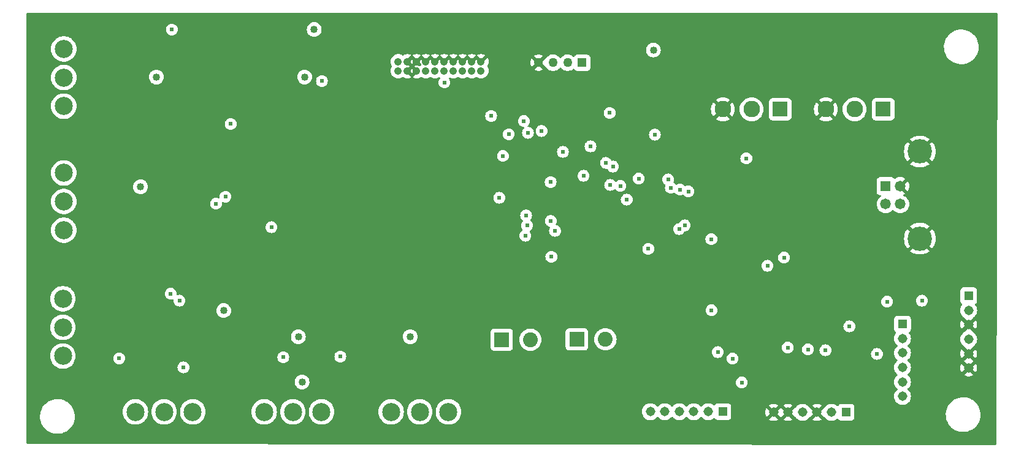
<source format=gbr>
%TF.GenerationSoftware,KiCad,Pcbnew,(7.0.0)*%
%TF.CreationDate,2023-03-10T09:33:02-07:00*%
%TF.ProjectId,L0005-Valve-Controller,4c303030-352d-4566-916c-76652d436f6e,1.0*%
%TF.SameCoordinates,Original*%
%TF.FileFunction,Copper,L2,Inr*%
%TF.FilePolarity,Positive*%
%FSLAX46Y46*%
G04 Gerber Fmt 4.6, Leading zero omitted, Abs format (unit mm)*
G04 Created by KiCad (PCBNEW (7.0.0)) date 2023-03-10 09:33:02*
%MOMM*%
%LPD*%
G01*
G04 APERTURE LIST*
%TA.AperFunction,ComponentPad*%
%ADD10R,1.478000X1.478000*%
%TD*%
%TA.AperFunction,ComponentPad*%
%ADD11C,1.478000*%
%TD*%
%TA.AperFunction,ComponentPad*%
%ADD12C,3.366000*%
%TD*%
%TA.AperFunction,ComponentPad*%
%ADD13C,1.066800*%
%TD*%
%TA.AperFunction,ComponentPad*%
%ADD14C,2.500000*%
%TD*%
%TA.AperFunction,ComponentPad*%
%ADD15C,1.308000*%
%TD*%
%TA.AperFunction,ComponentPad*%
%ADD16R,1.308000X1.308000*%
%TD*%
%TA.AperFunction,ComponentPad*%
%ADD17R,2.050000X2.050000*%
%TD*%
%TA.AperFunction,ComponentPad*%
%ADD18C,2.286000*%
%TD*%
%TA.AperFunction,ComponentPad*%
%ADD19C,2.050000*%
%TD*%
%TA.AperFunction,ComponentPad*%
%ADD20R,1.258000X1.258000*%
%TD*%
%TA.AperFunction,ComponentPad*%
%ADD21C,1.258000*%
%TD*%
%TA.AperFunction,ViaPad*%
%ADD22C,0.607060*%
%TD*%
%TA.AperFunction,ViaPad*%
%ADD23C,1.016000*%
%TD*%
G04 APERTURE END LIST*
D10*
%TO.N,5V*%
%TO.C,P17*%
X175588499Y-91332999D03*
D11*
%TO.N,/Power/D-*%
X175588500Y-93833000D03*
%TO.N,/Power/D+*%
X177588500Y-93833000D03*
%TO.N,Earth*%
X177588500Y-91333000D03*
D12*
X180298500Y-98603000D03*
X180298500Y-86563000D03*
%TD*%
D13*
%TO.N,3.3V*%
%TO.C,P1*%
X108280200Y-75398250D03*
X108280200Y-74128250D03*
%TO.N,Earth*%
X109550200Y-75398250D03*
X109550200Y-74128250D03*
X110820200Y-75398250D03*
X110820200Y-74128250D03*
%TO.N,SWDIO*%
X112090200Y-75398250D03*
%TO.N,Earth*%
X112090200Y-74128250D03*
%TO.N,SWCLK*%
X113360200Y-75398250D03*
%TO.N,Earth*%
X113360200Y-74128250D03*
%TO.N,unconnected-(P1-Pad11)*%
X114630200Y-75398250D03*
%TO.N,Earth*%
X114630200Y-74128250D03*
%TO.N,SWO*%
X115900200Y-75398250D03*
%TO.N,Earth*%
X115900200Y-74128250D03*
%TO.N,NRST*%
X117170200Y-75398250D03*
%TO.N,Earth*%
X117170200Y-74128250D03*
%TO.N,unconnected-(P1-Pad17)*%
X118440200Y-75398250D03*
%TO.N,Earth*%
X118440200Y-74128250D03*
%TO.N,unconnected-(P1-Pad19)*%
X119710200Y-75398250D03*
%TO.N,Earth*%
X119710200Y-74128250D03*
%TD*%
D14*
%TO.N,Net-(C16-Pad2)*%
%TO.C,P3*%
X115212000Y-122555000D03*
%TO.N,AC_HOT*%
X111252000Y-122555000D03*
%TO.N,unconnected-(P3-Pad3)*%
X107292000Y-122555000D03*
%TD*%
%TO.N,Net-(C17-Pad2)*%
%TO.C,P4*%
X97686000Y-122557000D03*
%TO.N,AC_HOT*%
X93726000Y-122557000D03*
%TO.N,unconnected-(P4-Pad3)*%
X89766000Y-122557000D03*
%TD*%
%TO.N,Net-(C18-Pad2)*%
%TO.C,P5*%
X79906000Y-122555000D03*
%TO.N,AC_HOT*%
X75946000Y-122555000D03*
%TO.N,unconnected-(P5-Pad3)*%
X71986000Y-122555000D03*
%TD*%
%TO.N,Net-(C19-Pad2)*%
%TO.C,P6*%
X61974000Y-114831000D03*
%TO.N,AC_HOT*%
X61974000Y-110871000D03*
%TO.N,unconnected-(P6-Pad3)*%
X61974000Y-106911000D03*
%TD*%
%TO.N,Net-(C21-Pad2)*%
%TO.C,P8*%
X62101000Y-80287000D03*
%TO.N,AC_HOT*%
X62101000Y-76327000D03*
%TO.N,unconnected-(P8-Pad3)*%
X62101000Y-72367000D03*
%TD*%
%TO.N,Net-(C20-Pad2)*%
%TO.C,P7*%
X62101000Y-97432000D03*
%TO.N,AC_HOT*%
X62101000Y-93472000D03*
%TO.N,unconnected-(P7-Pad3)*%
X62101000Y-89512000D03*
%TD*%
D15*
%TO.N,Earth*%
%TO.C,P13*%
X187042400Y-116507500D03*
X187042400Y-114507500D03*
%TO.N,Net-(P13-Pad4)*%
X187042400Y-112507500D03*
%TO.N,Earth*%
X187042400Y-110507500D03*
%TO.N,Net-(P13-GND)*%
X187042400Y-108507500D03*
D16*
%TO.N,5V*%
X187042399Y-106507499D03*
%TD*%
%TO.N,5V*%
%TO.C,P12*%
X177901599Y-110417599D03*
D15*
%TO.N,SBV2_DIR-*%
X177901600Y-112417600D03*
%TO.N,5V*%
X177901600Y-114417600D03*
%TO.N,SBV2_EN-*%
X177901600Y-116417600D03*
%TO.N,5V*%
X177901600Y-118417600D03*
%TO.N,SBV2_PUL-*%
X177901600Y-120417600D03*
%TD*%
D16*
%TO.N,5V*%
%TO.C,P10*%
X153080499Y-122526399D03*
D15*
%TO.N,SBV1_DIR-*%
X151080500Y-122526400D03*
%TO.N,5V*%
X149080500Y-122526400D03*
%TO.N,SBV1_EN-*%
X147080500Y-122526400D03*
%TO.N,5V*%
X145080500Y-122526400D03*
%TO.N,SBV1_PUL-*%
X143080500Y-122526400D03*
%TD*%
D16*
%TO.N,5V*%
%TO.C,P11*%
X170098499Y-122627999D03*
D15*
%TO.N,Net-(P11-GND)*%
X168098500Y-122628000D03*
%TO.N,Earth*%
X166098500Y-122628000D03*
%TO.N,Net-(P11-Pad4)*%
X164098500Y-122628000D03*
%TO.N,Earth*%
X162098500Y-122628000D03*
X160098500Y-122628000D03*
%TD*%
D17*
%TO.N,5V*%
%TO.C,P14*%
X175249499Y-80717499D03*
D18*
%TO.N,PG1*%
X171289500Y-80717500D03*
%TO.N,Earth*%
X167329500Y-80717500D03*
%TD*%
D17*
%TO.N,Net-(F1-Pad2)*%
%TO.C,P9*%
X122564299Y-112576499D03*
D19*
%TO.N,AC_NEUTRAL*%
X126524300Y-112576500D03*
%TD*%
D20*
%TO.N,5V*%
%TO.C,P2*%
X133657599Y-74281999D03*
D21*
%TO.N,RX*%
X131657600Y-74282000D03*
%TO.N,TX*%
X129657600Y-74282000D03*
%TO.N,Earth*%
X127657600Y-74282000D03*
%TD*%
D17*
%TO.N,Net-(P16-Pad1)*%
%TO.C,P16*%
X132927499Y-112525699D03*
D19*
%TO.N,Net-(D2-Pad1)*%
X136887500Y-112525700D03*
%TD*%
D17*
%TO.N,5V*%
%TO.C,P15*%
X161025499Y-80717499D03*
D18*
%TO.N,PG2*%
X157065500Y-80717500D03*
%TO.N,Earth*%
X153105500Y-80717500D03*
%TD*%
D22*
%TO.N,TX_USB*%
X147828000Y-96774000D03*
%TO.N,3.3V*%
X151511000Y-98679000D03*
%TO.N,ENCD1_B*%
X141478000Y-90297000D03*
%TO.N,SBV1_PUL*%
X162052000Y-113665000D03*
X133858000Y-89916000D03*
%TO.N,SBV2_PUL*%
X152400000Y-114300000D03*
X129921000Y-97536000D03*
%TO.N,SBV1_DIR*%
X154432000Y-115189000D03*
%TO.N,SBV2_EN*%
X174371000Y-114554000D03*
%TO.N,SBV1_DIR*%
X137541000Y-91186000D03*
%TO.N,SBV2_EN*%
X138938000Y-91313000D03*
%TO.N,SBV1_EN*%
X155702000Y-118491000D03*
X139827000Y-93218000D03*
%TO.N,ENCD1_B*%
X164846000Y-113919000D03*
%TO.N,TX_USB*%
X161544000Y-101219000D03*
%TO.N,ENCD1_A*%
X167259000Y-114046000D03*
X145542000Y-90424000D03*
%TO.N,SBV2_DIR*%
X170561000Y-110744000D03*
X145923000Y-91567000D03*
%TO.N,ENCD2_B*%
X180594000Y-107188000D03*
%TO.N,ENCD2_A*%
X175768000Y-107315000D03*
%TO.N,ENCD2_B*%
X147193000Y-91821000D03*
%TO.N,ENCD2_A*%
X148336000Y-92075000D03*
%TO.N,Earth*%
X159004000Y-113030000D03*
X172212000Y-113157000D03*
X156718000Y-116840000D03*
X152908000Y-116840000D03*
X136271000Y-79121000D03*
D23*
%TO.N,3.3V*%
X143510000Y-72517000D03*
D22*
%TO.N,Earth*%
X163957000Y-96012000D03*
X185547000Y-80645000D03*
%TO.N,3.3V*%
X156337000Y-87503000D03*
%TO.N,Earth*%
X156337000Y-90170000D03*
X169037000Y-96647000D03*
X167259000Y-90297000D03*
%TO.N,RX_USB*%
X159258000Y-102362000D03*
X147066000Y-97282000D03*
%TO.N,Earth*%
X127508000Y-100431600D03*
X124917200Y-89408000D03*
X85191600Y-75184000D03*
X178869400Y-103576000D03*
X87757000Y-107061000D03*
X129859700Y-82585900D03*
X141491600Y-86295600D03*
X86029800Y-87249000D03*
X99441000Y-94107000D03*
X100482400Y-107188000D03*
X115417600Y-85191600D03*
X116420000Y-104329600D03*
X141542400Y-103516800D03*
X121564400Y-95402400D03*
X148488400Y-85394800D03*
%TO.N,NRST*%
X122224800Y-92964000D03*
X121107200Y-81635600D03*
%TO.N,3.3V*%
X114655600Y-77012800D03*
X151536400Y-108508800D03*
X128066800Y-83718400D03*
X129320800Y-90795600D03*
X143713200Y-84226400D03*
X129413000Y-101117400D03*
X142798800Y-100025200D03*
X125933200Y-95402400D03*
%TO.N,Net-(C16-Pad2)*%
X92405200Y-115011200D03*
D23*
X94996000Y-118414800D03*
D22*
X78079600Y-107188000D03*
%TO.N,Net-(C21-Pad2)*%
X77012800Y-69697600D03*
D23*
X96672400Y-69697600D03*
%TO.N,AC_NEUTRAL*%
X94488000Y-112166400D03*
X72694800Y-91440000D03*
X95351600Y-76250800D03*
X74879200Y-76250800D03*
X109931200Y-112166400D03*
X84175600Y-108559600D03*
D22*
%TO.N,SOL1*%
X69748400Y-115163600D03*
X123545600Y-84175600D03*
%TO.N,SOL3*%
X122732800Y-87172800D03*
X76860400Y-106222800D03*
%TO.N,Net-(K1-Pad2)*%
X78613000Y-116408200D03*
X100279200Y-114909600D03*
%TO.N,SOL5*%
X126064000Y-96795600D03*
X90779600Y-97028000D03*
%TO.N,SOL6*%
X125831600Y-98196400D03*
X83108800Y-93776800D03*
%TO.N,SOL4*%
X129336800Y-96164400D03*
X97739200Y-76809600D03*
X84429600Y-92811600D03*
X85140800Y-82753200D03*
%TO.N,SWCLK*%
X126187200Y-83972400D03*
X131013200Y-86614000D03*
%TO.N,TX*%
X137464800Y-81229200D03*
%TO.N,SWO*%
X125628400Y-82346800D03*
X134823200Y-85852000D03*
%TO.N,PG1*%
X136956800Y-88138000D03*
%TO.N,PG2*%
X137922000Y-88646000D03*
%TD*%
%TA.AperFunction,Conductor*%
%TO.N,Earth*%
G36*
X190945676Y-67390657D02*
G01*
X190991075Y-67436152D01*
X191007600Y-67498263D01*
X190881262Y-127003145D01*
X190864542Y-127065068D01*
X190819118Y-127110352D01*
X190757144Y-127126882D01*
X57083882Y-127000178D01*
X57021932Y-126983526D01*
X56976593Y-126938144D01*
X56960000Y-126876178D01*
X56960000Y-123112902D01*
X58809794Y-123112902D01*
X58809921Y-123116868D01*
X58809921Y-123116874D01*
X58819319Y-123409947D01*
X58819673Y-123420978D01*
X58820307Y-123424905D01*
X58820308Y-123424906D01*
X58858708Y-123662427D01*
X58868867Y-123725261D01*
X58877527Y-123754438D01*
X58932101Y-123938318D01*
X58956569Y-124020756D01*
X58958178Y-124024391D01*
X58958180Y-124024396D01*
X59079725Y-124298969D01*
X59079729Y-124298977D01*
X59081337Y-124302609D01*
X59083393Y-124306002D01*
X59083397Y-124306008D01*
X59233235Y-124553181D01*
X59241123Y-124566193D01*
X59433304Y-124807181D01*
X59654724Y-125021614D01*
X59657905Y-125023988D01*
X59780088Y-125115176D01*
X59901747Y-125205972D01*
X59905213Y-125207924D01*
X60107674Y-125321948D01*
X60170318Y-125357228D01*
X60174002Y-125358719D01*
X60174001Y-125358719D01*
X60452339Y-125471407D01*
X60452343Y-125471408D01*
X60456025Y-125472899D01*
X60754179Y-125551084D01*
X61059883Y-125590500D01*
X61288990Y-125590500D01*
X61290974Y-125590500D01*
X61521601Y-125575693D01*
X61824151Y-125516772D01*
X62116683Y-125419644D01*
X62394393Y-125285907D01*
X62652720Y-125117754D01*
X62887424Y-124917948D01*
X63094650Y-124689769D01*
X63270996Y-124436963D01*
X63413567Y-124163683D01*
X63520020Y-123874415D01*
X63588609Y-123573908D01*
X63618206Y-123267098D01*
X63618066Y-123262736D01*
X63613261Y-123112902D01*
X63608327Y-122959022D01*
X63559133Y-122654739D01*
X63529531Y-122555000D01*
X70222569Y-122555000D01*
X70222916Y-122559630D01*
X70241682Y-122810055D01*
X70242265Y-122817826D01*
X70243295Y-122822339D01*
X70243296Y-122822345D01*
X70293236Y-123041144D01*
X70300913Y-123074780D01*
X70302609Y-123079103D01*
X70302610Y-123079104D01*
X70388049Y-123296799D01*
X70397204Y-123320124D01*
X70399519Y-123324134D01*
X70399524Y-123324144D01*
X70458680Y-123426604D01*
X70528985Y-123548376D01*
X70693314Y-123754438D01*
X70886519Y-123933706D01*
X70890349Y-123936317D01*
X70890350Y-123936318D01*
X70911498Y-123950736D01*
X71104285Y-124082176D01*
X71341746Y-124196532D01*
X71593600Y-124274218D01*
X71854219Y-124313500D01*
X72113144Y-124313500D01*
X72117781Y-124313500D01*
X72378400Y-124274218D01*
X72630254Y-124196532D01*
X72867716Y-124082176D01*
X73085481Y-123933706D01*
X73278686Y-123754438D01*
X73443015Y-123548376D01*
X73574796Y-123320124D01*
X73671087Y-123074780D01*
X73729735Y-122817826D01*
X73749431Y-122555000D01*
X74182569Y-122555000D01*
X74182916Y-122559630D01*
X74201682Y-122810055D01*
X74202265Y-122817826D01*
X74203295Y-122822339D01*
X74203296Y-122822345D01*
X74253236Y-123041144D01*
X74260913Y-123074780D01*
X74262609Y-123079103D01*
X74262610Y-123079104D01*
X74348049Y-123296799D01*
X74357204Y-123320124D01*
X74359519Y-123324134D01*
X74359524Y-123324144D01*
X74418680Y-123426604D01*
X74488985Y-123548376D01*
X74653314Y-123754438D01*
X74846519Y-123933706D01*
X74850349Y-123936317D01*
X74850350Y-123936318D01*
X74871498Y-123950736D01*
X75064285Y-124082176D01*
X75301746Y-124196532D01*
X75553600Y-124274218D01*
X75814219Y-124313500D01*
X76073144Y-124313500D01*
X76077781Y-124313500D01*
X76338400Y-124274218D01*
X76590254Y-124196532D01*
X76827716Y-124082176D01*
X77045481Y-123933706D01*
X77238686Y-123754438D01*
X77403015Y-123548376D01*
X77534796Y-123320124D01*
X77631087Y-123074780D01*
X77689735Y-122817826D01*
X77709431Y-122555000D01*
X78142569Y-122555000D01*
X78142916Y-122559630D01*
X78161682Y-122810055D01*
X78162265Y-122817826D01*
X78163295Y-122822339D01*
X78163296Y-122822345D01*
X78213236Y-123041144D01*
X78220913Y-123074780D01*
X78222609Y-123079103D01*
X78222610Y-123079104D01*
X78308049Y-123296799D01*
X78317204Y-123320124D01*
X78319519Y-123324134D01*
X78319524Y-123324144D01*
X78378680Y-123426604D01*
X78448985Y-123548376D01*
X78613314Y-123754438D01*
X78806519Y-123933706D01*
X78810349Y-123936317D01*
X78810350Y-123936318D01*
X78831498Y-123950736D01*
X79024285Y-124082176D01*
X79261746Y-124196532D01*
X79513600Y-124274218D01*
X79774219Y-124313500D01*
X80033144Y-124313500D01*
X80037781Y-124313500D01*
X80298400Y-124274218D01*
X80550254Y-124196532D01*
X80787716Y-124082176D01*
X81005481Y-123933706D01*
X81198686Y-123754438D01*
X81363015Y-123548376D01*
X81494796Y-123320124D01*
X81591087Y-123074780D01*
X81649735Y-122817826D01*
X81669281Y-122557000D01*
X88002569Y-122557000D01*
X88002916Y-122561630D01*
X88021532Y-122810055D01*
X88022265Y-122819826D01*
X88023295Y-122824339D01*
X88023296Y-122824345D01*
X88075209Y-123051789D01*
X88080913Y-123076780D01*
X88082609Y-123081103D01*
X88082610Y-123081104D01*
X88174778Y-123315944D01*
X88177204Y-123322124D01*
X88179519Y-123326134D01*
X88179524Y-123326144D01*
X88253465Y-123454213D01*
X88308985Y-123550376D01*
X88473314Y-123756438D01*
X88666519Y-123935706D01*
X88884285Y-124084176D01*
X89121746Y-124198532D01*
X89373600Y-124276218D01*
X89634219Y-124315500D01*
X89893144Y-124315500D01*
X89897781Y-124315500D01*
X90158400Y-124276218D01*
X90410254Y-124198532D01*
X90647716Y-124084176D01*
X90865481Y-123935706D01*
X91058686Y-123756438D01*
X91223015Y-123550376D01*
X91354796Y-123322124D01*
X91451087Y-123076780D01*
X91509735Y-122819826D01*
X91529431Y-122557000D01*
X91962569Y-122557000D01*
X91962916Y-122561630D01*
X91981532Y-122810055D01*
X91982265Y-122819826D01*
X91983295Y-122824339D01*
X91983296Y-122824345D01*
X92035209Y-123051789D01*
X92040913Y-123076780D01*
X92042609Y-123081103D01*
X92042610Y-123081104D01*
X92134778Y-123315944D01*
X92137204Y-123322124D01*
X92139519Y-123326134D01*
X92139524Y-123326144D01*
X92213465Y-123454213D01*
X92268985Y-123550376D01*
X92433314Y-123756438D01*
X92626519Y-123935706D01*
X92844285Y-124084176D01*
X93081746Y-124198532D01*
X93333600Y-124276218D01*
X93594219Y-124315500D01*
X93853144Y-124315500D01*
X93857781Y-124315500D01*
X94118400Y-124276218D01*
X94370254Y-124198532D01*
X94607716Y-124084176D01*
X94825481Y-123935706D01*
X95018686Y-123756438D01*
X95183015Y-123550376D01*
X95314796Y-123322124D01*
X95411087Y-123076780D01*
X95469735Y-122819826D01*
X95489431Y-122557000D01*
X95922569Y-122557000D01*
X95922916Y-122561630D01*
X95941532Y-122810055D01*
X95942265Y-122819826D01*
X95943295Y-122824339D01*
X95943296Y-122824345D01*
X95995209Y-123051789D01*
X96000913Y-123076780D01*
X96002609Y-123081103D01*
X96002610Y-123081104D01*
X96094778Y-123315944D01*
X96097204Y-123322124D01*
X96099519Y-123326134D01*
X96099524Y-123326144D01*
X96173465Y-123454213D01*
X96228985Y-123550376D01*
X96393314Y-123756438D01*
X96586519Y-123935706D01*
X96804285Y-124084176D01*
X97041746Y-124198532D01*
X97293600Y-124276218D01*
X97554219Y-124315500D01*
X97813144Y-124315500D01*
X97817781Y-124315500D01*
X98078400Y-124276218D01*
X98330254Y-124198532D01*
X98567716Y-124084176D01*
X98785481Y-123935706D01*
X98978686Y-123756438D01*
X99143015Y-123550376D01*
X99274796Y-123322124D01*
X99371087Y-123076780D01*
X99429735Y-122819826D01*
X99449431Y-122557000D01*
X99449281Y-122555000D01*
X105528569Y-122555000D01*
X105528916Y-122559630D01*
X105547682Y-122810055D01*
X105548265Y-122817826D01*
X105549295Y-122822339D01*
X105549296Y-122822345D01*
X105599236Y-123041144D01*
X105606913Y-123074780D01*
X105608609Y-123079103D01*
X105608610Y-123079104D01*
X105694049Y-123296799D01*
X105703204Y-123320124D01*
X105705519Y-123324134D01*
X105705524Y-123324144D01*
X105764680Y-123426604D01*
X105834985Y-123548376D01*
X105999314Y-123754438D01*
X106192519Y-123933706D01*
X106196349Y-123936317D01*
X106196350Y-123936318D01*
X106217498Y-123950736D01*
X106410285Y-124082176D01*
X106647746Y-124196532D01*
X106899600Y-124274218D01*
X107160219Y-124313500D01*
X107419144Y-124313500D01*
X107423781Y-124313500D01*
X107684400Y-124274218D01*
X107936254Y-124196532D01*
X108173716Y-124082176D01*
X108391481Y-123933706D01*
X108584686Y-123754438D01*
X108749015Y-123548376D01*
X108880796Y-123320124D01*
X108977087Y-123074780D01*
X109035735Y-122817826D01*
X109055431Y-122555000D01*
X109488569Y-122555000D01*
X109488916Y-122559630D01*
X109507682Y-122810055D01*
X109508265Y-122817826D01*
X109509295Y-122822339D01*
X109509296Y-122822345D01*
X109559236Y-123041144D01*
X109566913Y-123074780D01*
X109568609Y-123079103D01*
X109568610Y-123079104D01*
X109654049Y-123296799D01*
X109663204Y-123320124D01*
X109665519Y-123324134D01*
X109665524Y-123324144D01*
X109724680Y-123426604D01*
X109794985Y-123548376D01*
X109959314Y-123754438D01*
X110152519Y-123933706D01*
X110156349Y-123936317D01*
X110156350Y-123936318D01*
X110177498Y-123950736D01*
X110370285Y-124082176D01*
X110607746Y-124196532D01*
X110859600Y-124274218D01*
X111120219Y-124313500D01*
X111379144Y-124313500D01*
X111383781Y-124313500D01*
X111644400Y-124274218D01*
X111896254Y-124196532D01*
X112133716Y-124082176D01*
X112351481Y-123933706D01*
X112544686Y-123754438D01*
X112709015Y-123548376D01*
X112840796Y-123320124D01*
X112937087Y-123074780D01*
X112995735Y-122817826D01*
X113015431Y-122555000D01*
X113448569Y-122555000D01*
X113448916Y-122559630D01*
X113467682Y-122810055D01*
X113468265Y-122817826D01*
X113469295Y-122822339D01*
X113469296Y-122822345D01*
X113519236Y-123041144D01*
X113526913Y-123074780D01*
X113528609Y-123079103D01*
X113528610Y-123079104D01*
X113614049Y-123296799D01*
X113623204Y-123320124D01*
X113625519Y-123324134D01*
X113625524Y-123324144D01*
X113684680Y-123426604D01*
X113754985Y-123548376D01*
X113919314Y-123754438D01*
X114112519Y-123933706D01*
X114116349Y-123936317D01*
X114116350Y-123936318D01*
X114137498Y-123950736D01*
X114330285Y-124082176D01*
X114567746Y-124196532D01*
X114819600Y-124274218D01*
X115080219Y-124313500D01*
X115339144Y-124313500D01*
X115343781Y-124313500D01*
X115604400Y-124274218D01*
X115856254Y-124196532D01*
X116093716Y-124082176D01*
X116311481Y-123933706D01*
X116504686Y-123754438D01*
X116669015Y-123548376D01*
X116800796Y-123320124D01*
X116897087Y-123074780D01*
X116955735Y-122817826D01*
X116975431Y-122555000D01*
X116973288Y-122526400D01*
X141913020Y-122526400D01*
X141913549Y-122532109D01*
X141915426Y-122552370D01*
X141932899Y-122740924D01*
X141934467Y-122746435D01*
X141934468Y-122746440D01*
X141990285Y-122942619D01*
X141990287Y-122942624D01*
X141991857Y-122948142D01*
X141994414Y-122953278D01*
X141994416Y-122953282D01*
X142085333Y-123135868D01*
X142087888Y-123140999D01*
X142091340Y-123145570D01*
X142179815Y-123262730D01*
X142217722Y-123312926D01*
X142221958Y-123316787D01*
X142221962Y-123316792D01*
X142295131Y-123383494D01*
X142376936Y-123458069D01*
X142560109Y-123571485D01*
X142761004Y-123649312D01*
X142972779Y-123688900D01*
X143182492Y-123688900D01*
X143188221Y-123688900D01*
X143399996Y-123649312D01*
X143600891Y-123571485D01*
X143784064Y-123458069D01*
X143943278Y-123312926D01*
X143981546Y-123262250D01*
X144025228Y-123225978D01*
X144080500Y-123212978D01*
X144135772Y-123225978D01*
X144179454Y-123262251D01*
X144214264Y-123308348D01*
X144214268Y-123308353D01*
X144217722Y-123312926D01*
X144221958Y-123316787D01*
X144221962Y-123316792D01*
X144295131Y-123383494D01*
X144376936Y-123458069D01*
X144560109Y-123571485D01*
X144761004Y-123649312D01*
X144972779Y-123688900D01*
X145182492Y-123688900D01*
X145188221Y-123688900D01*
X145399996Y-123649312D01*
X145600891Y-123571485D01*
X145784064Y-123458069D01*
X145943278Y-123312926D01*
X145981546Y-123262250D01*
X146025228Y-123225978D01*
X146080500Y-123212978D01*
X146135772Y-123225978D01*
X146179454Y-123262251D01*
X146214264Y-123308348D01*
X146214268Y-123308353D01*
X146217722Y-123312926D01*
X146221958Y-123316787D01*
X146221962Y-123316792D01*
X146295131Y-123383494D01*
X146376936Y-123458069D01*
X146560109Y-123571485D01*
X146761004Y-123649312D01*
X146972779Y-123688900D01*
X147182492Y-123688900D01*
X147188221Y-123688900D01*
X147399996Y-123649312D01*
X147600891Y-123571485D01*
X147784064Y-123458069D01*
X147943278Y-123312926D01*
X147981546Y-123262250D01*
X148025228Y-123225978D01*
X148080500Y-123212978D01*
X148135772Y-123225978D01*
X148179454Y-123262251D01*
X148214264Y-123308348D01*
X148214268Y-123308353D01*
X148217722Y-123312926D01*
X148221958Y-123316787D01*
X148221962Y-123316792D01*
X148295131Y-123383494D01*
X148376936Y-123458069D01*
X148560109Y-123571485D01*
X148761004Y-123649312D01*
X148972779Y-123688900D01*
X149182492Y-123688900D01*
X149188221Y-123688900D01*
X149399996Y-123649312D01*
X149600891Y-123571485D01*
X149784064Y-123458069D01*
X149943278Y-123312926D01*
X149981546Y-123262250D01*
X150025228Y-123225978D01*
X150080500Y-123212978D01*
X150135772Y-123225978D01*
X150179454Y-123262251D01*
X150214264Y-123308348D01*
X150214268Y-123308353D01*
X150217722Y-123312926D01*
X150221958Y-123316787D01*
X150221962Y-123316792D01*
X150295131Y-123383494D01*
X150376936Y-123458069D01*
X150560109Y-123571485D01*
X150761004Y-123649312D01*
X150972779Y-123688900D01*
X151182492Y-123688900D01*
X151188221Y-123688900D01*
X151399996Y-123649312D01*
X151600891Y-123571485D01*
X151784064Y-123458069D01*
X151810968Y-123433542D01*
X151871890Y-123403258D01*
X151939623Y-123409677D01*
X151993774Y-123450867D01*
X152038996Y-123511277D01*
X152063239Y-123543661D01*
X152180296Y-123631289D01*
X152317299Y-123682389D01*
X152377862Y-123688900D01*
X153779828Y-123688900D01*
X153783138Y-123688900D01*
X153843701Y-123682389D01*
X153980704Y-123631289D01*
X154021161Y-123601003D01*
X159482572Y-123601003D01*
X159490508Y-123608848D01*
X159577042Y-123662427D01*
X159587255Y-123667513D01*
X159775992Y-123740630D01*
X159786977Y-123743755D01*
X159985936Y-123780947D01*
X159997295Y-123782000D01*
X160199705Y-123782000D01*
X160211063Y-123780947D01*
X160410022Y-123743755D01*
X160421007Y-123740630D01*
X160609744Y-123667513D01*
X160619957Y-123662427D01*
X160706489Y-123608848D01*
X160714426Y-123601003D01*
X161482572Y-123601003D01*
X161490508Y-123608848D01*
X161577042Y-123662427D01*
X161587255Y-123667513D01*
X161775992Y-123740630D01*
X161786977Y-123743755D01*
X161985936Y-123780947D01*
X161997295Y-123782000D01*
X162199705Y-123782000D01*
X162211063Y-123780947D01*
X162410022Y-123743755D01*
X162421007Y-123740630D01*
X162609744Y-123667513D01*
X162619957Y-123662427D01*
X162706489Y-123608848D01*
X162714426Y-123601003D01*
X162708496Y-123591549D01*
X162110042Y-122993095D01*
X162098500Y-122986431D01*
X162086956Y-122993096D01*
X161488502Y-123591549D01*
X161482572Y-123601003D01*
X160714426Y-123601003D01*
X160708496Y-123591549D01*
X160110042Y-122993095D01*
X160098500Y-122986431D01*
X160086956Y-122993096D01*
X159488502Y-123591549D01*
X159482572Y-123601003D01*
X154021161Y-123601003D01*
X154097761Y-123543661D01*
X154185389Y-123426604D01*
X154236489Y-123289601D01*
X154243000Y-123229038D01*
X154243000Y-122633709D01*
X158940085Y-122633709D01*
X158958760Y-122835247D01*
X158960858Y-122846469D01*
X159016247Y-123041144D01*
X159020371Y-123051789D01*
X159110592Y-123232976D01*
X159113375Y-123237471D01*
X159122891Y-123244543D01*
X159135056Y-123237889D01*
X159733404Y-122639542D01*
X159740067Y-122628000D01*
X160456931Y-122628000D01*
X160463595Y-122639542D01*
X161061943Y-123237890D01*
X161075633Y-123245378D01*
X161089916Y-123244387D01*
X161107089Y-123244387D01*
X161121364Y-123245378D01*
X161135056Y-123237889D01*
X161733404Y-122639542D01*
X161740067Y-122628000D01*
X162456931Y-122628000D01*
X162463595Y-122639542D01*
X163061943Y-123237890D01*
X163107368Y-123262736D01*
X163146818Y-123296799D01*
X163218108Y-123391201D01*
X163235722Y-123414526D01*
X163239958Y-123418387D01*
X163239962Y-123418392D01*
X163293656Y-123467340D01*
X163394936Y-123559669D01*
X163399803Y-123562682D01*
X163399805Y-123562684D01*
X163424202Y-123577790D01*
X163578109Y-123673085D01*
X163779004Y-123750912D01*
X163990779Y-123790500D01*
X164200492Y-123790500D01*
X164206221Y-123790500D01*
X164417996Y-123750912D01*
X164618891Y-123673085D01*
X164735307Y-123601003D01*
X165482572Y-123601003D01*
X165490508Y-123608848D01*
X165577042Y-123662427D01*
X165587255Y-123667513D01*
X165775992Y-123740630D01*
X165786977Y-123743755D01*
X165985936Y-123780947D01*
X165997295Y-123782000D01*
X166199705Y-123782000D01*
X166211063Y-123780947D01*
X166410022Y-123743755D01*
X166421007Y-123740630D01*
X166609744Y-123667513D01*
X166619957Y-123662427D01*
X166706489Y-123608848D01*
X166714426Y-123601003D01*
X166708496Y-123591549D01*
X166110042Y-122993095D01*
X166098500Y-122986431D01*
X166086956Y-122993096D01*
X165488502Y-123591549D01*
X165482572Y-123601003D01*
X164735307Y-123601003D01*
X164802064Y-123559669D01*
X164961278Y-123414526D01*
X165050186Y-123296792D01*
X165089637Y-123262730D01*
X165135057Y-123237888D01*
X165733404Y-122639542D01*
X165740067Y-122628000D01*
X166456931Y-122628000D01*
X166463595Y-122639542D01*
X167061943Y-123237890D01*
X167107368Y-123262736D01*
X167146818Y-123296799D01*
X167218108Y-123391201D01*
X167235722Y-123414526D01*
X167239958Y-123418387D01*
X167239962Y-123418392D01*
X167293656Y-123467340D01*
X167394936Y-123559669D01*
X167399803Y-123562682D01*
X167399805Y-123562684D01*
X167424202Y-123577790D01*
X167578109Y-123673085D01*
X167779004Y-123750912D01*
X167990779Y-123790500D01*
X168200492Y-123790500D01*
X168206221Y-123790500D01*
X168417996Y-123750912D01*
X168618891Y-123673085D01*
X168802064Y-123559669D01*
X168828968Y-123535142D01*
X168889890Y-123504858D01*
X168957623Y-123511277D01*
X169011774Y-123552467D01*
X169073099Y-123634388D01*
X169081239Y-123645261D01*
X169198296Y-123732889D01*
X169335299Y-123783989D01*
X169395862Y-123790500D01*
X170797828Y-123790500D01*
X170801138Y-123790500D01*
X170861701Y-123783989D01*
X170998704Y-123732889D01*
X171115761Y-123645261D01*
X171203389Y-123528204D01*
X171254489Y-123391201D01*
X171261000Y-123330638D01*
X171261000Y-122858902D01*
X183879394Y-122858902D01*
X183879521Y-122862868D01*
X183879521Y-122862874D01*
X183889145Y-123162994D01*
X183889273Y-123166978D01*
X183889907Y-123170905D01*
X183889908Y-123170906D01*
X183929919Y-123418392D01*
X183938467Y-123471261D01*
X183950344Y-123511277D01*
X184023106Y-123756438D01*
X184026169Y-123766756D01*
X184027778Y-123770391D01*
X184027780Y-123770396D01*
X184149325Y-124044969D01*
X184149329Y-124044977D01*
X184150937Y-124048609D01*
X184152993Y-124052002D01*
X184152997Y-124052008D01*
X184308661Y-124308792D01*
X184310723Y-124312193D01*
X184502904Y-124553181D01*
X184505759Y-124555945D01*
X184505760Y-124555947D01*
X184646990Y-124692720D01*
X184724324Y-124767614D01*
X184727505Y-124769988D01*
X184929217Y-124920530D01*
X184971347Y-124951972D01*
X184974813Y-124953924D01*
X185109421Y-125029734D01*
X185239918Y-125103228D01*
X185243602Y-125104719D01*
X185243601Y-125104719D01*
X185521939Y-125217407D01*
X185521943Y-125217408D01*
X185525625Y-125218899D01*
X185823779Y-125297084D01*
X186129483Y-125336500D01*
X186358590Y-125336500D01*
X186360574Y-125336500D01*
X186591201Y-125321693D01*
X186893751Y-125262772D01*
X187186283Y-125165644D01*
X187463993Y-125031907D01*
X187722320Y-124863754D01*
X187957024Y-124663948D01*
X188164250Y-124435769D01*
X188340596Y-124182963D01*
X188483167Y-123909683D01*
X188589620Y-123620415D01*
X188658209Y-123319908D01*
X188687806Y-123013098D01*
X188677927Y-122705022D01*
X188628733Y-122400739D01*
X188541031Y-122105244D01*
X188457670Y-121916931D01*
X188417874Y-121827030D01*
X188417873Y-121827028D01*
X188416263Y-121823391D01*
X188397158Y-121791876D01*
X188296722Y-121626196D01*
X188256477Y-121559807D01*
X188064296Y-121318819D01*
X187842876Y-121104386D01*
X187831995Y-121096265D01*
X187599044Y-120922409D01*
X187599038Y-120922405D01*
X187595853Y-120920028D01*
X187592390Y-120918078D01*
X187592386Y-120918075D01*
X187330742Y-120770720D01*
X187330734Y-120770716D01*
X187327282Y-120768772D01*
X187323604Y-120767283D01*
X187323598Y-120767280D01*
X187045260Y-120654592D01*
X187045247Y-120654587D01*
X187041575Y-120653101D01*
X187037735Y-120652094D01*
X187037729Y-120652092D01*
X186747264Y-120575923D01*
X186747252Y-120575920D01*
X186743421Y-120574916D01*
X186739484Y-120574408D01*
X186739477Y-120574407D01*
X186441655Y-120536007D01*
X186441643Y-120536006D01*
X186437717Y-120535500D01*
X186206626Y-120535500D01*
X186204653Y-120535626D01*
X186204642Y-120535627D01*
X185979976Y-120550051D01*
X185979965Y-120550052D01*
X185975999Y-120550307D01*
X185972088Y-120551068D01*
X185972085Y-120551069D01*
X185677358Y-120608466D01*
X185677347Y-120608468D01*
X185673449Y-120609228D01*
X185669679Y-120610479D01*
X185669674Y-120610481D01*
X185384693Y-120705102D01*
X185384689Y-120705103D01*
X185380917Y-120706356D01*
X185377337Y-120708079D01*
X185377327Y-120708084D01*
X185106800Y-120838362D01*
X185106791Y-120838366D01*
X185103207Y-120840093D01*
X185099878Y-120842259D01*
X185099869Y-120842265D01*
X184848206Y-121006080D01*
X184848195Y-121006087D01*
X184844880Y-121008246D01*
X184841859Y-121010817D01*
X184841852Y-121010823D01*
X184613209Y-121205469D01*
X184613200Y-121205477D01*
X184610176Y-121208052D01*
X184607510Y-121210986D01*
X184607496Y-121211001D01*
X184405630Y-121433279D01*
X184405623Y-121433287D01*
X184402950Y-121436231D01*
X184400674Y-121439493D01*
X184400669Y-121439500D01*
X184228880Y-121685773D01*
X184228874Y-121685781D01*
X184226604Y-121689037D01*
X184224771Y-121692550D01*
X184224764Y-121692562D01*
X184085872Y-121958791D01*
X184085869Y-121958797D01*
X184084033Y-121962317D01*
X184082664Y-121966035D01*
X184082659Y-121966048D01*
X183991097Y-122214855D01*
X183977580Y-122251585D01*
X183976698Y-122255449D01*
X183976696Y-122255456D01*
X183920457Y-122501856D01*
X183908991Y-122552092D01*
X183908609Y-122556044D01*
X183908608Y-122556055D01*
X183880593Y-122846469D01*
X183879394Y-122858902D01*
X171261000Y-122858902D01*
X171261000Y-121925362D01*
X171254489Y-121864799D01*
X171203389Y-121727796D01*
X171115761Y-121610739D01*
X171103996Y-121601932D01*
X171005804Y-121528426D01*
X171005803Y-121528425D01*
X170998704Y-121523111D01*
X170990396Y-121520012D01*
X170990394Y-121520011D01*
X170868963Y-121474719D01*
X170868958Y-121474717D01*
X170861701Y-121472011D01*
X170853997Y-121471182D01*
X170853994Y-121471182D01*
X170804424Y-121465853D01*
X170804418Y-121465852D01*
X170801138Y-121465500D01*
X169395862Y-121465500D01*
X169392582Y-121465852D01*
X169392575Y-121465853D01*
X169343005Y-121471182D01*
X169343000Y-121471182D01*
X169335299Y-121472011D01*
X169328043Y-121474717D01*
X169328036Y-121474719D01*
X169206605Y-121520011D01*
X169206599Y-121520013D01*
X169198296Y-121523111D01*
X169191198Y-121528423D01*
X169191195Y-121528426D01*
X169088335Y-121605426D01*
X169088331Y-121605429D01*
X169081239Y-121610739D01*
X169075929Y-121617831D01*
X169075926Y-121617835D01*
X169011774Y-121703532D01*
X168957624Y-121744722D01*
X168889893Y-121751141D01*
X168828969Y-121720858D01*
X168806299Y-121700191D01*
X168806294Y-121700187D01*
X168802064Y-121696331D01*
X168797198Y-121693318D01*
X168797194Y-121693315D01*
X168623762Y-121585931D01*
X168618891Y-121582915D01*
X168613553Y-121580847D01*
X168613549Y-121580845D01*
X168423343Y-121507159D01*
X168423338Y-121507157D01*
X168417996Y-121505088D01*
X168411245Y-121503826D01*
X168211850Y-121466552D01*
X168211847Y-121466551D01*
X168206221Y-121465500D01*
X167990779Y-121465500D01*
X167985153Y-121466551D01*
X167985149Y-121466552D01*
X167784641Y-121504034D01*
X167784638Y-121504034D01*
X167779004Y-121505088D01*
X167773663Y-121507156D01*
X167773656Y-121507159D01*
X167583450Y-121580845D01*
X167583441Y-121580849D01*
X167578109Y-121582915D01*
X167573242Y-121585928D01*
X167573237Y-121585931D01*
X167399805Y-121693315D01*
X167399795Y-121693321D01*
X167394936Y-121696331D01*
X167390705Y-121700187D01*
X167390701Y-121700191D01*
X167239962Y-121837607D01*
X167239952Y-121837617D01*
X167235722Y-121841474D01*
X167232268Y-121846046D01*
X167232264Y-121846052D01*
X167146818Y-121959200D01*
X167107368Y-121993263D01*
X167061943Y-122018108D01*
X166463596Y-122616456D01*
X166456931Y-122628000D01*
X165740067Y-122628000D01*
X165740068Y-122627999D01*
X165733404Y-122616457D01*
X165135055Y-122018108D01*
X165089632Y-121993264D01*
X165050182Y-121959201D01*
X164978892Y-121864799D01*
X164961278Y-121841474D01*
X164957041Y-121837611D01*
X164957037Y-121837607D01*
X164806298Y-121700191D01*
X164806299Y-121700191D01*
X164802064Y-121696331D01*
X164797198Y-121693318D01*
X164797194Y-121693315D01*
X164735305Y-121654995D01*
X165482573Y-121654995D01*
X165488503Y-121664450D01*
X166086957Y-122262904D01*
X166098500Y-122269568D01*
X166110042Y-122262904D01*
X166708495Y-121664450D01*
X166714425Y-121654995D01*
X166706488Y-121647149D01*
X166619960Y-121593574D01*
X166609743Y-121588486D01*
X166421007Y-121515369D01*
X166410022Y-121512244D01*
X166211063Y-121475052D01*
X166199705Y-121474000D01*
X165997295Y-121474000D01*
X165985936Y-121475052D01*
X165786977Y-121512244D01*
X165775992Y-121515369D01*
X165587256Y-121588486D01*
X165577039Y-121593574D01*
X165490510Y-121647149D01*
X165482573Y-121654995D01*
X164735305Y-121654995D01*
X164623762Y-121585931D01*
X164618891Y-121582915D01*
X164613553Y-121580847D01*
X164613549Y-121580845D01*
X164423343Y-121507159D01*
X164423338Y-121507157D01*
X164417996Y-121505088D01*
X164411245Y-121503826D01*
X164211850Y-121466552D01*
X164211847Y-121466551D01*
X164206221Y-121465500D01*
X163990779Y-121465500D01*
X163985153Y-121466551D01*
X163985149Y-121466552D01*
X163784641Y-121504034D01*
X163784638Y-121504034D01*
X163779004Y-121505088D01*
X163773663Y-121507156D01*
X163773656Y-121507159D01*
X163583450Y-121580845D01*
X163583441Y-121580849D01*
X163578109Y-121582915D01*
X163573242Y-121585928D01*
X163573237Y-121585931D01*
X163399805Y-121693315D01*
X163399795Y-121693321D01*
X163394936Y-121696331D01*
X163390705Y-121700187D01*
X163390701Y-121700191D01*
X163239962Y-121837607D01*
X163239952Y-121837617D01*
X163235722Y-121841474D01*
X163232268Y-121846046D01*
X163232264Y-121846052D01*
X163146818Y-121959200D01*
X163107368Y-121993263D01*
X163061943Y-122018108D01*
X162463596Y-122616456D01*
X162456931Y-122628000D01*
X161740067Y-122628000D01*
X161740068Y-122627999D01*
X161733404Y-122616457D01*
X161135057Y-122018110D01*
X161121364Y-122010620D01*
X161107091Y-122011612D01*
X161089914Y-122011612D01*
X161075634Y-122010620D01*
X161061941Y-122018110D01*
X160463596Y-122616456D01*
X160456931Y-122628000D01*
X159740067Y-122628000D01*
X159740068Y-122627999D01*
X159733404Y-122616457D01*
X159135057Y-122018110D01*
X159122890Y-122011455D01*
X159113377Y-122018526D01*
X159110589Y-122023029D01*
X159020371Y-122204210D01*
X159016247Y-122214855D01*
X158960858Y-122409530D01*
X158958760Y-122420752D01*
X158940085Y-122622291D01*
X158940085Y-122633709D01*
X154243000Y-122633709D01*
X154243000Y-121823762D01*
X154236489Y-121763199D01*
X154196131Y-121654995D01*
X159482573Y-121654995D01*
X159488503Y-121664450D01*
X160086957Y-122262904D01*
X160098500Y-122269568D01*
X160110042Y-122262904D01*
X160708495Y-121664450D01*
X160714425Y-121654995D01*
X161482573Y-121654995D01*
X161488503Y-121664450D01*
X162086957Y-122262904D01*
X162098500Y-122269568D01*
X162110042Y-122262904D01*
X162708495Y-121664450D01*
X162714425Y-121654995D01*
X162706488Y-121647149D01*
X162619960Y-121593574D01*
X162609743Y-121588486D01*
X162421007Y-121515369D01*
X162410022Y-121512244D01*
X162211063Y-121475052D01*
X162199705Y-121474000D01*
X161997295Y-121474000D01*
X161985936Y-121475052D01*
X161786977Y-121512244D01*
X161775992Y-121515369D01*
X161587256Y-121588486D01*
X161577039Y-121593574D01*
X161490510Y-121647149D01*
X161482573Y-121654995D01*
X160714425Y-121654995D01*
X160706488Y-121647149D01*
X160619960Y-121593574D01*
X160609743Y-121588486D01*
X160421007Y-121515369D01*
X160410022Y-121512244D01*
X160211063Y-121475052D01*
X160199705Y-121474000D01*
X159997295Y-121474000D01*
X159985936Y-121475052D01*
X159786977Y-121512244D01*
X159775992Y-121515369D01*
X159587256Y-121588486D01*
X159577039Y-121593574D01*
X159490510Y-121647149D01*
X159482573Y-121654995D01*
X154196131Y-121654995D01*
X154185389Y-121626196D01*
X154097761Y-121509139D01*
X154064621Y-121484331D01*
X153987804Y-121426826D01*
X153987803Y-121426825D01*
X153980704Y-121421511D01*
X153972396Y-121418412D01*
X153972394Y-121418411D01*
X153850963Y-121373119D01*
X153850958Y-121373117D01*
X153843701Y-121370411D01*
X153835997Y-121369582D01*
X153835994Y-121369582D01*
X153786424Y-121364253D01*
X153786418Y-121364252D01*
X153783138Y-121363900D01*
X152377862Y-121363900D01*
X152374582Y-121364252D01*
X152374575Y-121364253D01*
X152325005Y-121369582D01*
X152325000Y-121369582D01*
X152317299Y-121370411D01*
X152310043Y-121373117D01*
X152310036Y-121373119D01*
X152188605Y-121418411D01*
X152188599Y-121418413D01*
X152180296Y-121421511D01*
X152173198Y-121426823D01*
X152173195Y-121426826D01*
X152070335Y-121503826D01*
X152070331Y-121503829D01*
X152063239Y-121509139D01*
X152057929Y-121516231D01*
X152057926Y-121516235D01*
X151993774Y-121601932D01*
X151939624Y-121643122D01*
X151871893Y-121649541D01*
X151810969Y-121619258D01*
X151788299Y-121598591D01*
X151788294Y-121598587D01*
X151784064Y-121594731D01*
X151779198Y-121591718D01*
X151779194Y-121591715D01*
X151605762Y-121484331D01*
X151600891Y-121481315D01*
X151595553Y-121479247D01*
X151595549Y-121479245D01*
X151405343Y-121405559D01*
X151405338Y-121405557D01*
X151399996Y-121403488D01*
X151394358Y-121402434D01*
X151193850Y-121364952D01*
X151193847Y-121364951D01*
X151188221Y-121363900D01*
X150972779Y-121363900D01*
X150967153Y-121364951D01*
X150967149Y-121364952D01*
X150766641Y-121402434D01*
X150766638Y-121402434D01*
X150761004Y-121403488D01*
X150755663Y-121405556D01*
X150755656Y-121405559D01*
X150565450Y-121479245D01*
X150565441Y-121479249D01*
X150560109Y-121481315D01*
X150555242Y-121484328D01*
X150555237Y-121484331D01*
X150381805Y-121591715D01*
X150381795Y-121591721D01*
X150376936Y-121594731D01*
X150372705Y-121598587D01*
X150372701Y-121598591D01*
X150221962Y-121736007D01*
X150221952Y-121736017D01*
X150217722Y-121739874D01*
X150214269Y-121744446D01*
X150214263Y-121744453D01*
X150179453Y-121790549D01*
X150135771Y-121826822D01*
X150080500Y-121839821D01*
X150025229Y-121826822D01*
X149981547Y-121790549D01*
X149946736Y-121744453D01*
X149946735Y-121744452D01*
X149943278Y-121739874D01*
X149939041Y-121736011D01*
X149939037Y-121736007D01*
X149788298Y-121598591D01*
X149788299Y-121598591D01*
X149784064Y-121594731D01*
X149779198Y-121591718D01*
X149779194Y-121591715D01*
X149605762Y-121484331D01*
X149600891Y-121481315D01*
X149595553Y-121479247D01*
X149595549Y-121479245D01*
X149405343Y-121405559D01*
X149405338Y-121405557D01*
X149399996Y-121403488D01*
X149394358Y-121402434D01*
X149193850Y-121364952D01*
X149193847Y-121364951D01*
X149188221Y-121363900D01*
X148972779Y-121363900D01*
X148967153Y-121364951D01*
X148967149Y-121364952D01*
X148766641Y-121402434D01*
X148766638Y-121402434D01*
X148761004Y-121403488D01*
X148755663Y-121405556D01*
X148755656Y-121405559D01*
X148565450Y-121479245D01*
X148565441Y-121479249D01*
X148560109Y-121481315D01*
X148555242Y-121484328D01*
X148555237Y-121484331D01*
X148381805Y-121591715D01*
X148381795Y-121591721D01*
X148376936Y-121594731D01*
X148372705Y-121598587D01*
X148372701Y-121598591D01*
X148221962Y-121736007D01*
X148221952Y-121736017D01*
X148217722Y-121739874D01*
X148214269Y-121744446D01*
X148214263Y-121744453D01*
X148179453Y-121790549D01*
X148135771Y-121826822D01*
X148080500Y-121839821D01*
X148025229Y-121826822D01*
X147981547Y-121790549D01*
X147946736Y-121744453D01*
X147946735Y-121744452D01*
X147943278Y-121739874D01*
X147939041Y-121736011D01*
X147939037Y-121736007D01*
X147788298Y-121598591D01*
X147788299Y-121598591D01*
X147784064Y-121594731D01*
X147779198Y-121591718D01*
X147779194Y-121591715D01*
X147605762Y-121484331D01*
X147600891Y-121481315D01*
X147595553Y-121479247D01*
X147595549Y-121479245D01*
X147405343Y-121405559D01*
X147405338Y-121405557D01*
X147399996Y-121403488D01*
X147394358Y-121402434D01*
X147193850Y-121364952D01*
X147193847Y-121364951D01*
X147188221Y-121363900D01*
X146972779Y-121363900D01*
X146967153Y-121364951D01*
X146967149Y-121364952D01*
X146766641Y-121402434D01*
X146766638Y-121402434D01*
X146761004Y-121403488D01*
X146755663Y-121405556D01*
X146755656Y-121405559D01*
X146565450Y-121479245D01*
X146565441Y-121479249D01*
X146560109Y-121481315D01*
X146555242Y-121484328D01*
X146555237Y-121484331D01*
X146381805Y-121591715D01*
X146381795Y-121591721D01*
X146376936Y-121594731D01*
X146372705Y-121598587D01*
X146372701Y-121598591D01*
X146221962Y-121736007D01*
X146221952Y-121736017D01*
X146217722Y-121739874D01*
X146214269Y-121744446D01*
X146214263Y-121744453D01*
X146179453Y-121790549D01*
X146135771Y-121826822D01*
X146080500Y-121839821D01*
X146025229Y-121826822D01*
X145981547Y-121790549D01*
X145946736Y-121744453D01*
X145946735Y-121744452D01*
X145943278Y-121739874D01*
X145939041Y-121736011D01*
X145939037Y-121736007D01*
X145788298Y-121598591D01*
X145788299Y-121598591D01*
X145784064Y-121594731D01*
X145779198Y-121591718D01*
X145779194Y-121591715D01*
X145605762Y-121484331D01*
X145600891Y-121481315D01*
X145595553Y-121479247D01*
X145595549Y-121479245D01*
X145405343Y-121405559D01*
X145405338Y-121405557D01*
X145399996Y-121403488D01*
X145394358Y-121402434D01*
X145193850Y-121364952D01*
X145193847Y-121364951D01*
X145188221Y-121363900D01*
X144972779Y-121363900D01*
X144967153Y-121364951D01*
X144967149Y-121364952D01*
X144766641Y-121402434D01*
X144766638Y-121402434D01*
X144761004Y-121403488D01*
X144755663Y-121405556D01*
X144755656Y-121405559D01*
X144565450Y-121479245D01*
X144565441Y-121479249D01*
X144560109Y-121481315D01*
X144555242Y-121484328D01*
X144555237Y-121484331D01*
X144381805Y-121591715D01*
X144381795Y-121591721D01*
X144376936Y-121594731D01*
X144372705Y-121598587D01*
X144372701Y-121598591D01*
X144221962Y-121736007D01*
X144221952Y-121736017D01*
X144217722Y-121739874D01*
X144214269Y-121744446D01*
X144214263Y-121744453D01*
X144179453Y-121790549D01*
X144135771Y-121826822D01*
X144080500Y-121839821D01*
X144025229Y-121826822D01*
X143981547Y-121790549D01*
X143946736Y-121744453D01*
X143946735Y-121744452D01*
X143943278Y-121739874D01*
X143939041Y-121736011D01*
X143939037Y-121736007D01*
X143788298Y-121598591D01*
X143788299Y-121598591D01*
X143784064Y-121594731D01*
X143779198Y-121591718D01*
X143779194Y-121591715D01*
X143605762Y-121484331D01*
X143600891Y-121481315D01*
X143595553Y-121479247D01*
X143595549Y-121479245D01*
X143405343Y-121405559D01*
X143405338Y-121405557D01*
X143399996Y-121403488D01*
X143394358Y-121402434D01*
X143193850Y-121364952D01*
X143193847Y-121364951D01*
X143188221Y-121363900D01*
X142972779Y-121363900D01*
X142967153Y-121364951D01*
X142967149Y-121364952D01*
X142766641Y-121402434D01*
X142766638Y-121402434D01*
X142761004Y-121403488D01*
X142755663Y-121405556D01*
X142755656Y-121405559D01*
X142565450Y-121479245D01*
X142565441Y-121479249D01*
X142560109Y-121481315D01*
X142555242Y-121484328D01*
X142555237Y-121484331D01*
X142381805Y-121591715D01*
X142381795Y-121591721D01*
X142376936Y-121594731D01*
X142372705Y-121598587D01*
X142372701Y-121598591D01*
X142221962Y-121736007D01*
X142221952Y-121736017D01*
X142217722Y-121739874D01*
X142214268Y-121744446D01*
X142214264Y-121744452D01*
X142091340Y-121907229D01*
X142091337Y-121907233D01*
X142087888Y-121911801D01*
X142085335Y-121916926D01*
X142085333Y-121916931D01*
X141994416Y-122099517D01*
X141994412Y-122099525D01*
X141991857Y-122104658D01*
X141990288Y-122110171D01*
X141990285Y-122110180D01*
X141934468Y-122306359D01*
X141934466Y-122306366D01*
X141932899Y-122311876D01*
X141932370Y-122317581D01*
X141932370Y-122317583D01*
X141928156Y-122363056D01*
X141913020Y-122526400D01*
X116973288Y-122526400D01*
X116955735Y-122292174D01*
X116897087Y-122035220D01*
X116800796Y-121789876D01*
X116798477Y-121785860D01*
X116798475Y-121785855D01*
X116728381Y-121664450D01*
X116669015Y-121561624D01*
X116504686Y-121355562D01*
X116401781Y-121260080D01*
X116314886Y-121179453D01*
X116314883Y-121179450D01*
X116311481Y-121176294D01*
X116307652Y-121173683D01*
X116307649Y-121173681D01*
X116106837Y-121036770D01*
X116093716Y-121027824D01*
X116087270Y-121024720D01*
X115869876Y-120920028D01*
X115856254Y-120913468D01*
X115851816Y-120912099D01*
X115608836Y-120837150D01*
X115608832Y-120837149D01*
X115604400Y-120835782D01*
X115599812Y-120835090D01*
X115599810Y-120835090D01*
X115348366Y-120797191D01*
X115348364Y-120797190D01*
X115343781Y-120796500D01*
X115080219Y-120796500D01*
X115075636Y-120797190D01*
X115075633Y-120797191D01*
X114824189Y-120835090D01*
X114824184Y-120835090D01*
X114819600Y-120835782D01*
X114815170Y-120837148D01*
X114815163Y-120837150D01*
X114572183Y-120912099D01*
X114572178Y-120912100D01*
X114567746Y-120913468D01*
X114563567Y-120915480D01*
X114563563Y-120915482D01*
X114334470Y-121025808D01*
X114334463Y-121025811D01*
X114330285Y-121027824D01*
X114326452Y-121030437D01*
X114326449Y-121030439D01*
X114116350Y-121173681D01*
X114116340Y-121173688D01*
X114112519Y-121176294D01*
X114109123Y-121179445D01*
X114109113Y-121179453D01*
X113922718Y-121352403D01*
X113922714Y-121352406D01*
X113919314Y-121355562D01*
X113916425Y-121359184D01*
X113916421Y-121359189D01*
X113757877Y-121557997D01*
X113754985Y-121561624D01*
X113752666Y-121565639D01*
X113752665Y-121565642D01*
X113625524Y-121785855D01*
X113625516Y-121785870D01*
X113623204Y-121789876D01*
X113621510Y-121794190D01*
X113621508Y-121794196D01*
X113528610Y-122030895D01*
X113526913Y-122035220D01*
X113525880Y-122039741D01*
X113525879Y-122039748D01*
X113469296Y-122287654D01*
X113469294Y-122287662D01*
X113468265Y-122292174D01*
X113467918Y-122296793D01*
X113467918Y-122296799D01*
X113460129Y-122400739D01*
X113448569Y-122555000D01*
X113015431Y-122555000D01*
X112995735Y-122292174D01*
X112937087Y-122035220D01*
X112840796Y-121789876D01*
X112838477Y-121785860D01*
X112838475Y-121785855D01*
X112768381Y-121664450D01*
X112709015Y-121561624D01*
X112544686Y-121355562D01*
X112441781Y-121260080D01*
X112354886Y-121179453D01*
X112354883Y-121179450D01*
X112351481Y-121176294D01*
X112347652Y-121173683D01*
X112347649Y-121173681D01*
X112146837Y-121036770D01*
X112133716Y-121027824D01*
X112127270Y-121024720D01*
X111909876Y-120920028D01*
X111896254Y-120913468D01*
X111891816Y-120912099D01*
X111648836Y-120837150D01*
X111648832Y-120837149D01*
X111644400Y-120835782D01*
X111639812Y-120835090D01*
X111639810Y-120835090D01*
X111388366Y-120797191D01*
X111388364Y-120797190D01*
X111383781Y-120796500D01*
X111120219Y-120796500D01*
X111115636Y-120797190D01*
X111115633Y-120797191D01*
X110864189Y-120835090D01*
X110864184Y-120835090D01*
X110859600Y-120835782D01*
X110855170Y-120837148D01*
X110855163Y-120837150D01*
X110612183Y-120912099D01*
X110612178Y-120912100D01*
X110607746Y-120913468D01*
X110603567Y-120915480D01*
X110603563Y-120915482D01*
X110374470Y-121025808D01*
X110374463Y-121025811D01*
X110370285Y-121027824D01*
X110366452Y-121030437D01*
X110366449Y-121030439D01*
X110156350Y-121173681D01*
X110156340Y-121173688D01*
X110152519Y-121176294D01*
X110149123Y-121179445D01*
X110149113Y-121179453D01*
X109962718Y-121352403D01*
X109962714Y-121352406D01*
X109959314Y-121355562D01*
X109956425Y-121359184D01*
X109956421Y-121359189D01*
X109797877Y-121557997D01*
X109794985Y-121561624D01*
X109792666Y-121565639D01*
X109792665Y-121565642D01*
X109665524Y-121785855D01*
X109665516Y-121785870D01*
X109663204Y-121789876D01*
X109661510Y-121794190D01*
X109661508Y-121794196D01*
X109568610Y-122030895D01*
X109566913Y-122035220D01*
X109565880Y-122039741D01*
X109565879Y-122039748D01*
X109509296Y-122287654D01*
X109509294Y-122287662D01*
X109508265Y-122292174D01*
X109507918Y-122296793D01*
X109507918Y-122296799D01*
X109500129Y-122400739D01*
X109488569Y-122555000D01*
X109055431Y-122555000D01*
X109035735Y-122292174D01*
X108977087Y-122035220D01*
X108880796Y-121789876D01*
X108878477Y-121785860D01*
X108878475Y-121785855D01*
X108808381Y-121664450D01*
X108749015Y-121561624D01*
X108584686Y-121355562D01*
X108481781Y-121260080D01*
X108394886Y-121179453D01*
X108394883Y-121179450D01*
X108391481Y-121176294D01*
X108387652Y-121173683D01*
X108387649Y-121173681D01*
X108186837Y-121036770D01*
X108173716Y-121027824D01*
X108167270Y-121024720D01*
X107949876Y-120920028D01*
X107936254Y-120913468D01*
X107931816Y-120912099D01*
X107688836Y-120837150D01*
X107688832Y-120837149D01*
X107684400Y-120835782D01*
X107679812Y-120835090D01*
X107679810Y-120835090D01*
X107428366Y-120797191D01*
X107428364Y-120797190D01*
X107423781Y-120796500D01*
X107160219Y-120796500D01*
X107155636Y-120797190D01*
X107155633Y-120797191D01*
X106904189Y-120835090D01*
X106904184Y-120835090D01*
X106899600Y-120835782D01*
X106895170Y-120837148D01*
X106895163Y-120837150D01*
X106652183Y-120912099D01*
X106652178Y-120912100D01*
X106647746Y-120913468D01*
X106643567Y-120915480D01*
X106643563Y-120915482D01*
X106414470Y-121025808D01*
X106414463Y-121025811D01*
X106410285Y-121027824D01*
X106406452Y-121030437D01*
X106406449Y-121030439D01*
X106196350Y-121173681D01*
X106196340Y-121173688D01*
X106192519Y-121176294D01*
X106189123Y-121179445D01*
X106189113Y-121179453D01*
X106002718Y-121352403D01*
X106002714Y-121352406D01*
X105999314Y-121355562D01*
X105996425Y-121359184D01*
X105996421Y-121359189D01*
X105837877Y-121557997D01*
X105834985Y-121561624D01*
X105832666Y-121565639D01*
X105832665Y-121565642D01*
X105705524Y-121785855D01*
X105705516Y-121785870D01*
X105703204Y-121789876D01*
X105701510Y-121794190D01*
X105701508Y-121794196D01*
X105608610Y-122030895D01*
X105606913Y-122035220D01*
X105605880Y-122039741D01*
X105605879Y-122039748D01*
X105549296Y-122287654D01*
X105549294Y-122287662D01*
X105548265Y-122292174D01*
X105547918Y-122296793D01*
X105547918Y-122296799D01*
X105540129Y-122400739D01*
X105528569Y-122555000D01*
X99449281Y-122555000D01*
X99429735Y-122294174D01*
X99371087Y-122037220D01*
X99274796Y-121791876D01*
X99272477Y-121787860D01*
X99272475Y-121787855D01*
X99214407Y-121687279D01*
X99143015Y-121563624D01*
X98978686Y-121357562D01*
X98814769Y-121205469D01*
X98788886Y-121181453D01*
X98788883Y-121181450D01*
X98785481Y-121178294D01*
X98781652Y-121175683D01*
X98781649Y-121175681D01*
X98659442Y-121092362D01*
X98567716Y-121029824D01*
X98557117Y-121024720D01*
X98334436Y-120917482D01*
X98330254Y-120915468D01*
X98319332Y-120912099D01*
X98082836Y-120839150D01*
X98082832Y-120839149D01*
X98078400Y-120837782D01*
X98073812Y-120837090D01*
X98073810Y-120837090D01*
X97822366Y-120799191D01*
X97822364Y-120799190D01*
X97817781Y-120798500D01*
X97554219Y-120798500D01*
X97549636Y-120799190D01*
X97549633Y-120799191D01*
X97298189Y-120837090D01*
X97298184Y-120837090D01*
X97293600Y-120837782D01*
X97289170Y-120839148D01*
X97289163Y-120839150D01*
X97046183Y-120914099D01*
X97046178Y-120914100D01*
X97041746Y-120915468D01*
X97037567Y-120917480D01*
X97037563Y-120917482D01*
X96808470Y-121027808D01*
X96808463Y-121027811D01*
X96804285Y-121029824D01*
X96800452Y-121032437D01*
X96800449Y-121032439D01*
X96590350Y-121175681D01*
X96590340Y-121175688D01*
X96586519Y-121178294D01*
X96583123Y-121181445D01*
X96583113Y-121181453D01*
X96396718Y-121354403D01*
X96396714Y-121354406D01*
X96393314Y-121357562D01*
X96390425Y-121361184D01*
X96390421Y-121361189D01*
X96233472Y-121557997D01*
X96228985Y-121563624D01*
X96226666Y-121567639D01*
X96226665Y-121567642D01*
X96099524Y-121787855D01*
X96099516Y-121787870D01*
X96097204Y-121791876D01*
X96095510Y-121796190D01*
X96095508Y-121796196D01*
X96003395Y-122030895D01*
X96000913Y-122037220D01*
X95999880Y-122041741D01*
X95999879Y-122041748D01*
X95943296Y-122289654D01*
X95943294Y-122289662D01*
X95942265Y-122294174D01*
X95941918Y-122298793D01*
X95941918Y-122298799D01*
X95932779Y-122420752D01*
X95922569Y-122557000D01*
X95489431Y-122557000D01*
X95469735Y-122294174D01*
X95411087Y-122037220D01*
X95314796Y-121791876D01*
X95312477Y-121787860D01*
X95312475Y-121787855D01*
X95254407Y-121687279D01*
X95183015Y-121563624D01*
X95018686Y-121357562D01*
X94854769Y-121205469D01*
X94828886Y-121181453D01*
X94828883Y-121181450D01*
X94825481Y-121178294D01*
X94821652Y-121175683D01*
X94821649Y-121175681D01*
X94699442Y-121092362D01*
X94607716Y-121029824D01*
X94597117Y-121024720D01*
X94374436Y-120917482D01*
X94370254Y-120915468D01*
X94359332Y-120912099D01*
X94122836Y-120839150D01*
X94122832Y-120839149D01*
X94118400Y-120837782D01*
X94113812Y-120837090D01*
X94113810Y-120837090D01*
X93862366Y-120799191D01*
X93862364Y-120799190D01*
X93857781Y-120798500D01*
X93594219Y-120798500D01*
X93589636Y-120799190D01*
X93589633Y-120799191D01*
X93338189Y-120837090D01*
X93338184Y-120837090D01*
X93333600Y-120837782D01*
X93329170Y-120839148D01*
X93329163Y-120839150D01*
X93086183Y-120914099D01*
X93086178Y-120914100D01*
X93081746Y-120915468D01*
X93077567Y-120917480D01*
X93077563Y-120917482D01*
X92848470Y-121027808D01*
X92848463Y-121027811D01*
X92844285Y-121029824D01*
X92840452Y-121032437D01*
X92840449Y-121032439D01*
X92630350Y-121175681D01*
X92630340Y-121175688D01*
X92626519Y-121178294D01*
X92623123Y-121181445D01*
X92623113Y-121181453D01*
X92436718Y-121354403D01*
X92436714Y-121354406D01*
X92433314Y-121357562D01*
X92430425Y-121361184D01*
X92430421Y-121361189D01*
X92273472Y-121557997D01*
X92268985Y-121563624D01*
X92266666Y-121567639D01*
X92266665Y-121567642D01*
X92139524Y-121787855D01*
X92139516Y-121787870D01*
X92137204Y-121791876D01*
X92135510Y-121796190D01*
X92135508Y-121796196D01*
X92043395Y-122030895D01*
X92040913Y-122037220D01*
X92039880Y-122041741D01*
X92039879Y-122041748D01*
X91983296Y-122289654D01*
X91983294Y-122289662D01*
X91982265Y-122294174D01*
X91981918Y-122298793D01*
X91981918Y-122298799D01*
X91972779Y-122420752D01*
X91962569Y-122557000D01*
X91529431Y-122557000D01*
X91509735Y-122294174D01*
X91451087Y-122037220D01*
X91354796Y-121791876D01*
X91352477Y-121787860D01*
X91352475Y-121787855D01*
X91294407Y-121687279D01*
X91223015Y-121563624D01*
X91058686Y-121357562D01*
X90894769Y-121205469D01*
X90868886Y-121181453D01*
X90868883Y-121181450D01*
X90865481Y-121178294D01*
X90861652Y-121175683D01*
X90861649Y-121175681D01*
X90739442Y-121092362D01*
X90647716Y-121029824D01*
X90637117Y-121024720D01*
X90414436Y-120917482D01*
X90410254Y-120915468D01*
X90399332Y-120912099D01*
X90162836Y-120839150D01*
X90162832Y-120839149D01*
X90158400Y-120837782D01*
X90153812Y-120837090D01*
X90153810Y-120837090D01*
X89902366Y-120799191D01*
X89902364Y-120799190D01*
X89897781Y-120798500D01*
X89634219Y-120798500D01*
X89629636Y-120799190D01*
X89629633Y-120799191D01*
X89378189Y-120837090D01*
X89378184Y-120837090D01*
X89373600Y-120837782D01*
X89369170Y-120839148D01*
X89369163Y-120839150D01*
X89126183Y-120914099D01*
X89126178Y-120914100D01*
X89121746Y-120915468D01*
X89117567Y-120917480D01*
X89117563Y-120917482D01*
X88888470Y-121027808D01*
X88888463Y-121027811D01*
X88884285Y-121029824D01*
X88880452Y-121032437D01*
X88880449Y-121032439D01*
X88670350Y-121175681D01*
X88670340Y-121175688D01*
X88666519Y-121178294D01*
X88663123Y-121181445D01*
X88663113Y-121181453D01*
X88476718Y-121354403D01*
X88476714Y-121354406D01*
X88473314Y-121357562D01*
X88470425Y-121361184D01*
X88470421Y-121361189D01*
X88313472Y-121557997D01*
X88308985Y-121563624D01*
X88306666Y-121567639D01*
X88306665Y-121567642D01*
X88179524Y-121787855D01*
X88179516Y-121787870D01*
X88177204Y-121791876D01*
X88175510Y-121796190D01*
X88175508Y-121796196D01*
X88083395Y-122030895D01*
X88080913Y-122037220D01*
X88079880Y-122041741D01*
X88079879Y-122041748D01*
X88023296Y-122289654D01*
X88023294Y-122289662D01*
X88022265Y-122294174D01*
X88021918Y-122298793D01*
X88021918Y-122298799D01*
X88012779Y-122420752D01*
X88002569Y-122557000D01*
X81669281Y-122557000D01*
X81669431Y-122555000D01*
X81649735Y-122292174D01*
X81591087Y-122035220D01*
X81494796Y-121789876D01*
X81492477Y-121785860D01*
X81492475Y-121785855D01*
X81422381Y-121664450D01*
X81363015Y-121561624D01*
X81198686Y-121355562D01*
X81095781Y-121260080D01*
X81008886Y-121179453D01*
X81008883Y-121179450D01*
X81005481Y-121176294D01*
X81001652Y-121173683D01*
X81001649Y-121173681D01*
X80800837Y-121036770D01*
X80787716Y-121027824D01*
X80781270Y-121024720D01*
X80563876Y-120920028D01*
X80550254Y-120913468D01*
X80545816Y-120912099D01*
X80302836Y-120837150D01*
X80302832Y-120837149D01*
X80298400Y-120835782D01*
X80293812Y-120835090D01*
X80293810Y-120835090D01*
X80042366Y-120797191D01*
X80042364Y-120797190D01*
X80037781Y-120796500D01*
X79774219Y-120796500D01*
X79769636Y-120797190D01*
X79769633Y-120797191D01*
X79518189Y-120835090D01*
X79518184Y-120835090D01*
X79513600Y-120835782D01*
X79509170Y-120837148D01*
X79509163Y-120837150D01*
X79266183Y-120912099D01*
X79266178Y-120912100D01*
X79261746Y-120913468D01*
X79257567Y-120915480D01*
X79257563Y-120915482D01*
X79028470Y-121025808D01*
X79028463Y-121025811D01*
X79024285Y-121027824D01*
X79020452Y-121030437D01*
X79020449Y-121030439D01*
X78810350Y-121173681D01*
X78810340Y-121173688D01*
X78806519Y-121176294D01*
X78803123Y-121179445D01*
X78803113Y-121179453D01*
X78616718Y-121352403D01*
X78616714Y-121352406D01*
X78613314Y-121355562D01*
X78610425Y-121359184D01*
X78610421Y-121359189D01*
X78451877Y-121557997D01*
X78448985Y-121561624D01*
X78446666Y-121565639D01*
X78446665Y-121565642D01*
X78319524Y-121785855D01*
X78319516Y-121785870D01*
X78317204Y-121789876D01*
X78315510Y-121794190D01*
X78315508Y-121794196D01*
X78222610Y-122030895D01*
X78220913Y-122035220D01*
X78219880Y-122039741D01*
X78219879Y-122039748D01*
X78163296Y-122287654D01*
X78163294Y-122287662D01*
X78162265Y-122292174D01*
X78161918Y-122296793D01*
X78161918Y-122296799D01*
X78154129Y-122400739D01*
X78142569Y-122555000D01*
X77709431Y-122555000D01*
X77689735Y-122292174D01*
X77631087Y-122035220D01*
X77534796Y-121789876D01*
X77532477Y-121785860D01*
X77532475Y-121785855D01*
X77462381Y-121664450D01*
X77403015Y-121561624D01*
X77238686Y-121355562D01*
X77135781Y-121260080D01*
X77048886Y-121179453D01*
X77048883Y-121179450D01*
X77045481Y-121176294D01*
X77041652Y-121173683D01*
X77041649Y-121173681D01*
X76840837Y-121036770D01*
X76827716Y-121027824D01*
X76821270Y-121024720D01*
X76603876Y-120920028D01*
X76590254Y-120913468D01*
X76585816Y-120912099D01*
X76342836Y-120837150D01*
X76342832Y-120837149D01*
X76338400Y-120835782D01*
X76333812Y-120835090D01*
X76333810Y-120835090D01*
X76082366Y-120797191D01*
X76082364Y-120797190D01*
X76077781Y-120796500D01*
X75814219Y-120796500D01*
X75809636Y-120797190D01*
X75809633Y-120797191D01*
X75558189Y-120835090D01*
X75558184Y-120835090D01*
X75553600Y-120835782D01*
X75549170Y-120837148D01*
X75549163Y-120837150D01*
X75306183Y-120912099D01*
X75306178Y-120912100D01*
X75301746Y-120913468D01*
X75297567Y-120915480D01*
X75297563Y-120915482D01*
X75068470Y-121025808D01*
X75068463Y-121025811D01*
X75064285Y-121027824D01*
X75060452Y-121030437D01*
X75060449Y-121030439D01*
X74850350Y-121173681D01*
X74850340Y-121173688D01*
X74846519Y-121176294D01*
X74843123Y-121179445D01*
X74843113Y-121179453D01*
X74656718Y-121352403D01*
X74656714Y-121352406D01*
X74653314Y-121355562D01*
X74650425Y-121359184D01*
X74650421Y-121359189D01*
X74491877Y-121557997D01*
X74488985Y-121561624D01*
X74486666Y-121565639D01*
X74486665Y-121565642D01*
X74359524Y-121785855D01*
X74359516Y-121785870D01*
X74357204Y-121789876D01*
X74355510Y-121794190D01*
X74355508Y-121794196D01*
X74262610Y-122030895D01*
X74260913Y-122035220D01*
X74259880Y-122039741D01*
X74259879Y-122039748D01*
X74203296Y-122287654D01*
X74203294Y-122287662D01*
X74202265Y-122292174D01*
X74201918Y-122296793D01*
X74201918Y-122296799D01*
X74194129Y-122400739D01*
X74182569Y-122555000D01*
X73749431Y-122555000D01*
X73729735Y-122292174D01*
X73671087Y-122035220D01*
X73574796Y-121789876D01*
X73572477Y-121785860D01*
X73572475Y-121785855D01*
X73502381Y-121664450D01*
X73443015Y-121561624D01*
X73278686Y-121355562D01*
X73175781Y-121260080D01*
X73088886Y-121179453D01*
X73088883Y-121179450D01*
X73085481Y-121176294D01*
X73081652Y-121173683D01*
X73081649Y-121173681D01*
X72880837Y-121036770D01*
X72867716Y-121027824D01*
X72861270Y-121024720D01*
X72643876Y-120920028D01*
X72630254Y-120913468D01*
X72625816Y-120912099D01*
X72382836Y-120837150D01*
X72382832Y-120837149D01*
X72378400Y-120835782D01*
X72373812Y-120835090D01*
X72373810Y-120835090D01*
X72122366Y-120797191D01*
X72122364Y-120797190D01*
X72117781Y-120796500D01*
X71854219Y-120796500D01*
X71849636Y-120797190D01*
X71849633Y-120797191D01*
X71598189Y-120835090D01*
X71598184Y-120835090D01*
X71593600Y-120835782D01*
X71589170Y-120837148D01*
X71589163Y-120837150D01*
X71346183Y-120912099D01*
X71346178Y-120912100D01*
X71341746Y-120913468D01*
X71337567Y-120915480D01*
X71337563Y-120915482D01*
X71108470Y-121025808D01*
X71108463Y-121025811D01*
X71104285Y-121027824D01*
X71100452Y-121030437D01*
X71100449Y-121030439D01*
X70890350Y-121173681D01*
X70890340Y-121173688D01*
X70886519Y-121176294D01*
X70883123Y-121179445D01*
X70883113Y-121179453D01*
X70696718Y-121352403D01*
X70696714Y-121352406D01*
X70693314Y-121355562D01*
X70690425Y-121359184D01*
X70690421Y-121359189D01*
X70531877Y-121557997D01*
X70528985Y-121561624D01*
X70526666Y-121565639D01*
X70526665Y-121565642D01*
X70399524Y-121785855D01*
X70399516Y-121785870D01*
X70397204Y-121789876D01*
X70395510Y-121794190D01*
X70395508Y-121794196D01*
X70302610Y-122030895D01*
X70300913Y-122035220D01*
X70299880Y-122039741D01*
X70299879Y-122039748D01*
X70243296Y-122287654D01*
X70243294Y-122287662D01*
X70242265Y-122292174D01*
X70241918Y-122296793D01*
X70241918Y-122296799D01*
X70234129Y-122400739D01*
X70222569Y-122555000D01*
X63529531Y-122555000D01*
X63471431Y-122359244D01*
X63346663Y-122077391D01*
X63313708Y-122023029D01*
X63188938Y-121817207D01*
X63186877Y-121813807D01*
X62994696Y-121572819D01*
X62985201Y-121563624D01*
X62776127Y-121361147D01*
X62776126Y-121361146D01*
X62773276Y-121358386D01*
X62767939Y-121354403D01*
X62529444Y-121176409D01*
X62529438Y-121176405D01*
X62526253Y-121174028D01*
X62522790Y-121172078D01*
X62522786Y-121172075D01*
X62261142Y-121024720D01*
X62261134Y-121024716D01*
X62257682Y-121022772D01*
X62254004Y-121021283D01*
X62253998Y-121021280D01*
X61975660Y-120908592D01*
X61975647Y-120908587D01*
X61971975Y-120907101D01*
X61968135Y-120906094D01*
X61968129Y-120906092D01*
X61677664Y-120829923D01*
X61677652Y-120829920D01*
X61673821Y-120828916D01*
X61669884Y-120828408D01*
X61669877Y-120828407D01*
X61372055Y-120790007D01*
X61372043Y-120790006D01*
X61368117Y-120789500D01*
X61137026Y-120789500D01*
X61135053Y-120789626D01*
X61135042Y-120789627D01*
X60910376Y-120804051D01*
X60910365Y-120804052D01*
X60906399Y-120804307D01*
X60902488Y-120805068D01*
X60902485Y-120805069D01*
X60607758Y-120862466D01*
X60607747Y-120862468D01*
X60603849Y-120863228D01*
X60600079Y-120864479D01*
X60600074Y-120864481D01*
X60315093Y-120959102D01*
X60315089Y-120959103D01*
X60311317Y-120960356D01*
X60307737Y-120962079D01*
X60307727Y-120962084D01*
X60037200Y-121092362D01*
X60037191Y-121092366D01*
X60033607Y-121094093D01*
X60030278Y-121096259D01*
X60030269Y-121096265D01*
X59778606Y-121260080D01*
X59778595Y-121260087D01*
X59775280Y-121262246D01*
X59772259Y-121264817D01*
X59772252Y-121264823D01*
X59543609Y-121459469D01*
X59543600Y-121459477D01*
X59540576Y-121462052D01*
X59537910Y-121464986D01*
X59537896Y-121465001D01*
X59336030Y-121687279D01*
X59336023Y-121687287D01*
X59333350Y-121690231D01*
X59331074Y-121693493D01*
X59331069Y-121693500D01*
X59159280Y-121939773D01*
X59159274Y-121939781D01*
X59157004Y-121943037D01*
X59155171Y-121946550D01*
X59155164Y-121946562D01*
X59016272Y-122212791D01*
X59016269Y-122212797D01*
X59014433Y-122216317D01*
X59013064Y-122220035D01*
X59013059Y-122220048D01*
X58939199Y-122420752D01*
X58907980Y-122505585D01*
X58907098Y-122509449D01*
X58907096Y-122509456D01*
X58855568Y-122735216D01*
X58839391Y-122806092D01*
X58839009Y-122810044D01*
X58839008Y-122810055D01*
X58813054Y-123079104D01*
X58809794Y-123112902D01*
X56960000Y-123112902D01*
X56960000Y-120417600D01*
X176734120Y-120417600D01*
X176753999Y-120632124D01*
X176755567Y-120637635D01*
X176755568Y-120637640D01*
X176811385Y-120833819D01*
X176811387Y-120833824D01*
X176812957Y-120839342D01*
X176815514Y-120844478D01*
X176815516Y-120844482D01*
X176874075Y-120962084D01*
X176908988Y-121032199D01*
X177038822Y-121204126D01*
X177043058Y-121207987D01*
X177043062Y-121207992D01*
X177102576Y-121262246D01*
X177198036Y-121349269D01*
X177202903Y-121352282D01*
X177202905Y-121352284D01*
X177232181Y-121370411D01*
X177381209Y-121462685D01*
X177582104Y-121540512D01*
X177793879Y-121580100D01*
X178003592Y-121580100D01*
X178009321Y-121580100D01*
X178221096Y-121540512D01*
X178421991Y-121462685D01*
X178605164Y-121349269D01*
X178764378Y-121204126D01*
X178894212Y-121032199D01*
X178990243Y-120839342D01*
X179049201Y-120632124D01*
X179069080Y-120417600D01*
X179049201Y-120203076D01*
X178990243Y-119995858D01*
X178894212Y-119803001D01*
X178764378Y-119631074D01*
X178760141Y-119627211D01*
X178760137Y-119627207D01*
X178630729Y-119509237D01*
X178595001Y-119451534D01*
X178595001Y-119383666D01*
X178630729Y-119325963D01*
X178650250Y-119308168D01*
X178764378Y-119204126D01*
X178894212Y-119032199D01*
X178990243Y-118839342D01*
X179049201Y-118632124D01*
X179069080Y-118417600D01*
X179049201Y-118203076D01*
X178990243Y-117995858D01*
X178894212Y-117803001D01*
X178764378Y-117631074D01*
X178760141Y-117627211D01*
X178760137Y-117627207D01*
X178630729Y-117509237D01*
X178612938Y-117480503D01*
X186426472Y-117480503D01*
X186434408Y-117488348D01*
X186520942Y-117541927D01*
X186531155Y-117547013D01*
X186719892Y-117620130D01*
X186730877Y-117623255D01*
X186929836Y-117660447D01*
X186941195Y-117661500D01*
X187143605Y-117661500D01*
X187154963Y-117660447D01*
X187353922Y-117623255D01*
X187364907Y-117620130D01*
X187553644Y-117547013D01*
X187563857Y-117541927D01*
X187650389Y-117488348D01*
X187658326Y-117480503D01*
X187652396Y-117471049D01*
X187053942Y-116872595D01*
X187042400Y-116865931D01*
X187030856Y-116872596D01*
X186432402Y-117471049D01*
X186426472Y-117480503D01*
X178612938Y-117480503D01*
X178595001Y-117451534D01*
X178595001Y-117383666D01*
X178630729Y-117325963D01*
X178630731Y-117325962D01*
X178764378Y-117204126D01*
X178894212Y-117032199D01*
X178990243Y-116839342D01*
X179049201Y-116632124D01*
X179060220Y-116513209D01*
X185883985Y-116513209D01*
X185902660Y-116714747D01*
X185904758Y-116725969D01*
X185960147Y-116920644D01*
X185964271Y-116931289D01*
X186054492Y-117112476D01*
X186057275Y-117116971D01*
X186066791Y-117124043D01*
X186078956Y-117117389D01*
X186677304Y-116519042D01*
X186683967Y-116507500D01*
X187400831Y-116507500D01*
X187407495Y-116519042D01*
X188005843Y-117117390D01*
X188018007Y-117124043D01*
X188027522Y-117116973D01*
X188030311Y-117112468D01*
X188120528Y-116931289D01*
X188124652Y-116920644D01*
X188180041Y-116725969D01*
X188182139Y-116714747D01*
X188200815Y-116513209D01*
X188200815Y-116501791D01*
X188182139Y-116300252D01*
X188180041Y-116289030D01*
X188124652Y-116094355D01*
X188120528Y-116083710D01*
X188030306Y-115902521D01*
X188027524Y-115898028D01*
X188018007Y-115890956D01*
X188005841Y-115897610D01*
X187407496Y-116495956D01*
X187400831Y-116507500D01*
X186683967Y-116507500D01*
X186683968Y-116507499D01*
X186677304Y-116495957D01*
X186078957Y-115897610D01*
X186066790Y-115890955D01*
X186057277Y-115898026D01*
X186054489Y-115902529D01*
X185964271Y-116083710D01*
X185960147Y-116094355D01*
X185904758Y-116289030D01*
X185902660Y-116300252D01*
X185883985Y-116501791D01*
X185883985Y-116513209D01*
X179060220Y-116513209D01*
X179069080Y-116417600D01*
X179049201Y-116203076D01*
X178990243Y-115995858D01*
X178894212Y-115803001D01*
X178764378Y-115631074D01*
X178648023Y-115525002D01*
X186424641Y-115525002D01*
X186425519Y-115532975D01*
X186432403Y-115543950D01*
X187030857Y-116142404D01*
X187042399Y-116149068D01*
X187053942Y-116142404D01*
X187652395Y-115543950D01*
X187659279Y-115532975D01*
X187660157Y-115525002D01*
X187657146Y-115507495D01*
X187660157Y-115489993D01*
X187659279Y-115482022D01*
X187652396Y-115471049D01*
X187053942Y-114872595D01*
X187042400Y-114865931D01*
X187030856Y-114872596D01*
X186432402Y-115471049D01*
X186425519Y-115482022D01*
X186424641Y-115489995D01*
X186427652Y-115507499D01*
X186424641Y-115525002D01*
X178648023Y-115525002D01*
X178630727Y-115509235D01*
X178595000Y-115451533D01*
X178595001Y-115383664D01*
X178630725Y-115325966D01*
X178764378Y-115204126D01*
X178894212Y-115032199D01*
X178990243Y-114839342D01*
X179049201Y-114632124D01*
X179060220Y-114513209D01*
X185883985Y-114513209D01*
X185902660Y-114714747D01*
X185904758Y-114725969D01*
X185960147Y-114920644D01*
X185964271Y-114931289D01*
X186054492Y-115112476D01*
X186057275Y-115116971D01*
X186066791Y-115124043D01*
X186078956Y-115117389D01*
X186677304Y-114519042D01*
X186683968Y-114507500D01*
X187400831Y-114507500D01*
X187407495Y-114519042D01*
X188005843Y-115117390D01*
X188018007Y-115124043D01*
X188027522Y-115116973D01*
X188030311Y-115112468D01*
X188120528Y-114931289D01*
X188124652Y-114920644D01*
X188180041Y-114725969D01*
X188182139Y-114714747D01*
X188200815Y-114513209D01*
X188200815Y-114501791D01*
X188182139Y-114300252D01*
X188180041Y-114289030D01*
X188124652Y-114094355D01*
X188120528Y-114083710D01*
X188030306Y-113902521D01*
X188027524Y-113898028D01*
X188018007Y-113890956D01*
X188005841Y-113897610D01*
X187407496Y-114495956D01*
X187400831Y-114507500D01*
X186683968Y-114507500D01*
X186677304Y-114495957D01*
X186078957Y-113897610D01*
X186066790Y-113890955D01*
X186057277Y-113898026D01*
X186054489Y-113902529D01*
X185964271Y-114083710D01*
X185960147Y-114094355D01*
X185904758Y-114289030D01*
X185902660Y-114300252D01*
X185883985Y-114501791D01*
X185883985Y-114513209D01*
X179060220Y-114513209D01*
X179069080Y-114417600D01*
X179049201Y-114203076D01*
X178990243Y-113995858D01*
X178894212Y-113803001D01*
X178764378Y-113631074D01*
X178760141Y-113627211D01*
X178760137Y-113627207D01*
X178630729Y-113509237D01*
X178595001Y-113451534D01*
X178595001Y-113383666D01*
X178630729Y-113325963D01*
X178644447Y-113313458D01*
X178764378Y-113204126D01*
X178894212Y-113032199D01*
X178990243Y-112839342D01*
X179049201Y-112632124D01*
X179060749Y-112507500D01*
X185874920Y-112507500D01*
X185875449Y-112513209D01*
X185886979Y-112637640D01*
X185894799Y-112722024D01*
X185896367Y-112727535D01*
X185896368Y-112727540D01*
X185952185Y-112923719D01*
X185952187Y-112923724D01*
X185953757Y-112929242D01*
X185956314Y-112934378D01*
X185956316Y-112934382D01*
X186025091Y-113072500D01*
X186049788Y-113122099D01*
X186179622Y-113294026D01*
X186183858Y-113297887D01*
X186183862Y-113297892D01*
X186277952Y-113383666D01*
X186338836Y-113439169D01*
X186369414Y-113458102D01*
X186408990Y-113497336D01*
X186416330Y-113518323D01*
X186432403Y-113543950D01*
X187030857Y-114142404D01*
X187042400Y-114149068D01*
X187053942Y-114142404D01*
X187652395Y-113543950D01*
X187668467Y-113518324D01*
X187675806Y-113497339D01*
X187715382Y-113458103D01*
X187745964Y-113439169D01*
X187905178Y-113294026D01*
X188035012Y-113122099D01*
X188131043Y-112929242D01*
X188190001Y-112722024D01*
X188209880Y-112507500D01*
X188190001Y-112292976D01*
X188131043Y-112085758D01*
X188035012Y-111892901D01*
X187905178Y-111720974D01*
X187900941Y-111717111D01*
X187900937Y-111717107D01*
X187771303Y-111598931D01*
X187745964Y-111575831D01*
X187741090Y-111572813D01*
X187741086Y-111572810D01*
X187715385Y-111556896D01*
X187675805Y-111517658D01*
X187668467Y-111496673D01*
X187652395Y-111471048D01*
X187053942Y-110872595D01*
X187042400Y-110865931D01*
X187030856Y-110872596D01*
X186432403Y-111471048D01*
X186416330Y-111496675D01*
X186408991Y-111517661D01*
X186369416Y-111556895D01*
X186343708Y-111572813D01*
X186343697Y-111572820D01*
X186338836Y-111575831D01*
X186334605Y-111579687D01*
X186334601Y-111579691D01*
X186183862Y-111717107D01*
X186183852Y-111717117D01*
X186179622Y-111720974D01*
X186176168Y-111725546D01*
X186176164Y-111725552D01*
X186053240Y-111888329D01*
X186053237Y-111888333D01*
X186049788Y-111892901D01*
X186047235Y-111898026D01*
X186047233Y-111898031D01*
X185956316Y-112080617D01*
X185956312Y-112080625D01*
X185953757Y-112085758D01*
X185952188Y-112091271D01*
X185952185Y-112091280D01*
X185896368Y-112287459D01*
X185896366Y-112287466D01*
X185894799Y-112292976D01*
X185894270Y-112298681D01*
X185894270Y-112298683D01*
X185884864Y-112400191D01*
X185874920Y-112507500D01*
X179060749Y-112507500D01*
X179069080Y-112417600D01*
X179049201Y-112203076D01*
X178990243Y-111995858D01*
X178894212Y-111803001D01*
X178800550Y-111678973D01*
X178776423Y-111619312D01*
X178785448Y-111555593D01*
X178825191Y-111504981D01*
X178918861Y-111434861D01*
X179006489Y-111317804D01*
X179057589Y-111180801D01*
X179064100Y-111120238D01*
X179064100Y-110513209D01*
X185883985Y-110513209D01*
X185902660Y-110714747D01*
X185904758Y-110725969D01*
X185960147Y-110920644D01*
X185964271Y-110931289D01*
X186054492Y-111112476D01*
X186057275Y-111116971D01*
X186066791Y-111124043D01*
X186078956Y-111117389D01*
X186677304Y-110519042D01*
X186683968Y-110507500D01*
X187400831Y-110507500D01*
X187407495Y-110519042D01*
X188005843Y-111117390D01*
X188018007Y-111124043D01*
X188027522Y-111116973D01*
X188030311Y-111112468D01*
X188120528Y-110931289D01*
X188124652Y-110920644D01*
X188180041Y-110725969D01*
X188182139Y-110714747D01*
X188200815Y-110513209D01*
X188200815Y-110501791D01*
X188182139Y-110300252D01*
X188180041Y-110289030D01*
X188124652Y-110094355D01*
X188120528Y-110083710D01*
X188030306Y-109902521D01*
X188027524Y-109898028D01*
X188018007Y-109890956D01*
X188005841Y-109897610D01*
X187407496Y-110495956D01*
X187400831Y-110507500D01*
X186683968Y-110507500D01*
X186677304Y-110495957D01*
X186078957Y-109897610D01*
X186066790Y-109890955D01*
X186057277Y-109898026D01*
X186054489Y-109902529D01*
X185964271Y-110083710D01*
X185960147Y-110094355D01*
X185904758Y-110289030D01*
X185902660Y-110300252D01*
X185883985Y-110501791D01*
X185883985Y-110513209D01*
X179064100Y-110513209D01*
X179064100Y-109714962D01*
X179057589Y-109654399D01*
X179006489Y-109517396D01*
X178918861Y-109400339D01*
X178801804Y-109312711D01*
X178793496Y-109309612D01*
X178793494Y-109309611D01*
X178672063Y-109264319D01*
X178672058Y-109264317D01*
X178664801Y-109261611D01*
X178657097Y-109260782D01*
X178657094Y-109260782D01*
X178607524Y-109255453D01*
X178607518Y-109255452D01*
X178604238Y-109255100D01*
X177198962Y-109255100D01*
X177195682Y-109255452D01*
X177195675Y-109255453D01*
X177146105Y-109260782D01*
X177146100Y-109260782D01*
X177138399Y-109261611D01*
X177131143Y-109264317D01*
X177131136Y-109264319D01*
X177009705Y-109309611D01*
X177009699Y-109309613D01*
X177001396Y-109312711D01*
X176994298Y-109318023D01*
X176994295Y-109318026D01*
X176891435Y-109395026D01*
X176891431Y-109395029D01*
X176884339Y-109400339D01*
X176879029Y-109407431D01*
X176879026Y-109407435D01*
X176802026Y-109510295D01*
X176802023Y-109510298D01*
X176796711Y-109517396D01*
X176793613Y-109525699D01*
X176793611Y-109525705D01*
X176748319Y-109647136D01*
X176748317Y-109647143D01*
X176745611Y-109654399D01*
X176744782Y-109662100D01*
X176744782Y-109662105D01*
X176739453Y-109711675D01*
X176739100Y-109714962D01*
X176739100Y-111120238D01*
X176739452Y-111123518D01*
X176739453Y-111123524D01*
X176743805Y-111164010D01*
X176745611Y-111180801D01*
X176748317Y-111188058D01*
X176748319Y-111188063D01*
X176793611Y-111309494D01*
X176796711Y-111317804D01*
X176802025Y-111324903D01*
X176802026Y-111324904D01*
X176851878Y-111391499D01*
X176884339Y-111434861D01*
X176891435Y-111440173D01*
X176891437Y-111440175D01*
X176978005Y-111504979D01*
X177017751Y-111555593D01*
X177026776Y-111619312D01*
X177002649Y-111678972D01*
X176912444Y-111798423D01*
X176912438Y-111798431D01*
X176908988Y-111803001D01*
X176906435Y-111808126D01*
X176906433Y-111808131D01*
X176815516Y-111990717D01*
X176815512Y-111990725D01*
X176812957Y-111995858D01*
X176811388Y-112001371D01*
X176811385Y-112001380D01*
X176755568Y-112197559D01*
X176755566Y-112197566D01*
X176753999Y-112203076D01*
X176753470Y-112208781D01*
X176753470Y-112208783D01*
X176742133Y-112331132D01*
X176734120Y-112417600D01*
X176734649Y-112423309D01*
X176747063Y-112557280D01*
X176753999Y-112632124D01*
X176755567Y-112637635D01*
X176755568Y-112637640D01*
X176811385Y-112833819D01*
X176811387Y-112833824D01*
X176812957Y-112839342D01*
X176815514Y-112844478D01*
X176815516Y-112844482D01*
X176902193Y-113018553D01*
X176908988Y-113032199D01*
X177038822Y-113204126D01*
X177162649Y-113317009D01*
X177172471Y-113325963D01*
X177208198Y-113383666D01*
X177208198Y-113451534D01*
X177172471Y-113509236D01*
X177038822Y-113631074D01*
X177035368Y-113635646D01*
X177035364Y-113635652D01*
X176912440Y-113798429D01*
X176912437Y-113798433D01*
X176908988Y-113803001D01*
X176906435Y-113808126D01*
X176906433Y-113808131D01*
X176815516Y-113990717D01*
X176815512Y-113990725D01*
X176812957Y-113995858D01*
X176811388Y-114001371D01*
X176811385Y-114001380D01*
X176755568Y-114197559D01*
X176755566Y-114197566D01*
X176753999Y-114203076D01*
X176753470Y-114208781D01*
X176753470Y-114208783D01*
X176738939Y-114365592D01*
X176734120Y-114417600D01*
X176753999Y-114632124D01*
X176755567Y-114637635D01*
X176755568Y-114637640D01*
X176811385Y-114833819D01*
X176811387Y-114833824D01*
X176812957Y-114839342D01*
X176815514Y-114844478D01*
X176815516Y-114844482D01*
X176898532Y-115011200D01*
X176908988Y-115032199D01*
X177038822Y-115204126D01*
X177172471Y-115325963D01*
X177208198Y-115383666D01*
X177208198Y-115451534D01*
X177172471Y-115509236D01*
X177038822Y-115631074D01*
X177035368Y-115635646D01*
X177035364Y-115635652D01*
X176912440Y-115798429D01*
X176912437Y-115798433D01*
X176908988Y-115803001D01*
X176906435Y-115808126D01*
X176906433Y-115808131D01*
X176815516Y-115990717D01*
X176815512Y-115990725D01*
X176812957Y-115995858D01*
X176811388Y-116001371D01*
X176811385Y-116001380D01*
X176755568Y-116197559D01*
X176755566Y-116197566D01*
X176753999Y-116203076D01*
X176753470Y-116208781D01*
X176753470Y-116208783D01*
X176739440Y-116360191D01*
X176734120Y-116417600D01*
X176734649Y-116423309D01*
X176749457Y-116583115D01*
X176753999Y-116632124D01*
X176755567Y-116637635D01*
X176755568Y-116637640D01*
X176811385Y-116833819D01*
X176811387Y-116833824D01*
X176812957Y-116839342D01*
X176815514Y-116844478D01*
X176815516Y-116844482D01*
X176853440Y-116920644D01*
X176908988Y-117032199D01*
X177038822Y-117204126D01*
X177043058Y-117207987D01*
X177043062Y-117207992D01*
X177062123Y-117225368D01*
X177172470Y-117325963D01*
X177208198Y-117383664D01*
X177208199Y-117451533D01*
X177172471Y-117509236D01*
X177136611Y-117541927D01*
X177038822Y-117631074D01*
X177035368Y-117635646D01*
X177035364Y-117635652D01*
X176912440Y-117798429D01*
X176912437Y-117798433D01*
X176908988Y-117803001D01*
X176906435Y-117808126D01*
X176906433Y-117808131D01*
X176815516Y-117990717D01*
X176815512Y-117990725D01*
X176812957Y-117995858D01*
X176811388Y-118001371D01*
X176811385Y-118001380D01*
X176755568Y-118197559D01*
X176755566Y-118197566D01*
X176753999Y-118203076D01*
X176734120Y-118417600D01*
X176753999Y-118632124D01*
X176755567Y-118637635D01*
X176755568Y-118637640D01*
X176811385Y-118833819D01*
X176811387Y-118833824D01*
X176812957Y-118839342D01*
X176815514Y-118844478D01*
X176815516Y-118844482D01*
X176893202Y-119000496D01*
X176908988Y-119032199D01*
X177038822Y-119204126D01*
X177172471Y-119325963D01*
X177208198Y-119383666D01*
X177208198Y-119451534D01*
X177172471Y-119509236D01*
X177038822Y-119631074D01*
X177035368Y-119635646D01*
X177035364Y-119635652D01*
X176912440Y-119798429D01*
X176912437Y-119798433D01*
X176908988Y-119803001D01*
X176906435Y-119808126D01*
X176906433Y-119808131D01*
X176815516Y-119990717D01*
X176815512Y-119990725D01*
X176812957Y-119995858D01*
X176811388Y-120001371D01*
X176811385Y-120001380D01*
X176755568Y-120197559D01*
X176755566Y-120197566D01*
X176753999Y-120203076D01*
X176734120Y-120417600D01*
X56960000Y-120417600D01*
X56960000Y-118414800D01*
X93974582Y-118414800D01*
X93975179Y-118420862D01*
X93993610Y-118608006D01*
X93993611Y-118608014D01*
X93994208Y-118614069D01*
X93995973Y-118619890D01*
X93995975Y-118619896D01*
X94050566Y-118799857D01*
X94050568Y-118799862D01*
X94052333Y-118805680D01*
X94055201Y-118811047D01*
X94055203Y-118811050D01*
X94143846Y-118976890D01*
X94143850Y-118976896D01*
X94146722Y-118982269D01*
X94273748Y-119137052D01*
X94428531Y-119264078D01*
X94433906Y-119266951D01*
X94433909Y-119266953D01*
X94509558Y-119307388D01*
X94605120Y-119358467D01*
X94796731Y-119416592D01*
X94996000Y-119436218D01*
X95195269Y-119416592D01*
X95386880Y-119358467D01*
X95563469Y-119264078D01*
X95718252Y-119137052D01*
X95845278Y-118982269D01*
X95939667Y-118805680D01*
X95997792Y-118614069D01*
X96009913Y-118491000D01*
X154884832Y-118491000D01*
X154905320Y-118672837D01*
X154907619Y-118679407D01*
X154953682Y-118811050D01*
X154965757Y-118845556D01*
X154969456Y-118851443D01*
X154969458Y-118851447D01*
X155048279Y-118976890D01*
X155063112Y-119000496D01*
X155192504Y-119129888D01*
X155210052Y-119140914D01*
X155316796Y-119207986D01*
X155347444Y-119227243D01*
X155520163Y-119287680D01*
X155702000Y-119308168D01*
X155883837Y-119287680D01*
X156056556Y-119227243D01*
X156211496Y-119129888D01*
X156340888Y-119000496D01*
X156438243Y-118845556D01*
X156498680Y-118672837D01*
X156519168Y-118491000D01*
X156498680Y-118309163D01*
X156438243Y-118136444D01*
X156340888Y-117981504D01*
X156211496Y-117852112D01*
X156203887Y-117847331D01*
X156062447Y-117758458D01*
X156062443Y-117758456D01*
X156056556Y-117754757D01*
X156049993Y-117752460D01*
X156049990Y-117752459D01*
X155890407Y-117696619D01*
X155883837Y-117694320D01*
X155876915Y-117693540D01*
X155708923Y-117674612D01*
X155702000Y-117673832D01*
X155695077Y-117674612D01*
X155527084Y-117693540D01*
X155527082Y-117693540D01*
X155520163Y-117694320D01*
X155513594Y-117696618D01*
X155513592Y-117696619D01*
X155354009Y-117752459D01*
X155354002Y-117752461D01*
X155347444Y-117754757D01*
X155341560Y-117758454D01*
X155341552Y-117758458D01*
X155198404Y-117848404D01*
X155198399Y-117848407D01*
X155192504Y-117852112D01*
X155187579Y-117857036D01*
X155187575Y-117857040D01*
X155068040Y-117976575D01*
X155068036Y-117976579D01*
X155063112Y-117981504D01*
X155059407Y-117987399D01*
X155059404Y-117987404D01*
X154969458Y-118130552D01*
X154969454Y-118130560D01*
X154965757Y-118136444D01*
X154963461Y-118143002D01*
X154963459Y-118143009D01*
X154938083Y-118215531D01*
X154905320Y-118309163D01*
X154884832Y-118491000D01*
X96009913Y-118491000D01*
X96017418Y-118414800D01*
X95997792Y-118215531D01*
X95939667Y-118023920D01*
X95845278Y-117847331D01*
X95718252Y-117692548D01*
X95679136Y-117660447D01*
X95568181Y-117569389D01*
X95568180Y-117569388D01*
X95563469Y-117565522D01*
X95558096Y-117562650D01*
X95558090Y-117562646D01*
X95392250Y-117474003D01*
X95392247Y-117474001D01*
X95386880Y-117471133D01*
X95381062Y-117469368D01*
X95381057Y-117469366D01*
X95201096Y-117414775D01*
X95201090Y-117414773D01*
X95195269Y-117413008D01*
X95189214Y-117412411D01*
X95189206Y-117412410D01*
X95002062Y-117393979D01*
X94996000Y-117393382D01*
X94989938Y-117393979D01*
X94802793Y-117412410D01*
X94802783Y-117412411D01*
X94796731Y-117413008D01*
X94790911Y-117414773D01*
X94790903Y-117414775D01*
X94610942Y-117469366D01*
X94610933Y-117469369D01*
X94605120Y-117471133D01*
X94599756Y-117474000D01*
X94599749Y-117474003D01*
X94433909Y-117562646D01*
X94433898Y-117562652D01*
X94428531Y-117565522D01*
X94423823Y-117569385D01*
X94423818Y-117569389D01*
X94278454Y-117688685D01*
X94278448Y-117688690D01*
X94273748Y-117692548D01*
X94269890Y-117697248D01*
X94269885Y-117697254D01*
X94150589Y-117842618D01*
X94150585Y-117842623D01*
X94146722Y-117847331D01*
X94143852Y-117852698D01*
X94143846Y-117852709D01*
X94055203Y-118018549D01*
X94055200Y-118018556D01*
X94052333Y-118023920D01*
X94050569Y-118029733D01*
X94050566Y-118029742D01*
X93995975Y-118209703D01*
X93995973Y-118209711D01*
X93994208Y-118215531D01*
X93993611Y-118221583D01*
X93993610Y-118221593D01*
X93975179Y-118408738D01*
X93974582Y-118414800D01*
X56960000Y-118414800D01*
X56960000Y-114831000D01*
X60210569Y-114831000D01*
X60210916Y-114835630D01*
X60225646Y-115032199D01*
X60230265Y-115093826D01*
X60231295Y-115098339D01*
X60231296Y-115098345D01*
X60287693Y-115345437D01*
X60288913Y-115350780D01*
X60290609Y-115355103D01*
X60290610Y-115355104D01*
X60383205Y-115591032D01*
X60385204Y-115596124D01*
X60387519Y-115600134D01*
X60387524Y-115600144D01*
X60448802Y-115706280D01*
X60516985Y-115824376D01*
X60681314Y-116030438D01*
X60713400Y-116060209D01*
X60867373Y-116203076D01*
X60874519Y-116209706D01*
X61092285Y-116358176D01*
X61329746Y-116472532D01*
X61581600Y-116550218D01*
X61842219Y-116589500D01*
X62101144Y-116589500D01*
X62105781Y-116589500D01*
X62366400Y-116550218D01*
X62618254Y-116472532D01*
X62751840Y-116408200D01*
X77795832Y-116408200D01*
X77796612Y-116415123D01*
X77811833Y-116550218D01*
X77816320Y-116590037D01*
X77818619Y-116596607D01*
X77863884Y-116725969D01*
X77876757Y-116762756D01*
X77880456Y-116768643D01*
X77880458Y-116768647D01*
X77941586Y-116865931D01*
X77974112Y-116917696D01*
X78103504Y-117047088D01*
X78109405Y-117050795D01*
X78109404Y-117050795D01*
X78225977Y-117124043D01*
X78258444Y-117144443D01*
X78431163Y-117204880D01*
X78613000Y-117225368D01*
X78794837Y-117204880D01*
X78967556Y-117144443D01*
X79122496Y-117047088D01*
X79251888Y-116917696D01*
X79349243Y-116762756D01*
X79409680Y-116590037D01*
X79430168Y-116408200D01*
X79409680Y-116226363D01*
X79349243Y-116053644D01*
X79251888Y-115898704D01*
X79122496Y-115769312D01*
X79116595Y-115765604D01*
X78973447Y-115675658D01*
X78973443Y-115675656D01*
X78967556Y-115671957D01*
X78960993Y-115669660D01*
X78960990Y-115669659D01*
X78801407Y-115613819D01*
X78794837Y-115611520D01*
X78787915Y-115610740D01*
X78619923Y-115591812D01*
X78613000Y-115591032D01*
X78606077Y-115591812D01*
X78438084Y-115610740D01*
X78438082Y-115610740D01*
X78431163Y-115611520D01*
X78424594Y-115613818D01*
X78424592Y-115613819D01*
X78265009Y-115669659D01*
X78265002Y-115669661D01*
X78258444Y-115671957D01*
X78252560Y-115675654D01*
X78252552Y-115675658D01*
X78109404Y-115765604D01*
X78109399Y-115765607D01*
X78103504Y-115769312D01*
X78098579Y-115774236D01*
X78098575Y-115774240D01*
X77979040Y-115893775D01*
X77979036Y-115893779D01*
X77974112Y-115898704D01*
X77970407Y-115904599D01*
X77970404Y-115904604D01*
X77880458Y-116047752D01*
X77880454Y-116047760D01*
X77876757Y-116053644D01*
X77874461Y-116060202D01*
X77874459Y-116060209D01*
X77818619Y-116219792D01*
X77816320Y-116226363D01*
X77795832Y-116408200D01*
X62751840Y-116408200D01*
X62855716Y-116358176D01*
X63073481Y-116209706D01*
X63266686Y-116030438D01*
X63431015Y-115824376D01*
X63562796Y-115596124D01*
X63659087Y-115350780D01*
X63701810Y-115163600D01*
X68931232Y-115163600D01*
X68951720Y-115345437D01*
X68954019Y-115352007D01*
X69009035Y-115509236D01*
X69012157Y-115518156D01*
X69015856Y-115524043D01*
X69015858Y-115524047D01*
X69031818Y-115549447D01*
X69109512Y-115673096D01*
X69238904Y-115802488D01*
X69393844Y-115899843D01*
X69566563Y-115960280D01*
X69748400Y-115980768D01*
X69930237Y-115960280D01*
X70102956Y-115899843D01*
X70257896Y-115802488D01*
X70387288Y-115673096D01*
X70484643Y-115518156D01*
X70545080Y-115345437D01*
X70565568Y-115163600D01*
X70548397Y-115011200D01*
X91588032Y-115011200D01*
X91608520Y-115193037D01*
X91610819Y-115199607D01*
X91665229Y-115355104D01*
X91668957Y-115365756D01*
X91672656Y-115371643D01*
X91672658Y-115371647D01*
X91744468Y-115485931D01*
X91766312Y-115520696D01*
X91895704Y-115650088D01*
X92050644Y-115747443D01*
X92223363Y-115807880D01*
X92405200Y-115828368D01*
X92587037Y-115807880D01*
X92759756Y-115747443D01*
X92914696Y-115650088D01*
X93044088Y-115520696D01*
X93141443Y-115365756D01*
X93201880Y-115193037D01*
X93222368Y-115011200D01*
X93210920Y-114909600D01*
X99462032Y-114909600D01*
X99462812Y-114916523D01*
X99476360Y-115036770D01*
X99482520Y-115091437D01*
X99484819Y-115098007D01*
X99521951Y-115204126D01*
X99542957Y-115264156D01*
X99546656Y-115270043D01*
X99546658Y-115270047D01*
X99618050Y-115383666D01*
X99640312Y-115419096D01*
X99769704Y-115548488D01*
X99924644Y-115645843D01*
X100097363Y-115706280D01*
X100279200Y-115726768D01*
X100461037Y-115706280D01*
X100633756Y-115645843D01*
X100788696Y-115548488D01*
X100918088Y-115419096D01*
X101015443Y-115264156D01*
X101041741Y-115189000D01*
X153614832Y-115189000D01*
X153635320Y-115370837D01*
X153637619Y-115377407D01*
X153692054Y-115532975D01*
X153695757Y-115543556D01*
X153699456Y-115549443D01*
X153699458Y-115549447D01*
X153789404Y-115692595D01*
X153793112Y-115698496D01*
X153922504Y-115827888D01*
X154077444Y-115925243D01*
X154250163Y-115985680D01*
X154432000Y-116006168D01*
X154613837Y-115985680D01*
X154786556Y-115925243D01*
X154941496Y-115827888D01*
X155070888Y-115698496D01*
X155168243Y-115543556D01*
X155228680Y-115370837D01*
X155249168Y-115189000D01*
X155228680Y-115007163D01*
X155168243Y-114834444D01*
X155070888Y-114679504D01*
X154941496Y-114550112D01*
X154895171Y-114521004D01*
X154792447Y-114456458D01*
X154792443Y-114456456D01*
X154786556Y-114452757D01*
X154779993Y-114450460D01*
X154779990Y-114450459D01*
X154620407Y-114394619D01*
X154613837Y-114392320D01*
X154606915Y-114391540D01*
X154438923Y-114372612D01*
X154432000Y-114371832D01*
X154425077Y-114372612D01*
X154257084Y-114391540D01*
X154257082Y-114391540D01*
X154250163Y-114392320D01*
X154243594Y-114394618D01*
X154243592Y-114394619D01*
X154084009Y-114450459D01*
X154084002Y-114450461D01*
X154077444Y-114452757D01*
X154071560Y-114456454D01*
X154071552Y-114456458D01*
X153928404Y-114546404D01*
X153928399Y-114546407D01*
X153922504Y-114550112D01*
X153917579Y-114555036D01*
X153917575Y-114555040D01*
X153798040Y-114674575D01*
X153798036Y-114674579D01*
X153793112Y-114679504D01*
X153789407Y-114685399D01*
X153789404Y-114685404D01*
X153699458Y-114828552D01*
X153699454Y-114828560D01*
X153695757Y-114834444D01*
X153693461Y-114841002D01*
X153693459Y-114841009D01*
X153641786Y-114988684D01*
X153635320Y-115007163D01*
X153634540Y-115014082D01*
X153634540Y-115014084D01*
X153622900Y-115117390D01*
X153614832Y-115189000D01*
X101041741Y-115189000D01*
X101075880Y-115091437D01*
X101096368Y-114909600D01*
X101075880Y-114727763D01*
X101015443Y-114555044D01*
X100918088Y-114400104D01*
X100817984Y-114300000D01*
X151582832Y-114300000D01*
X151583612Y-114306923D01*
X151599784Y-114450459D01*
X151603320Y-114481837D01*
X151605619Y-114488407D01*
X151657837Y-114637640D01*
X151663757Y-114654556D01*
X151667456Y-114660443D01*
X151667458Y-114660447D01*
X151714547Y-114735388D01*
X151761112Y-114809496D01*
X151890504Y-114938888D01*
X152045444Y-115036243D01*
X152218163Y-115096680D01*
X152400000Y-115117168D01*
X152581837Y-115096680D01*
X152754556Y-115036243D01*
X152909496Y-114938888D01*
X153038888Y-114809496D01*
X153136243Y-114654556D01*
X153196680Y-114481837D01*
X153217168Y-114300000D01*
X153196680Y-114118163D01*
X153136243Y-113945444D01*
X153038888Y-113790504D01*
X152913384Y-113665000D01*
X161234832Y-113665000D01*
X161235612Y-113671923D01*
X161251784Y-113815459D01*
X161255320Y-113846837D01*
X161257619Y-113853407D01*
X161307464Y-113995858D01*
X161315757Y-114019556D01*
X161319456Y-114025443D01*
X161319458Y-114025447D01*
X161409404Y-114168595D01*
X161413112Y-114174496D01*
X161542504Y-114303888D01*
X161548405Y-114307595D01*
X161548404Y-114307595D01*
X161682001Y-114391540D01*
X161697444Y-114401243D01*
X161870163Y-114461680D01*
X162052000Y-114482168D01*
X162233837Y-114461680D01*
X162406556Y-114401243D01*
X162561496Y-114303888D01*
X162690888Y-114174496D01*
X162788243Y-114019556D01*
X162823429Y-113919000D01*
X164028832Y-113919000D01*
X164029612Y-113925923D01*
X164037538Y-113996273D01*
X164049320Y-114100837D01*
X164055383Y-114118163D01*
X164073029Y-114168595D01*
X164109757Y-114273556D01*
X164113456Y-114279443D01*
X164113458Y-114279447D01*
X164203404Y-114422595D01*
X164207112Y-114428496D01*
X164336504Y-114557888D01*
X164342405Y-114561595D01*
X164342404Y-114561595D01*
X164484296Y-114650752D01*
X164491444Y-114655243D01*
X164664163Y-114715680D01*
X164846000Y-114736168D01*
X165027837Y-114715680D01*
X165200556Y-114655243D01*
X165355496Y-114557888D01*
X165484888Y-114428496D01*
X165582243Y-114273556D01*
X165642680Y-114100837D01*
X165648859Y-114046000D01*
X166441832Y-114046000D01*
X166442612Y-114052923D01*
X166461078Y-114216819D01*
X166462320Y-114227837D01*
X166464619Y-114234407D01*
X166515243Y-114379084D01*
X166522757Y-114400556D01*
X166526456Y-114406443D01*
X166526458Y-114406447D01*
X166614399Y-114546404D01*
X166620112Y-114555496D01*
X166749504Y-114684888D01*
X166904444Y-114782243D01*
X167077163Y-114842680D01*
X167259000Y-114863168D01*
X167440837Y-114842680D01*
X167613556Y-114782243D01*
X167768496Y-114684888D01*
X167897888Y-114555496D01*
X167898828Y-114554000D01*
X173553832Y-114554000D01*
X173574320Y-114735837D01*
X173576619Y-114742407D01*
X173622173Y-114872595D01*
X173634757Y-114908556D01*
X173638456Y-114914443D01*
X173638458Y-114914447D01*
X173699252Y-115011200D01*
X173732112Y-115063496D01*
X173861504Y-115192888D01*
X174016444Y-115290243D01*
X174189163Y-115350680D01*
X174371000Y-115371168D01*
X174552837Y-115350680D01*
X174725556Y-115290243D01*
X174880496Y-115192888D01*
X175009888Y-115063496D01*
X175107243Y-114908556D01*
X175167680Y-114735837D01*
X175188168Y-114554000D01*
X175167680Y-114372163D01*
X175107243Y-114199444D01*
X175090851Y-114173357D01*
X175053781Y-114114360D01*
X175009888Y-114044504D01*
X174880496Y-113915112D01*
X174874595Y-113911404D01*
X174731447Y-113821458D01*
X174731443Y-113821456D01*
X174725556Y-113817757D01*
X174718993Y-113815460D01*
X174718990Y-113815459D01*
X174559407Y-113759619D01*
X174552837Y-113757320D01*
X174545915Y-113756540D01*
X174377923Y-113737612D01*
X174371000Y-113736832D01*
X174364077Y-113737612D01*
X174196084Y-113756540D01*
X174196082Y-113756540D01*
X174189163Y-113757320D01*
X174182594Y-113759618D01*
X174182592Y-113759619D01*
X174023009Y-113815459D01*
X174023002Y-113815461D01*
X174016444Y-113817757D01*
X174010560Y-113821454D01*
X174010552Y-113821458D01*
X173867404Y-113911404D01*
X173867399Y-113911407D01*
X173861504Y-113915112D01*
X173856579Y-113920036D01*
X173856575Y-113920040D01*
X173737040Y-114039575D01*
X173737036Y-114039579D01*
X173732112Y-114044504D01*
X173728407Y-114050399D01*
X173728404Y-114050404D01*
X173638458Y-114193552D01*
X173638454Y-114193560D01*
X173634757Y-114199444D01*
X173632461Y-114206002D01*
X173632459Y-114206009D01*
X173576619Y-114365592D01*
X173574320Y-114372163D01*
X173573540Y-114379082D01*
X173573540Y-114379084D01*
X173558428Y-114513209D01*
X173553832Y-114554000D01*
X167898828Y-114554000D01*
X167995243Y-114400556D01*
X168055680Y-114227837D01*
X168076168Y-114046000D01*
X168055680Y-113864163D01*
X167995243Y-113691444D01*
X167897888Y-113536504D01*
X167768496Y-113407112D01*
X167731182Y-113383666D01*
X167619447Y-113313458D01*
X167619443Y-113313456D01*
X167613556Y-113309757D01*
X167606993Y-113307460D01*
X167606990Y-113307459D01*
X167447407Y-113251619D01*
X167440837Y-113249320D01*
X167433915Y-113248540D01*
X167265923Y-113229612D01*
X167259000Y-113228832D01*
X167252077Y-113229612D01*
X167084084Y-113248540D01*
X167084082Y-113248540D01*
X167077163Y-113249320D01*
X167070594Y-113251618D01*
X167070592Y-113251619D01*
X166911009Y-113307459D01*
X166911002Y-113307461D01*
X166904444Y-113309757D01*
X166898560Y-113313454D01*
X166898552Y-113313458D01*
X166755404Y-113403404D01*
X166755399Y-113403407D01*
X166749504Y-113407112D01*
X166744579Y-113412036D01*
X166744575Y-113412040D01*
X166625040Y-113531575D01*
X166625036Y-113531579D01*
X166620112Y-113536504D01*
X166616407Y-113542399D01*
X166616404Y-113542404D01*
X166526458Y-113685552D01*
X166526454Y-113685560D01*
X166522757Y-113691444D01*
X166520461Y-113698002D01*
X166520459Y-113698009D01*
X166465595Y-113854804D01*
X166462320Y-113864163D01*
X166461540Y-113871082D01*
X166461540Y-113871084D01*
X166444148Y-114025447D01*
X166441832Y-114046000D01*
X165648859Y-114046000D01*
X165663168Y-113919000D01*
X165642680Y-113737163D01*
X165582243Y-113564444D01*
X165568394Y-113542404D01*
X165515422Y-113458099D01*
X165484888Y-113409504D01*
X165355496Y-113280112D01*
X165306491Y-113249320D01*
X165206447Y-113186458D01*
X165206443Y-113186456D01*
X165200556Y-113182757D01*
X165193993Y-113180460D01*
X165193990Y-113180459D01*
X165052179Y-113130837D01*
X165027837Y-113122320D01*
X165020915Y-113121540D01*
X164852923Y-113102612D01*
X164846000Y-113101832D01*
X164839077Y-113102612D01*
X164671084Y-113121540D01*
X164671082Y-113121540D01*
X164664163Y-113122320D01*
X164657594Y-113124618D01*
X164657592Y-113124619D01*
X164498009Y-113180459D01*
X164498002Y-113180461D01*
X164491444Y-113182757D01*
X164485560Y-113186454D01*
X164485552Y-113186458D01*
X164342404Y-113276404D01*
X164342399Y-113276407D01*
X164336504Y-113280112D01*
X164331579Y-113285036D01*
X164331575Y-113285040D01*
X164212040Y-113404575D01*
X164212036Y-113404579D01*
X164207112Y-113409504D01*
X164203407Y-113415399D01*
X164203404Y-113415404D01*
X164113458Y-113558552D01*
X164113454Y-113558560D01*
X164109757Y-113564444D01*
X164107461Y-113571002D01*
X164107459Y-113571009D01*
X164061276Y-113702994D01*
X164049320Y-113737163D01*
X164048540Y-113744082D01*
X164048540Y-113744084D01*
X164036065Y-113854804D01*
X164028832Y-113919000D01*
X162823429Y-113919000D01*
X162848680Y-113846837D01*
X162869168Y-113665000D01*
X162848680Y-113483163D01*
X162788243Y-113310444D01*
X162784083Y-113303824D01*
X162723868Y-113207992D01*
X162690888Y-113155504D01*
X162561496Y-113026112D01*
X162549466Y-113018553D01*
X162412447Y-112932458D01*
X162412443Y-112932456D01*
X162406556Y-112928757D01*
X162399993Y-112926460D01*
X162399990Y-112926459D01*
X162240407Y-112870619D01*
X162233837Y-112868320D01*
X162226915Y-112867540D01*
X162058923Y-112848612D01*
X162052000Y-112847832D01*
X162045077Y-112848612D01*
X161877084Y-112867540D01*
X161877082Y-112867540D01*
X161870163Y-112868320D01*
X161863594Y-112870618D01*
X161863592Y-112870619D01*
X161704009Y-112926459D01*
X161704002Y-112926461D01*
X161697444Y-112928757D01*
X161691560Y-112932454D01*
X161691552Y-112932458D01*
X161548404Y-113022404D01*
X161548399Y-113022407D01*
X161542504Y-113026112D01*
X161537579Y-113031036D01*
X161537575Y-113031040D01*
X161418040Y-113150575D01*
X161418036Y-113150579D01*
X161413112Y-113155504D01*
X161409407Y-113161399D01*
X161409404Y-113161404D01*
X161319458Y-113304552D01*
X161319454Y-113304560D01*
X161315757Y-113310444D01*
X161313461Y-113317002D01*
X161313459Y-113317009D01*
X161257651Y-113476501D01*
X161255320Y-113483163D01*
X161254540Y-113490082D01*
X161254540Y-113490084D01*
X161236275Y-113652194D01*
X161234832Y-113665000D01*
X152913384Y-113665000D01*
X152909496Y-113661112D01*
X152868240Y-113635189D01*
X152760447Y-113567458D01*
X152760443Y-113567456D01*
X152754556Y-113563757D01*
X152747993Y-113561460D01*
X152747990Y-113561459D01*
X152588407Y-113505619D01*
X152581837Y-113503320D01*
X152574915Y-113502540D01*
X152406923Y-113483612D01*
X152400000Y-113482832D01*
X152393077Y-113483612D01*
X152225084Y-113502540D01*
X152225082Y-113502540D01*
X152218163Y-113503320D01*
X152211594Y-113505618D01*
X152211592Y-113505619D01*
X152052009Y-113561459D01*
X152052002Y-113561461D01*
X152045444Y-113563757D01*
X152039560Y-113567454D01*
X152039552Y-113567458D01*
X151896404Y-113657404D01*
X151896399Y-113657407D01*
X151890504Y-113661112D01*
X151885579Y-113666036D01*
X151885575Y-113666040D01*
X151766040Y-113785575D01*
X151766036Y-113785579D01*
X151761112Y-113790504D01*
X151757407Y-113796399D01*
X151757404Y-113796404D01*
X151667458Y-113939552D01*
X151667454Y-113939560D01*
X151663757Y-113945444D01*
X151661461Y-113952002D01*
X151661459Y-113952009D01*
X151606300Y-114109646D01*
X151603320Y-114118163D01*
X151602540Y-114125082D01*
X151602540Y-114125084D01*
X151585654Y-114274957D01*
X151582832Y-114300000D01*
X100817984Y-114300000D01*
X100788696Y-114270712D01*
X100782795Y-114267004D01*
X100639647Y-114177058D01*
X100639643Y-114177056D01*
X100633756Y-114173357D01*
X100627193Y-114171060D01*
X100627190Y-114171059D01*
X100467607Y-114115219D01*
X100461037Y-114112920D01*
X100454115Y-114112140D01*
X100286123Y-114093212D01*
X100279200Y-114092432D01*
X100272277Y-114093212D01*
X100104284Y-114112140D01*
X100104282Y-114112140D01*
X100097363Y-114112920D01*
X100090794Y-114115218D01*
X100090792Y-114115219D01*
X99931209Y-114171059D01*
X99931202Y-114171061D01*
X99924644Y-114173357D01*
X99918760Y-114177054D01*
X99918752Y-114177058D01*
X99775604Y-114267004D01*
X99775599Y-114267007D01*
X99769704Y-114270712D01*
X99764779Y-114275636D01*
X99764775Y-114275640D01*
X99645240Y-114395175D01*
X99645236Y-114395179D01*
X99640312Y-114400104D01*
X99636607Y-114405999D01*
X99636604Y-114406004D01*
X99546658Y-114549152D01*
X99546654Y-114549160D01*
X99542957Y-114555044D01*
X99540661Y-114561602D01*
X99540659Y-114561609D01*
X99497342Y-114685404D01*
X99482520Y-114727763D01*
X99481740Y-114734682D01*
X99481740Y-114734684D01*
X99476123Y-114784540D01*
X99462032Y-114909600D01*
X93210920Y-114909600D01*
X93201880Y-114829363D01*
X93141443Y-114656644D01*
X93136005Y-114647990D01*
X93076948Y-114554000D01*
X93044088Y-114501704D01*
X92914696Y-114372312D01*
X92906115Y-114366920D01*
X92765647Y-114278658D01*
X92765643Y-114278656D01*
X92759756Y-114274957D01*
X92753193Y-114272660D01*
X92753190Y-114272659D01*
X92593607Y-114216819D01*
X92587037Y-114214520D01*
X92580115Y-114213740D01*
X92412123Y-114194812D01*
X92405200Y-114194032D01*
X92398277Y-114194812D01*
X92230284Y-114213740D01*
X92230282Y-114213740D01*
X92223363Y-114214520D01*
X92216794Y-114216818D01*
X92216792Y-114216819D01*
X92057209Y-114272659D01*
X92057202Y-114272661D01*
X92050644Y-114274957D01*
X92044760Y-114278654D01*
X92044752Y-114278658D01*
X91901604Y-114368604D01*
X91901599Y-114368607D01*
X91895704Y-114372312D01*
X91890779Y-114377236D01*
X91890775Y-114377240D01*
X91771240Y-114496775D01*
X91771236Y-114496779D01*
X91766312Y-114501704D01*
X91762607Y-114507599D01*
X91762604Y-114507604D01*
X91672658Y-114650752D01*
X91672654Y-114650760D01*
X91668957Y-114656644D01*
X91666661Y-114663202D01*
X91666659Y-114663209D01*
X91610819Y-114822792D01*
X91608520Y-114829363D01*
X91607740Y-114836282D01*
X91607740Y-114836284D01*
X91595762Y-114942595D01*
X91588032Y-115011200D01*
X70548397Y-115011200D01*
X70545080Y-114981763D01*
X70484643Y-114809044D01*
X70387288Y-114654104D01*
X70257896Y-114524712D01*
X70251995Y-114521004D01*
X70108847Y-114431058D01*
X70108843Y-114431056D01*
X70102956Y-114427357D01*
X70096393Y-114425060D01*
X70096390Y-114425059D01*
X69936807Y-114369219D01*
X69930237Y-114366920D01*
X69923315Y-114366140D01*
X69755323Y-114347212D01*
X69748400Y-114346432D01*
X69741477Y-114347212D01*
X69573484Y-114366140D01*
X69573482Y-114366140D01*
X69566563Y-114366920D01*
X69559994Y-114369218D01*
X69559992Y-114369219D01*
X69400409Y-114425059D01*
X69400402Y-114425061D01*
X69393844Y-114427357D01*
X69387960Y-114431054D01*
X69387952Y-114431058D01*
X69244804Y-114521004D01*
X69244799Y-114521007D01*
X69238904Y-114524712D01*
X69233979Y-114529636D01*
X69233975Y-114529640D01*
X69114440Y-114649175D01*
X69114436Y-114649179D01*
X69109512Y-114654104D01*
X69105807Y-114659999D01*
X69105804Y-114660004D01*
X69015858Y-114803152D01*
X69015854Y-114803160D01*
X69012157Y-114809044D01*
X69009861Y-114815602D01*
X69009859Y-114815609D01*
X68965425Y-114942595D01*
X68951720Y-114981763D01*
X68950940Y-114988682D01*
X68950940Y-114988684D01*
X68938584Y-115098345D01*
X68931232Y-115163600D01*
X63701810Y-115163600D01*
X63717735Y-115093826D01*
X63737431Y-114831000D01*
X63717735Y-114568174D01*
X63659087Y-114311220D01*
X63562796Y-114065876D01*
X63560477Y-114061860D01*
X63560475Y-114061855D01*
X63495288Y-113948949D01*
X63431015Y-113837624D01*
X63281500Y-113650138D01*
X121030800Y-113650138D01*
X121031152Y-113653418D01*
X121031153Y-113653424D01*
X121035946Y-113698009D01*
X121037311Y-113710701D01*
X121040017Y-113717958D01*
X121040019Y-113717963D01*
X121084651Y-113837624D01*
X121088411Y-113847704D01*
X121093725Y-113854803D01*
X121093726Y-113854804D01*
X121129452Y-113902529D01*
X121176039Y-113964761D01*
X121293096Y-114052389D01*
X121430099Y-114103489D01*
X121490662Y-114110000D01*
X123634628Y-114110000D01*
X123637938Y-114110000D01*
X123698501Y-114103489D01*
X123835504Y-114052389D01*
X123952561Y-113964761D01*
X124040189Y-113847704D01*
X124091289Y-113710701D01*
X124097800Y-113650138D01*
X124097800Y-112576500D01*
X124986058Y-112576500D01*
X124986440Y-112581354D01*
X125001370Y-112771067D01*
X125004996Y-112817134D01*
X125006131Y-112821863D01*
X125006132Y-112821867D01*
X125060207Y-113047106D01*
X125060209Y-113047114D01*
X125061345Y-113051843D01*
X125153716Y-113274847D01*
X125156263Y-113279004D01*
X125156264Y-113279005D01*
X125277289Y-113476501D01*
X125277294Y-113476508D01*
X125279836Y-113480656D01*
X125282995Y-113484355D01*
X125282999Y-113484360D01*
X125430794Y-113657404D01*
X125436599Y-113664201D01*
X125440299Y-113667361D01*
X125613698Y-113815459D01*
X125620144Y-113820964D01*
X125624294Y-113823507D01*
X125624298Y-113823510D01*
X125679915Y-113857592D01*
X125825953Y-113947084D01*
X126048957Y-114039455D01*
X126283666Y-114095804D01*
X126524300Y-114114742D01*
X126764934Y-114095804D01*
X126999643Y-114039455D01*
X127222647Y-113947084D01*
X127428456Y-113820964D01*
X127612001Y-113664201D01*
X127667400Y-113599338D01*
X131394000Y-113599338D01*
X131394352Y-113602618D01*
X131394353Y-113602624D01*
X131399105Y-113646828D01*
X131400511Y-113659901D01*
X131403217Y-113667158D01*
X131403219Y-113667163D01*
X131447385Y-113785575D01*
X131451611Y-113796904D01*
X131456925Y-113804003D01*
X131456926Y-113804004D01*
X131527311Y-113898028D01*
X131539239Y-113913961D01*
X131656296Y-114001589D01*
X131793299Y-114052689D01*
X131853862Y-114059200D01*
X133997828Y-114059200D01*
X134001138Y-114059200D01*
X134061701Y-114052689D01*
X134198704Y-114001589D01*
X134315761Y-113913961D01*
X134403389Y-113796904D01*
X134454489Y-113659901D01*
X134461000Y-113599338D01*
X134461000Y-112525700D01*
X135349258Y-112525700D01*
X135349640Y-112530554D01*
X135364259Y-112716316D01*
X135368196Y-112766334D01*
X135369331Y-112771063D01*
X135369332Y-112771067D01*
X135423407Y-112996306D01*
X135423409Y-112996314D01*
X135424545Y-113001043D01*
X135516916Y-113224047D01*
X135519463Y-113228204D01*
X135519464Y-113228205D01*
X135640489Y-113425701D01*
X135640494Y-113425708D01*
X135643036Y-113429856D01*
X135646195Y-113433555D01*
X135646199Y-113433560D01*
X135796638Y-113609700D01*
X135799799Y-113613401D01*
X135838937Y-113646828D01*
X135968305Y-113757320D01*
X135983344Y-113770164D01*
X135987494Y-113772707D01*
X135987498Y-113772710D01*
X136061079Y-113817800D01*
X136189153Y-113896284D01*
X136412157Y-113988655D01*
X136646866Y-114045004D01*
X136887500Y-114063942D01*
X137128134Y-114045004D01*
X137362843Y-113988655D01*
X137585847Y-113896284D01*
X137791656Y-113770164D01*
X137975201Y-113613401D01*
X138131964Y-113429856D01*
X138258084Y-113224047D01*
X138350455Y-113001043D01*
X138406804Y-112766334D01*
X138425742Y-112525700D01*
X138406804Y-112285066D01*
X138350455Y-112050357D01*
X138258084Y-111827353D01*
X138165640Y-111676498D01*
X138134510Y-111625698D01*
X138134507Y-111625694D01*
X138131964Y-111621544D01*
X138108625Y-111594218D01*
X137980453Y-111444148D01*
X137975201Y-111437999D01*
X137866314Y-111345000D01*
X137795360Y-111284399D01*
X137795355Y-111284395D01*
X137791656Y-111281236D01*
X137787508Y-111278694D01*
X137787501Y-111278689D01*
X137590005Y-111157664D01*
X137590004Y-111157663D01*
X137585847Y-111155116D01*
X137362843Y-111062745D01*
X137358114Y-111061609D01*
X137358106Y-111061607D01*
X137132867Y-111007532D01*
X137132863Y-111007531D01*
X137128134Y-111006396D01*
X137123283Y-111006014D01*
X137123282Y-111006014D01*
X136892354Y-110987840D01*
X136887500Y-110987458D01*
X136882646Y-110987840D01*
X136651717Y-111006014D01*
X136651714Y-111006014D01*
X136646866Y-111006396D01*
X136642138Y-111007530D01*
X136642132Y-111007532D01*
X136416893Y-111061607D01*
X136416881Y-111061610D01*
X136412157Y-111062745D01*
X136407660Y-111064607D01*
X136407656Y-111064609D01*
X136193657Y-111153250D01*
X136193652Y-111153252D01*
X136189153Y-111155116D01*
X136185000Y-111157660D01*
X136184994Y-111157664D01*
X135987498Y-111278689D01*
X135987485Y-111278698D01*
X135983344Y-111281236D01*
X135979649Y-111284391D01*
X135979639Y-111284399D01*
X135803499Y-111434838D01*
X135803492Y-111434844D01*
X135799799Y-111437999D01*
X135796644Y-111441692D01*
X135796638Y-111441699D01*
X135646199Y-111617839D01*
X135646191Y-111617849D01*
X135643036Y-111621544D01*
X135640498Y-111625685D01*
X135640489Y-111625698D01*
X135519464Y-111823194D01*
X135519460Y-111823200D01*
X135516916Y-111827353D01*
X135515052Y-111831852D01*
X135515050Y-111831857D01*
X135447119Y-111995858D01*
X135424545Y-112050357D01*
X135423410Y-112055081D01*
X135423407Y-112055093D01*
X135369332Y-112280332D01*
X135369330Y-112280338D01*
X135368196Y-112285066D01*
X135367814Y-112289914D01*
X135367814Y-112289917D01*
X135357316Y-112423309D01*
X135349258Y-112525700D01*
X134461000Y-112525700D01*
X134461000Y-111452062D01*
X134454489Y-111391499D01*
X134403389Y-111254496D01*
X134315761Y-111137439D01*
X134288977Y-111117389D01*
X134205804Y-111055126D01*
X134205803Y-111055125D01*
X134198704Y-111049811D01*
X134190396Y-111046712D01*
X134190394Y-111046711D01*
X134068963Y-111001419D01*
X134068958Y-111001417D01*
X134061701Y-110998711D01*
X134053997Y-110997882D01*
X134053994Y-110997882D01*
X134004424Y-110992553D01*
X134004418Y-110992552D01*
X134001138Y-110992200D01*
X131853862Y-110992200D01*
X131850582Y-110992552D01*
X131850575Y-110992553D01*
X131801005Y-110997882D01*
X131801000Y-110997882D01*
X131793299Y-110998711D01*
X131786043Y-111001417D01*
X131786036Y-111001419D01*
X131664605Y-111046711D01*
X131664599Y-111046713D01*
X131656296Y-111049811D01*
X131649198Y-111055123D01*
X131649195Y-111055126D01*
X131546335Y-111132126D01*
X131546331Y-111132129D01*
X131539239Y-111137439D01*
X131533929Y-111144531D01*
X131533926Y-111144535D01*
X131456926Y-111247395D01*
X131456923Y-111247398D01*
X131451611Y-111254496D01*
X131448513Y-111262799D01*
X131448511Y-111262805D01*
X131403219Y-111384236D01*
X131403217Y-111384243D01*
X131400511Y-111391499D01*
X131399682Y-111399200D01*
X131399682Y-111399205D01*
X131394353Y-111448775D01*
X131394000Y-111452062D01*
X131394000Y-113599338D01*
X127667400Y-113599338D01*
X127768764Y-113480656D01*
X127894884Y-113274847D01*
X127987255Y-113051843D01*
X128043604Y-112817134D01*
X128062542Y-112576500D01*
X128043604Y-112335866D01*
X127987255Y-112101157D01*
X127894884Y-111878153D01*
X127796195Y-111717107D01*
X127771310Y-111676498D01*
X127771307Y-111676494D01*
X127768764Y-111672344D01*
X127741262Y-111640144D01*
X127615161Y-111492499D01*
X127612001Y-111488799D01*
X127591217Y-111471048D01*
X127432160Y-111335199D01*
X127432155Y-111335195D01*
X127428456Y-111332036D01*
X127424308Y-111329494D01*
X127424301Y-111329489D01*
X127226805Y-111208464D01*
X127226804Y-111208463D01*
X127222647Y-111205916D01*
X126999643Y-111113545D01*
X126994914Y-111112409D01*
X126994906Y-111112407D01*
X126769667Y-111058332D01*
X126769663Y-111058331D01*
X126764934Y-111057196D01*
X126760083Y-111056814D01*
X126760082Y-111056814D01*
X126529154Y-111038640D01*
X126524300Y-111038258D01*
X126519446Y-111038640D01*
X126288517Y-111056814D01*
X126288514Y-111056814D01*
X126283666Y-111057196D01*
X126278938Y-111058330D01*
X126278932Y-111058332D01*
X126053693Y-111112407D01*
X126053681Y-111112410D01*
X126048957Y-111113545D01*
X126044460Y-111115407D01*
X126044456Y-111115409D01*
X125830457Y-111204050D01*
X125830452Y-111204052D01*
X125825953Y-111205916D01*
X125821800Y-111208460D01*
X125821794Y-111208464D01*
X125624298Y-111329489D01*
X125624285Y-111329498D01*
X125620144Y-111332036D01*
X125616449Y-111335191D01*
X125616439Y-111335199D01*
X125440299Y-111485638D01*
X125440292Y-111485644D01*
X125436599Y-111488799D01*
X125433444Y-111492492D01*
X125433438Y-111492499D01*
X125282999Y-111668639D01*
X125282991Y-111668649D01*
X125279836Y-111672344D01*
X125277298Y-111676485D01*
X125277289Y-111676498D01*
X125156264Y-111873994D01*
X125156260Y-111874000D01*
X125153716Y-111878153D01*
X125151852Y-111882652D01*
X125151850Y-111882657D01*
X125084251Y-112045856D01*
X125061345Y-112101157D01*
X125060210Y-112105881D01*
X125060207Y-112105893D01*
X125006132Y-112331132D01*
X125006130Y-112331138D01*
X125004996Y-112335866D01*
X125004614Y-112340714D01*
X125004614Y-112340717D01*
X124999013Y-112411891D01*
X124986058Y-112576500D01*
X124097800Y-112576500D01*
X124097800Y-111502862D01*
X124091289Y-111442299D01*
X124040189Y-111305296D01*
X123952561Y-111188239D01*
X123894179Y-111144535D01*
X123842604Y-111105926D01*
X123842603Y-111105925D01*
X123835504Y-111100611D01*
X123827196Y-111097512D01*
X123827194Y-111097511D01*
X123705763Y-111052219D01*
X123705758Y-111052217D01*
X123698501Y-111049511D01*
X123690797Y-111048682D01*
X123690794Y-111048682D01*
X123641224Y-111043353D01*
X123641218Y-111043352D01*
X123637938Y-111043000D01*
X121490662Y-111043000D01*
X121487382Y-111043352D01*
X121487375Y-111043353D01*
X121437805Y-111048682D01*
X121437800Y-111048682D01*
X121430099Y-111049511D01*
X121422843Y-111052217D01*
X121422836Y-111052219D01*
X121301405Y-111097511D01*
X121301399Y-111097513D01*
X121293096Y-111100611D01*
X121285998Y-111105923D01*
X121285995Y-111105926D01*
X121183135Y-111182926D01*
X121183131Y-111182929D01*
X121176039Y-111188239D01*
X121170729Y-111195331D01*
X121170726Y-111195335D01*
X121093726Y-111298195D01*
X121093723Y-111298198D01*
X121088411Y-111305296D01*
X121085313Y-111313599D01*
X121085311Y-111313605D01*
X121040019Y-111435036D01*
X121040017Y-111435043D01*
X121037311Y-111442299D01*
X121036482Y-111450000D01*
X121036482Y-111450005D01*
X121031914Y-111492499D01*
X121030800Y-111502862D01*
X121030800Y-113650138D01*
X63281500Y-113650138D01*
X63266686Y-113631562D01*
X63158926Y-113531575D01*
X63076886Y-113455453D01*
X63076883Y-113455450D01*
X63073481Y-113452294D01*
X63069652Y-113449683D01*
X63069649Y-113449681D01*
X62888188Y-113325963D01*
X62855716Y-113303824D01*
X62835370Y-113294026D01*
X62622436Y-113191482D01*
X62618254Y-113189468D01*
X62612905Y-113187818D01*
X62370836Y-113113150D01*
X62370832Y-113113149D01*
X62366400Y-113111782D01*
X62361812Y-113111090D01*
X62361810Y-113111090D01*
X62110366Y-113073191D01*
X62110364Y-113073190D01*
X62105781Y-113072500D01*
X61842219Y-113072500D01*
X61837636Y-113073190D01*
X61837633Y-113073191D01*
X61586189Y-113111090D01*
X61586184Y-113111090D01*
X61581600Y-113111782D01*
X61577170Y-113113148D01*
X61577163Y-113113150D01*
X61334183Y-113188099D01*
X61334178Y-113188100D01*
X61329746Y-113189468D01*
X61325567Y-113191480D01*
X61325563Y-113191482D01*
X61096470Y-113301808D01*
X61096463Y-113301811D01*
X61092285Y-113303824D01*
X61088452Y-113306437D01*
X61088449Y-113306439D01*
X60878350Y-113449681D01*
X60878340Y-113449688D01*
X60874519Y-113452294D01*
X60871123Y-113455445D01*
X60871113Y-113455453D01*
X60684718Y-113628403D01*
X60684714Y-113628406D01*
X60681314Y-113631562D01*
X60678425Y-113635184D01*
X60678421Y-113635189D01*
X60519877Y-113833997D01*
X60516985Y-113837624D01*
X60514666Y-113841639D01*
X60514665Y-113841642D01*
X60387524Y-114061855D01*
X60387516Y-114061870D01*
X60385204Y-114065876D01*
X60383510Y-114070190D01*
X60383508Y-114070196D01*
X60290610Y-114306895D01*
X60288913Y-114311220D01*
X60287880Y-114315741D01*
X60287879Y-114315748D01*
X60231296Y-114563654D01*
X60231294Y-114563662D01*
X60230265Y-114568174D01*
X60229918Y-114572793D01*
X60229918Y-114572799D01*
X60218219Y-114728915D01*
X60210569Y-114831000D01*
X56960000Y-114831000D01*
X56960000Y-110871000D01*
X60210569Y-110871000D01*
X60210916Y-110875630D01*
X60229246Y-111120238D01*
X60230265Y-111133826D01*
X60231295Y-111138339D01*
X60231296Y-111138345D01*
X60287879Y-111386251D01*
X60288913Y-111390780D01*
X60290609Y-111395103D01*
X60290610Y-111395104D01*
X60363055Y-111579691D01*
X60385204Y-111636124D01*
X60387519Y-111640134D01*
X60387524Y-111640144D01*
X60431959Y-111717107D01*
X60516985Y-111864376D01*
X60681314Y-112070438D01*
X60874519Y-112249706D01*
X61092285Y-112398176D01*
X61329746Y-112512532D01*
X61581600Y-112590218D01*
X61842219Y-112629500D01*
X62101144Y-112629500D01*
X62105781Y-112629500D01*
X62366400Y-112590218D01*
X62618254Y-112512532D01*
X62855716Y-112398176D01*
X63073481Y-112249706D01*
X63163264Y-112166400D01*
X93466582Y-112166400D01*
X93467179Y-112172462D01*
X93485610Y-112359606D01*
X93485611Y-112359614D01*
X93486208Y-112365669D01*
X93487973Y-112371490D01*
X93487975Y-112371496D01*
X93542566Y-112551457D01*
X93542568Y-112551462D01*
X93544333Y-112557280D01*
X93547201Y-112562647D01*
X93547203Y-112562650D01*
X93635846Y-112728490D01*
X93635850Y-112728496D01*
X93638722Y-112733869D01*
X93765748Y-112888652D01*
X93920531Y-113015678D01*
X93925906Y-113018551D01*
X93925909Y-113018553D01*
X94026837Y-113072500D01*
X94097120Y-113110067D01*
X94288731Y-113168192D01*
X94488000Y-113187818D01*
X94687269Y-113168192D01*
X94878880Y-113110067D01*
X95055469Y-113015678D01*
X95210252Y-112888652D01*
X95337278Y-112733869D01*
X95431667Y-112557280D01*
X95489792Y-112365669D01*
X95509418Y-112166400D01*
X108909782Y-112166400D01*
X108910379Y-112172462D01*
X108928810Y-112359606D01*
X108928811Y-112359614D01*
X108929408Y-112365669D01*
X108931173Y-112371490D01*
X108931175Y-112371496D01*
X108985766Y-112551457D01*
X108985768Y-112551462D01*
X108987533Y-112557280D01*
X108990401Y-112562647D01*
X108990403Y-112562650D01*
X109079046Y-112728490D01*
X109079050Y-112728496D01*
X109081922Y-112733869D01*
X109208948Y-112888652D01*
X109363731Y-113015678D01*
X109369106Y-113018551D01*
X109369109Y-113018553D01*
X109470037Y-113072500D01*
X109540320Y-113110067D01*
X109731931Y-113168192D01*
X109931200Y-113187818D01*
X110130469Y-113168192D01*
X110322080Y-113110067D01*
X110498669Y-113015678D01*
X110653452Y-112888652D01*
X110780478Y-112733869D01*
X110874867Y-112557280D01*
X110932992Y-112365669D01*
X110952618Y-112166400D01*
X110932992Y-111967131D01*
X110874867Y-111775520D01*
X110848158Y-111725552D01*
X110783353Y-111604309D01*
X110783351Y-111604306D01*
X110780478Y-111598931D01*
X110653452Y-111444148D01*
X110589298Y-111391499D01*
X110503381Y-111320989D01*
X110503380Y-111320988D01*
X110498669Y-111317122D01*
X110493296Y-111314250D01*
X110493290Y-111314246D01*
X110327450Y-111225603D01*
X110327447Y-111225601D01*
X110322080Y-111222733D01*
X110316262Y-111220968D01*
X110316257Y-111220966D01*
X110136296Y-111166375D01*
X110136290Y-111166373D01*
X110130469Y-111164608D01*
X110124414Y-111164011D01*
X110124406Y-111164010D01*
X109937262Y-111145579D01*
X109931200Y-111144982D01*
X109925138Y-111145579D01*
X109737993Y-111164010D01*
X109737983Y-111164011D01*
X109731931Y-111164608D01*
X109726111Y-111166373D01*
X109726103Y-111166375D01*
X109546142Y-111220966D01*
X109546133Y-111220969D01*
X109540320Y-111222733D01*
X109534956Y-111225600D01*
X109534949Y-111225603D01*
X109369109Y-111314246D01*
X109369098Y-111314252D01*
X109363731Y-111317122D01*
X109359023Y-111320985D01*
X109359018Y-111320989D01*
X109213654Y-111440285D01*
X109213648Y-111440290D01*
X109208948Y-111444148D01*
X109205090Y-111448848D01*
X109205085Y-111448854D01*
X109085789Y-111594218D01*
X109085785Y-111594223D01*
X109081922Y-111598931D01*
X109079052Y-111604298D01*
X109079046Y-111604309D01*
X108990403Y-111770149D01*
X108990400Y-111770156D01*
X108987533Y-111775520D01*
X108985769Y-111781333D01*
X108985766Y-111781342D01*
X108931175Y-111961303D01*
X108931173Y-111961311D01*
X108929408Y-111967131D01*
X108928811Y-111973183D01*
X108928810Y-111973193D01*
X108915741Y-112105893D01*
X108909782Y-112166400D01*
X95509418Y-112166400D01*
X95489792Y-111967131D01*
X95431667Y-111775520D01*
X95404958Y-111725552D01*
X95340153Y-111604309D01*
X95340151Y-111604306D01*
X95337278Y-111598931D01*
X95210252Y-111444148D01*
X95146098Y-111391499D01*
X95060181Y-111320989D01*
X95060180Y-111320988D01*
X95055469Y-111317122D01*
X95050096Y-111314250D01*
X95050090Y-111314246D01*
X94884250Y-111225603D01*
X94884247Y-111225601D01*
X94878880Y-111222733D01*
X94873062Y-111220968D01*
X94873057Y-111220966D01*
X94693096Y-111166375D01*
X94693090Y-111166373D01*
X94687269Y-111164608D01*
X94681214Y-111164011D01*
X94681206Y-111164010D01*
X94494062Y-111145579D01*
X94488000Y-111144982D01*
X94481938Y-111145579D01*
X94294793Y-111164010D01*
X94294783Y-111164011D01*
X94288731Y-111164608D01*
X94282911Y-111166373D01*
X94282903Y-111166375D01*
X94102942Y-111220966D01*
X94102933Y-111220969D01*
X94097120Y-111222733D01*
X94091756Y-111225600D01*
X94091749Y-111225603D01*
X93925909Y-111314246D01*
X93925898Y-111314252D01*
X93920531Y-111317122D01*
X93915823Y-111320985D01*
X93915818Y-111320989D01*
X93770454Y-111440285D01*
X93770448Y-111440290D01*
X93765748Y-111444148D01*
X93761890Y-111448848D01*
X93761885Y-111448854D01*
X93642589Y-111594218D01*
X93642585Y-111594223D01*
X93638722Y-111598931D01*
X93635852Y-111604298D01*
X93635846Y-111604309D01*
X93547203Y-111770149D01*
X93547200Y-111770156D01*
X93544333Y-111775520D01*
X93542569Y-111781333D01*
X93542566Y-111781342D01*
X93487975Y-111961303D01*
X93487973Y-111961311D01*
X93486208Y-111967131D01*
X93485611Y-111973183D01*
X93485610Y-111973193D01*
X93472541Y-112105893D01*
X93466582Y-112166400D01*
X63163264Y-112166400D01*
X63266686Y-112070438D01*
X63431015Y-111864376D01*
X63562796Y-111636124D01*
X63659087Y-111390780D01*
X63717735Y-111133826D01*
X63737431Y-110871000D01*
X63727914Y-110744000D01*
X169743832Y-110744000D01*
X169764320Y-110925837D01*
X169766619Y-110932407D01*
X169810284Y-111057196D01*
X169824757Y-111098556D01*
X169828456Y-111104443D01*
X169828458Y-111104447D01*
X169918278Y-111247395D01*
X169922112Y-111253496D01*
X170051504Y-111382888D01*
X170122924Y-111427764D01*
X170156488Y-111448854D01*
X170206444Y-111480243D01*
X170379163Y-111540680D01*
X170561000Y-111561168D01*
X170742837Y-111540680D01*
X170915556Y-111480243D01*
X171070496Y-111382888D01*
X171199888Y-111253496D01*
X171297243Y-111098556D01*
X171357680Y-110925837D01*
X171378168Y-110744000D01*
X171357680Y-110562163D01*
X171297243Y-110389444D01*
X171276070Y-110355748D01*
X171203595Y-110240404D01*
X171199888Y-110234504D01*
X171070496Y-110105112D01*
X171064595Y-110101404D01*
X170921447Y-110011458D01*
X170921443Y-110011456D01*
X170915556Y-110007757D01*
X170908993Y-110005460D01*
X170908990Y-110005459D01*
X170749407Y-109949619D01*
X170742837Y-109947320D01*
X170735915Y-109946540D01*
X170567923Y-109927612D01*
X170561000Y-109926832D01*
X170554077Y-109927612D01*
X170386084Y-109946540D01*
X170386082Y-109946540D01*
X170379163Y-109947320D01*
X170372594Y-109949618D01*
X170372592Y-109949619D01*
X170213009Y-110005459D01*
X170213002Y-110005461D01*
X170206444Y-110007757D01*
X170200560Y-110011454D01*
X170200552Y-110011458D01*
X170057404Y-110101404D01*
X170057399Y-110101407D01*
X170051504Y-110105112D01*
X170046579Y-110110036D01*
X170046575Y-110110040D01*
X169927040Y-110229575D01*
X169927036Y-110229579D01*
X169922112Y-110234504D01*
X169918407Y-110240399D01*
X169918404Y-110240404D01*
X169828458Y-110383552D01*
X169828454Y-110383560D01*
X169824757Y-110389444D01*
X169822461Y-110396002D01*
X169822459Y-110396009D01*
X169766619Y-110555592D01*
X169764320Y-110562163D01*
X169743832Y-110744000D01*
X63727914Y-110744000D01*
X63717735Y-110608174D01*
X63659087Y-110351220D01*
X63562796Y-110105876D01*
X63560477Y-110101860D01*
X63560475Y-110101855D01*
X63472581Y-109949619D01*
X63431015Y-109877624D01*
X63266686Y-109671562D01*
X63147951Y-109561392D01*
X63076886Y-109495453D01*
X63076883Y-109495450D01*
X63073481Y-109492294D01*
X63069652Y-109489683D01*
X63069649Y-109489681D01*
X62859551Y-109346439D01*
X62855716Y-109343824D01*
X62791109Y-109312711D01*
X62622436Y-109231482D01*
X62618254Y-109229468D01*
X62613816Y-109228099D01*
X62370836Y-109153150D01*
X62370832Y-109153149D01*
X62366400Y-109151782D01*
X62361812Y-109151090D01*
X62361810Y-109151090D01*
X62110366Y-109113191D01*
X62110364Y-109113190D01*
X62105781Y-109112500D01*
X61842219Y-109112500D01*
X61837636Y-109113190D01*
X61837633Y-109113191D01*
X61586189Y-109151090D01*
X61586184Y-109151090D01*
X61581600Y-109151782D01*
X61577170Y-109153148D01*
X61577163Y-109153150D01*
X61334183Y-109228099D01*
X61334178Y-109228100D01*
X61329746Y-109229468D01*
X61325567Y-109231480D01*
X61325563Y-109231482D01*
X61096470Y-109341808D01*
X61096463Y-109341811D01*
X61092285Y-109343824D01*
X61088452Y-109346437D01*
X61088449Y-109346439D01*
X60878350Y-109489681D01*
X60878340Y-109489688D01*
X60874519Y-109492294D01*
X60871123Y-109495445D01*
X60871113Y-109495453D01*
X60684718Y-109668403D01*
X60684714Y-109668406D01*
X60681314Y-109671562D01*
X60678425Y-109675184D01*
X60678421Y-109675189D01*
X60519877Y-109873997D01*
X60516985Y-109877624D01*
X60514666Y-109881639D01*
X60514665Y-109881642D01*
X60387524Y-110101855D01*
X60387516Y-110101870D01*
X60385204Y-110105876D01*
X60383510Y-110110190D01*
X60383508Y-110110196D01*
X60290610Y-110346895D01*
X60288913Y-110351220D01*
X60287880Y-110355741D01*
X60287879Y-110355748D01*
X60231296Y-110603654D01*
X60231294Y-110603662D01*
X60230265Y-110608174D01*
X60229918Y-110612793D01*
X60229918Y-110612799D01*
X60220605Y-110737077D01*
X60210569Y-110871000D01*
X56960000Y-110871000D01*
X56960000Y-106911000D01*
X60210569Y-106911000D01*
X60210916Y-106915630D01*
X60227217Y-107133163D01*
X60230265Y-107173826D01*
X60231295Y-107178339D01*
X60231296Y-107178345D01*
X60287879Y-107426251D01*
X60288913Y-107430780D01*
X60385204Y-107676124D01*
X60387519Y-107680134D01*
X60387524Y-107680144D01*
X60440879Y-107772557D01*
X60516985Y-107904376D01*
X60681314Y-108110438D01*
X60874519Y-108289706D01*
X61092285Y-108438176D01*
X61329746Y-108552532D01*
X61581600Y-108630218D01*
X61842219Y-108669500D01*
X62101144Y-108669500D01*
X62105781Y-108669500D01*
X62366400Y-108630218D01*
X62595340Y-108559600D01*
X83154182Y-108559600D01*
X83154779Y-108565662D01*
X83173210Y-108752806D01*
X83173211Y-108752814D01*
X83173808Y-108758869D01*
X83175573Y-108764690D01*
X83175575Y-108764696D01*
X83230166Y-108944657D01*
X83230168Y-108944662D01*
X83231933Y-108950480D01*
X83234801Y-108955847D01*
X83234803Y-108955850D01*
X83323446Y-109121690D01*
X83323450Y-109121696D01*
X83326322Y-109127069D01*
X83453348Y-109281852D01*
X83608131Y-109408878D01*
X83613506Y-109411751D01*
X83613509Y-109411753D01*
X83737101Y-109477814D01*
X83784720Y-109503267D01*
X83976331Y-109561392D01*
X84175600Y-109581018D01*
X84374869Y-109561392D01*
X84566480Y-109503267D01*
X84743069Y-109408878D01*
X84897852Y-109281852D01*
X85024878Y-109127069D01*
X85119267Y-108950480D01*
X85177392Y-108758869D01*
X85197018Y-108559600D01*
X85192015Y-108508800D01*
X150719232Y-108508800D01*
X150720012Y-108515723D01*
X150724313Y-108553900D01*
X150739720Y-108690637D01*
X150800157Y-108863356D01*
X150803856Y-108869243D01*
X150803858Y-108869247D01*
X150893804Y-109012395D01*
X150897512Y-109018296D01*
X151026904Y-109147688D01*
X151181844Y-109245043D01*
X151354563Y-109305480D01*
X151536400Y-109325968D01*
X151718237Y-109305480D01*
X151890956Y-109245043D01*
X152045896Y-109147688D01*
X152175288Y-109018296D01*
X152272643Y-108863356D01*
X152333080Y-108690637D01*
X152353568Y-108508800D01*
X152353422Y-108507500D01*
X185874920Y-108507500D01*
X185875449Y-108513209D01*
X185891890Y-108690637D01*
X185894799Y-108722024D01*
X185896367Y-108727535D01*
X185896368Y-108727540D01*
X185952185Y-108923719D01*
X185952187Y-108923724D01*
X185953757Y-108929242D01*
X185956314Y-108934378D01*
X185956316Y-108934382D01*
X185964332Y-108950480D01*
X186049788Y-109122099D01*
X186072204Y-109151782D01*
X186170428Y-109281852D01*
X186179622Y-109294026D01*
X186183858Y-109297887D01*
X186183862Y-109297892D01*
X186237116Y-109346439D01*
X186338836Y-109439169D01*
X186369414Y-109458102D01*
X186408990Y-109497336D01*
X186416330Y-109518323D01*
X186432403Y-109543950D01*
X187030857Y-110142404D01*
X187042399Y-110149068D01*
X187053942Y-110142404D01*
X187652395Y-109543950D01*
X187668467Y-109518324D01*
X187675806Y-109497339D01*
X187715382Y-109458103D01*
X187745964Y-109439169D01*
X187905178Y-109294026D01*
X188035012Y-109122099D01*
X188131043Y-108929242D01*
X188190001Y-108722024D01*
X188209880Y-108507500D01*
X188190001Y-108292976D01*
X188131043Y-108085758D01*
X188035012Y-107892901D01*
X187941350Y-107768873D01*
X187917223Y-107709212D01*
X187926248Y-107645493D01*
X187965991Y-107594881D01*
X188059661Y-107524761D01*
X188147289Y-107407704D01*
X188198389Y-107270701D01*
X188204900Y-107210138D01*
X188204900Y-105804862D01*
X188198389Y-105744299D01*
X188147289Y-105607296D01*
X188059661Y-105490239D01*
X187942604Y-105402611D01*
X187934296Y-105399512D01*
X187934294Y-105399511D01*
X187812863Y-105354219D01*
X187812858Y-105354217D01*
X187805601Y-105351511D01*
X187797897Y-105350682D01*
X187797894Y-105350682D01*
X187748324Y-105345353D01*
X187748318Y-105345352D01*
X187745038Y-105345000D01*
X186339762Y-105345000D01*
X186336482Y-105345352D01*
X186336475Y-105345353D01*
X186286905Y-105350682D01*
X186286900Y-105350682D01*
X186279199Y-105351511D01*
X186271943Y-105354217D01*
X186271936Y-105354219D01*
X186150505Y-105399511D01*
X186150499Y-105399513D01*
X186142196Y-105402611D01*
X186135098Y-105407923D01*
X186135095Y-105407926D01*
X186032235Y-105484926D01*
X186032231Y-105484929D01*
X186025139Y-105490239D01*
X186019829Y-105497331D01*
X186019826Y-105497335D01*
X185942826Y-105600195D01*
X185942823Y-105600198D01*
X185937511Y-105607296D01*
X185934413Y-105615599D01*
X185934411Y-105615605D01*
X185889119Y-105737036D01*
X185889117Y-105737043D01*
X185886411Y-105744299D01*
X185885582Y-105752000D01*
X185885582Y-105752005D01*
X185880253Y-105801575D01*
X185879900Y-105804862D01*
X185879900Y-107210138D01*
X185886411Y-107270701D01*
X185889117Y-107277958D01*
X185889119Y-107277963D01*
X185934411Y-107399394D01*
X185937511Y-107407704D01*
X185942825Y-107414803D01*
X185942826Y-107414804D01*
X186009153Y-107503407D01*
X186025139Y-107524761D01*
X186032235Y-107530073D01*
X186032237Y-107530075D01*
X186118805Y-107594879D01*
X186158551Y-107645493D01*
X186167576Y-107709212D01*
X186143449Y-107768872D01*
X186053244Y-107888323D01*
X186053238Y-107888331D01*
X186049788Y-107892901D01*
X186047235Y-107898026D01*
X186047233Y-107898031D01*
X185956316Y-108080617D01*
X185956312Y-108080625D01*
X185953757Y-108085758D01*
X185952188Y-108091271D01*
X185952185Y-108091280D01*
X185896368Y-108287459D01*
X185896366Y-108287466D01*
X185894799Y-108292976D01*
X185894270Y-108298681D01*
X185894270Y-108298683D01*
X185887996Y-108366393D01*
X185874920Y-108507500D01*
X152353422Y-108507500D01*
X152333080Y-108326963D01*
X152272643Y-108154244D01*
X152175288Y-107999304D01*
X152045896Y-107869912D01*
X152039995Y-107866204D01*
X151896847Y-107776258D01*
X151896843Y-107776256D01*
X151890956Y-107772557D01*
X151884393Y-107770260D01*
X151884390Y-107770259D01*
X151724807Y-107714419D01*
X151718237Y-107712120D01*
X151711315Y-107711340D01*
X151543323Y-107692412D01*
X151536400Y-107691632D01*
X151529477Y-107692412D01*
X151361484Y-107711340D01*
X151361482Y-107711340D01*
X151354563Y-107712120D01*
X151347994Y-107714418D01*
X151347992Y-107714419D01*
X151188409Y-107770259D01*
X151188402Y-107770261D01*
X151181844Y-107772557D01*
X151175960Y-107776254D01*
X151175952Y-107776258D01*
X151032804Y-107866204D01*
X151032799Y-107866207D01*
X151026904Y-107869912D01*
X151021979Y-107874836D01*
X151021975Y-107874840D01*
X150902440Y-107994375D01*
X150902436Y-107994379D01*
X150897512Y-107999304D01*
X150893807Y-108005199D01*
X150893804Y-108005204D01*
X150803858Y-108148352D01*
X150803854Y-108148360D01*
X150800157Y-108154244D01*
X150797861Y-108160802D01*
X150797859Y-108160809D01*
X150742019Y-108320392D01*
X150739720Y-108326963D01*
X150719232Y-108508800D01*
X85192015Y-108508800D01*
X85177392Y-108360331D01*
X85119267Y-108168720D01*
X85056474Y-108051243D01*
X85027753Y-107997509D01*
X85027751Y-107997506D01*
X85024878Y-107992131D01*
X84897852Y-107837348D01*
X84888196Y-107829424D01*
X84747781Y-107714189D01*
X84747780Y-107714188D01*
X84743069Y-107710322D01*
X84737696Y-107707450D01*
X84737690Y-107707446D01*
X84571850Y-107618803D01*
X84571847Y-107618801D01*
X84566480Y-107615933D01*
X84560662Y-107614168D01*
X84560657Y-107614166D01*
X84380696Y-107559575D01*
X84380690Y-107559573D01*
X84374869Y-107557808D01*
X84368814Y-107557211D01*
X84368806Y-107557210D01*
X84181662Y-107538779D01*
X84175600Y-107538182D01*
X84169538Y-107538779D01*
X83982393Y-107557210D01*
X83982383Y-107557211D01*
X83976331Y-107557808D01*
X83970511Y-107559573D01*
X83970503Y-107559575D01*
X83790542Y-107614166D01*
X83790533Y-107614169D01*
X83784720Y-107615933D01*
X83779356Y-107618800D01*
X83779349Y-107618803D01*
X83613509Y-107707446D01*
X83613498Y-107707452D01*
X83608131Y-107710322D01*
X83603423Y-107714185D01*
X83603418Y-107714189D01*
X83458054Y-107833485D01*
X83458048Y-107833490D01*
X83453348Y-107837348D01*
X83449490Y-107842048D01*
X83449485Y-107842054D01*
X83330189Y-107987418D01*
X83330185Y-107987423D01*
X83326322Y-107992131D01*
X83323452Y-107997498D01*
X83323446Y-107997509D01*
X83234803Y-108163349D01*
X83234800Y-108163356D01*
X83231933Y-108168720D01*
X83230169Y-108174533D01*
X83230166Y-108174542D01*
X83175575Y-108354503D01*
X83175573Y-108354511D01*
X83173808Y-108360331D01*
X83173211Y-108366383D01*
X83173210Y-108366393D01*
X83159867Y-108501877D01*
X83154182Y-108559600D01*
X62595340Y-108559600D01*
X62618254Y-108552532D01*
X62855716Y-108438176D01*
X63073481Y-108289706D01*
X63266686Y-108110438D01*
X63431015Y-107904376D01*
X63562796Y-107676124D01*
X63659087Y-107430780D01*
X63717735Y-107173826D01*
X63737431Y-106911000D01*
X63717735Y-106648174D01*
X63659087Y-106391220D01*
X63592987Y-106222800D01*
X76043232Y-106222800D01*
X76044012Y-106229723D01*
X76062478Y-106393619D01*
X76063720Y-106404637D01*
X76068562Y-106418475D01*
X76112976Y-106545404D01*
X76124157Y-106577356D01*
X76127856Y-106583243D01*
X76127858Y-106583247D01*
X76217804Y-106726395D01*
X76221512Y-106732296D01*
X76350904Y-106861688D01*
X76356805Y-106865395D01*
X76356804Y-106865395D01*
X76498696Y-106954552D01*
X76505844Y-106959043D01*
X76678563Y-107019480D01*
X76860400Y-107039968D01*
X77042237Y-107019480D01*
X77080295Y-107006163D01*
X77104965Y-106997531D01*
X77166690Y-106992324D01*
X77223232Y-107017624D01*
X77260480Y-107067118D01*
X77269141Y-107128454D01*
X77262432Y-107188000D01*
X77282920Y-107369837D01*
X77285219Y-107376407D01*
X77338989Y-107530075D01*
X77343357Y-107542556D01*
X77347056Y-107548443D01*
X77347058Y-107548447D01*
X77391266Y-107618803D01*
X77440712Y-107697496D01*
X77570104Y-107826888D01*
X77646419Y-107874840D01*
X77699196Y-107908002D01*
X77725044Y-107924243D01*
X77897763Y-107984680D01*
X78079600Y-108005168D01*
X78261437Y-107984680D01*
X78434156Y-107924243D01*
X78589096Y-107826888D01*
X78718488Y-107697496D01*
X78815843Y-107542556D01*
X78876280Y-107369837D01*
X78882459Y-107315000D01*
X174950832Y-107315000D01*
X174971320Y-107496837D01*
X174973619Y-107503407D01*
X175013997Y-107618803D01*
X175031757Y-107669556D01*
X175035456Y-107675443D01*
X175035458Y-107675447D01*
X175098802Y-107776258D01*
X175129112Y-107824496D01*
X175258504Y-107953888D01*
X175413444Y-108051243D01*
X175586163Y-108111680D01*
X175768000Y-108132168D01*
X175949837Y-108111680D01*
X176122556Y-108051243D01*
X176277496Y-107953888D01*
X176406888Y-107824496D01*
X176504243Y-107669556D01*
X176564680Y-107496837D01*
X176585168Y-107315000D01*
X176570859Y-107188000D01*
X179776832Y-107188000D01*
X179797320Y-107369837D01*
X179799619Y-107376407D01*
X179853389Y-107530075D01*
X179857757Y-107542556D01*
X179861456Y-107548443D01*
X179861458Y-107548447D01*
X179905666Y-107618803D01*
X179955112Y-107697496D01*
X180084504Y-107826888D01*
X180160819Y-107874840D01*
X180213596Y-107908002D01*
X180239444Y-107924243D01*
X180412163Y-107984680D01*
X180594000Y-108005168D01*
X180775837Y-107984680D01*
X180948556Y-107924243D01*
X181103496Y-107826888D01*
X181232888Y-107697496D01*
X181330243Y-107542556D01*
X181390680Y-107369837D01*
X181411168Y-107188000D01*
X181390680Y-107006163D01*
X181330243Y-106833444D01*
X181316394Y-106811404D01*
X181236595Y-106684404D01*
X181232888Y-106678504D01*
X181103496Y-106549112D01*
X181054491Y-106518320D01*
X180954447Y-106455458D01*
X180954443Y-106455456D01*
X180948556Y-106451757D01*
X180941993Y-106449460D01*
X180941990Y-106449459D01*
X180782407Y-106393619D01*
X180775837Y-106391320D01*
X180768915Y-106390540D01*
X180600923Y-106371612D01*
X180594000Y-106370832D01*
X180587077Y-106371612D01*
X180419084Y-106390540D01*
X180419082Y-106390540D01*
X180412163Y-106391320D01*
X180405594Y-106393618D01*
X180405592Y-106393619D01*
X180246009Y-106449459D01*
X180246002Y-106449461D01*
X180239444Y-106451757D01*
X180233560Y-106455454D01*
X180233552Y-106455458D01*
X180090404Y-106545404D01*
X180090399Y-106545407D01*
X180084504Y-106549112D01*
X180079579Y-106554036D01*
X180079575Y-106554040D01*
X179960040Y-106673575D01*
X179960036Y-106673579D01*
X179955112Y-106678504D01*
X179951407Y-106684399D01*
X179951404Y-106684404D01*
X179861458Y-106827552D01*
X179861454Y-106827560D01*
X179857757Y-106833444D01*
X179855461Y-106840002D01*
X179855459Y-106840009D01*
X179802162Y-106992324D01*
X179797320Y-107006163D01*
X179796540Y-107013082D01*
X179796540Y-107013084D01*
X179795732Y-107020259D01*
X179776832Y-107188000D01*
X176570859Y-107188000D01*
X176564680Y-107133163D01*
X176504243Y-106960444D01*
X176406888Y-106805504D01*
X176277496Y-106676112D01*
X176271595Y-106672404D01*
X176128447Y-106582458D01*
X176128443Y-106582456D01*
X176122556Y-106578757D01*
X176115993Y-106576460D01*
X176115990Y-106576459D01*
X175956407Y-106520619D01*
X175949837Y-106518320D01*
X175942915Y-106517540D01*
X175774923Y-106498612D01*
X175768000Y-106497832D01*
X175761077Y-106498612D01*
X175593084Y-106517540D01*
X175593082Y-106517540D01*
X175586163Y-106518320D01*
X175579594Y-106520618D01*
X175579592Y-106520619D01*
X175420009Y-106576459D01*
X175420002Y-106576461D01*
X175413444Y-106578757D01*
X175407560Y-106582454D01*
X175407552Y-106582458D01*
X175264404Y-106672404D01*
X175264399Y-106672407D01*
X175258504Y-106676112D01*
X175253579Y-106681036D01*
X175253575Y-106681040D01*
X175134040Y-106800575D01*
X175134036Y-106800579D01*
X175129112Y-106805504D01*
X175125407Y-106811399D01*
X175125404Y-106811404D01*
X175035458Y-106954552D01*
X175035454Y-106954560D01*
X175031757Y-106960444D01*
X175029461Y-106967002D01*
X175029459Y-106967009D01*
X175004203Y-107039188D01*
X174971320Y-107133163D01*
X174970540Y-107140082D01*
X174970540Y-107140084D01*
X174966738Y-107173826D01*
X174950832Y-107315000D01*
X78882459Y-107315000D01*
X78896768Y-107188000D01*
X78876280Y-107006163D01*
X78815843Y-106833444D01*
X78801994Y-106811404D01*
X78722195Y-106684404D01*
X78718488Y-106678504D01*
X78589096Y-106549112D01*
X78540091Y-106518320D01*
X78440047Y-106455458D01*
X78440043Y-106455456D01*
X78434156Y-106451757D01*
X78427593Y-106449460D01*
X78427590Y-106449459D01*
X78268007Y-106393619D01*
X78261437Y-106391320D01*
X78254515Y-106390540D01*
X78086523Y-106371612D01*
X78079600Y-106370832D01*
X78072677Y-106371612D01*
X77904684Y-106390540D01*
X77904682Y-106390540D01*
X77897763Y-106391320D01*
X77891199Y-106393616D01*
X77891185Y-106393620D01*
X77835032Y-106413269D01*
X77773307Y-106418475D01*
X77716766Y-106393174D01*
X77679518Y-106343679D01*
X77670859Y-106282343D01*
X77676788Y-106229723D01*
X77677568Y-106222800D01*
X77657080Y-106040963D01*
X77596643Y-105868244D01*
X77499288Y-105713304D01*
X77369896Y-105583912D01*
X77292774Y-105535453D01*
X77220847Y-105490258D01*
X77220843Y-105490256D01*
X77214956Y-105486557D01*
X77208393Y-105484260D01*
X77208390Y-105484259D01*
X77048807Y-105428419D01*
X77042237Y-105426120D01*
X77035315Y-105425340D01*
X76867323Y-105406412D01*
X76860400Y-105405632D01*
X76853477Y-105406412D01*
X76685484Y-105425340D01*
X76685482Y-105425340D01*
X76678563Y-105426120D01*
X76671994Y-105428418D01*
X76671992Y-105428419D01*
X76512409Y-105484259D01*
X76512402Y-105484261D01*
X76505844Y-105486557D01*
X76499960Y-105490254D01*
X76499952Y-105490258D01*
X76356804Y-105580204D01*
X76356799Y-105580207D01*
X76350904Y-105583912D01*
X76345979Y-105588836D01*
X76345975Y-105588840D01*
X76226440Y-105708375D01*
X76226436Y-105708379D01*
X76221512Y-105713304D01*
X76217807Y-105719199D01*
X76217804Y-105719204D01*
X76127858Y-105862352D01*
X76127854Y-105862360D01*
X76124157Y-105868244D01*
X76121861Y-105874802D01*
X76121859Y-105874809D01*
X76108147Y-105913997D01*
X76063720Y-106040963D01*
X76043232Y-106222800D01*
X63592987Y-106222800D01*
X63562796Y-106145876D01*
X63560477Y-106141860D01*
X63560475Y-106141855D01*
X63498431Y-106034392D01*
X63431015Y-105917624D01*
X63266686Y-105711562D01*
X63073481Y-105532294D01*
X63069652Y-105529683D01*
X63069649Y-105529681D01*
X62921125Y-105428419D01*
X62855716Y-105383824D01*
X62775830Y-105345353D01*
X62622436Y-105271482D01*
X62618254Y-105269468D01*
X62613816Y-105268099D01*
X62370836Y-105193150D01*
X62370832Y-105193149D01*
X62366400Y-105191782D01*
X62361812Y-105191090D01*
X62361810Y-105191090D01*
X62110366Y-105153191D01*
X62110364Y-105153190D01*
X62105781Y-105152500D01*
X61842219Y-105152500D01*
X61837636Y-105153190D01*
X61837633Y-105153191D01*
X61586189Y-105191090D01*
X61586184Y-105191090D01*
X61581600Y-105191782D01*
X61577170Y-105193148D01*
X61577163Y-105193150D01*
X61334183Y-105268099D01*
X61334178Y-105268100D01*
X61329746Y-105269468D01*
X61325567Y-105271480D01*
X61325563Y-105271482D01*
X61096470Y-105381808D01*
X61096463Y-105381811D01*
X61092285Y-105383824D01*
X61088452Y-105386437D01*
X61088449Y-105386439D01*
X60878350Y-105529681D01*
X60878340Y-105529688D01*
X60874519Y-105532294D01*
X60871123Y-105535445D01*
X60871113Y-105535453D01*
X60684718Y-105708403D01*
X60684714Y-105708406D01*
X60681314Y-105711562D01*
X60678425Y-105715184D01*
X60678421Y-105715189D01*
X60519877Y-105913997D01*
X60516985Y-105917624D01*
X60514666Y-105921639D01*
X60514665Y-105921642D01*
X60387524Y-106141855D01*
X60387516Y-106141870D01*
X60385204Y-106145876D01*
X60383510Y-106150190D01*
X60383508Y-106150196D01*
X60290610Y-106386895D01*
X60288913Y-106391220D01*
X60287880Y-106395741D01*
X60287879Y-106395748D01*
X60231296Y-106643654D01*
X60231294Y-106643662D01*
X60230265Y-106648174D01*
X60229918Y-106652793D01*
X60229918Y-106652799D01*
X60216381Y-106833444D01*
X60210569Y-106911000D01*
X56960000Y-106911000D01*
X56960000Y-102362000D01*
X158440832Y-102362000D01*
X158461320Y-102543837D01*
X158521757Y-102716556D01*
X158525456Y-102722443D01*
X158525458Y-102722447D01*
X158615404Y-102865595D01*
X158619112Y-102871496D01*
X158748504Y-103000888D01*
X158903444Y-103098243D01*
X159076163Y-103158680D01*
X159258000Y-103179168D01*
X159439837Y-103158680D01*
X159612556Y-103098243D01*
X159767496Y-103000888D01*
X159896888Y-102871496D01*
X159994243Y-102716556D01*
X160054680Y-102543837D01*
X160075168Y-102362000D01*
X160054680Y-102180163D01*
X159994243Y-102007444D01*
X159896888Y-101852504D01*
X159767496Y-101723112D01*
X159622212Y-101631824D01*
X159618447Y-101629458D01*
X159618443Y-101629456D01*
X159612556Y-101625757D01*
X159605993Y-101623460D01*
X159605990Y-101623459D01*
X159446407Y-101567619D01*
X159439837Y-101565320D01*
X159432915Y-101564540D01*
X159264923Y-101545612D01*
X159258000Y-101544832D01*
X159251077Y-101545612D01*
X159083084Y-101564540D01*
X159083082Y-101564540D01*
X159076163Y-101565320D01*
X159069594Y-101567618D01*
X159069592Y-101567619D01*
X158910009Y-101623459D01*
X158910002Y-101623461D01*
X158903444Y-101625757D01*
X158897560Y-101629454D01*
X158897552Y-101629458D01*
X158754404Y-101719404D01*
X158754399Y-101719407D01*
X158748504Y-101723112D01*
X158743579Y-101728036D01*
X158743575Y-101728040D01*
X158624040Y-101847575D01*
X158624036Y-101847579D01*
X158619112Y-101852504D01*
X158615407Y-101858399D01*
X158615404Y-101858404D01*
X158525458Y-102001552D01*
X158525454Y-102001560D01*
X158521757Y-102007444D01*
X158519461Y-102014002D01*
X158519459Y-102014009D01*
X158463619Y-102173592D01*
X158461320Y-102180163D01*
X158440832Y-102362000D01*
X56960000Y-102362000D01*
X56960000Y-101117400D01*
X128595832Y-101117400D01*
X128596612Y-101124323D01*
X128608059Y-101225923D01*
X128616320Y-101299237D01*
X128676757Y-101471956D01*
X128680456Y-101477843D01*
X128680458Y-101477847D01*
X128736866Y-101567619D01*
X128774112Y-101626896D01*
X128903504Y-101756288D01*
X129058444Y-101853643D01*
X129231163Y-101914080D01*
X129413000Y-101934568D01*
X129594837Y-101914080D01*
X129767556Y-101853643D01*
X129922496Y-101756288D01*
X130051888Y-101626896D01*
X130149243Y-101471956D01*
X130209680Y-101299237D01*
X130218720Y-101219000D01*
X160726832Y-101219000D01*
X160747320Y-101400837D01*
X160749619Y-101407407D01*
X160772205Y-101471956D01*
X160807757Y-101573556D01*
X160811456Y-101579443D01*
X160811458Y-101579447D01*
X160842882Y-101629458D01*
X160905112Y-101728496D01*
X161034504Y-101857888D01*
X161189444Y-101955243D01*
X161362163Y-102015680D01*
X161544000Y-102036168D01*
X161725837Y-102015680D01*
X161898556Y-101955243D01*
X162053496Y-101857888D01*
X162182888Y-101728496D01*
X162280243Y-101573556D01*
X162340680Y-101400837D01*
X162361168Y-101219000D01*
X162340680Y-101037163D01*
X162280243Y-100864444D01*
X162182888Y-100709504D01*
X162053496Y-100580112D01*
X162047595Y-100576404D01*
X161904447Y-100486458D01*
X161904443Y-100486456D01*
X161898556Y-100482757D01*
X161891993Y-100480460D01*
X161891990Y-100480459D01*
X161732407Y-100424619D01*
X161725837Y-100422320D01*
X161718915Y-100421540D01*
X161550923Y-100402612D01*
X161544000Y-100401832D01*
X161537077Y-100402612D01*
X161369084Y-100421540D01*
X161369082Y-100421540D01*
X161362163Y-100422320D01*
X161355594Y-100424618D01*
X161355592Y-100424619D01*
X161196009Y-100480459D01*
X161196002Y-100480461D01*
X161189444Y-100482757D01*
X161183560Y-100486454D01*
X161183552Y-100486458D01*
X161040404Y-100576404D01*
X161040399Y-100576407D01*
X161034504Y-100580112D01*
X161029579Y-100585036D01*
X161029575Y-100585040D01*
X160910040Y-100704575D01*
X160910036Y-100704579D01*
X160905112Y-100709504D01*
X160901407Y-100715399D01*
X160901404Y-100715404D01*
X160811458Y-100858552D01*
X160811454Y-100858560D01*
X160807757Y-100864444D01*
X160805461Y-100871002D01*
X160805459Y-100871009D01*
X160749619Y-101030592D01*
X160747320Y-101037163D01*
X160746540Y-101044082D01*
X160746540Y-101044084D01*
X160737499Y-101124323D01*
X160726832Y-101219000D01*
X130218720Y-101219000D01*
X130230168Y-101117400D01*
X130209680Y-100935563D01*
X130149243Y-100762844D01*
X130051888Y-100607904D01*
X129922496Y-100478512D01*
X129833067Y-100422320D01*
X129773447Y-100384858D01*
X129773443Y-100384856D01*
X129767556Y-100381157D01*
X129760993Y-100378860D01*
X129760990Y-100378859D01*
X129601407Y-100323019D01*
X129594837Y-100320720D01*
X129587915Y-100319940D01*
X129419923Y-100301012D01*
X129413000Y-100300232D01*
X129406077Y-100301012D01*
X129238084Y-100319940D01*
X129238082Y-100319940D01*
X129231163Y-100320720D01*
X129224594Y-100323018D01*
X129224592Y-100323019D01*
X129065009Y-100378859D01*
X129065002Y-100378861D01*
X129058444Y-100381157D01*
X129052560Y-100384854D01*
X129052552Y-100384858D01*
X128909404Y-100474804D01*
X128909399Y-100474807D01*
X128903504Y-100478512D01*
X128898579Y-100483436D01*
X128898575Y-100483440D01*
X128779040Y-100602975D01*
X128779036Y-100602979D01*
X128774112Y-100607904D01*
X128770407Y-100613799D01*
X128770404Y-100613804D01*
X128680458Y-100756952D01*
X128680454Y-100756960D01*
X128676757Y-100762844D01*
X128674461Y-100769402D01*
X128674459Y-100769409D01*
X128638908Y-100871009D01*
X128616320Y-100935563D01*
X128595832Y-101117400D01*
X56960000Y-101117400D01*
X56960000Y-100025200D01*
X141981632Y-100025200D01*
X142002120Y-100207037D01*
X142004419Y-100213607D01*
X142043163Y-100324333D01*
X142062557Y-100379756D01*
X142066256Y-100385643D01*
X142066258Y-100385647D01*
X142127706Y-100483440D01*
X142159912Y-100534696D01*
X142289304Y-100664088D01*
X142295205Y-100667795D01*
X142295204Y-100667795D01*
X142437096Y-100756952D01*
X142444244Y-100761443D01*
X142616963Y-100821880D01*
X142798800Y-100842368D01*
X142980637Y-100821880D01*
X143153356Y-100761443D01*
X143308296Y-100664088D01*
X143437688Y-100534696D01*
X143535043Y-100379756D01*
X143558380Y-100313063D01*
X178947338Y-100313063D01*
X178955198Y-100324333D01*
X179033386Y-100387945D01*
X179040281Y-100392812D01*
X179288206Y-100543578D01*
X179295723Y-100547473D01*
X179561856Y-100663070D01*
X179569832Y-100665905D01*
X179849238Y-100744192D01*
X179857516Y-100745912D01*
X180144981Y-100785423D01*
X180153416Y-100786000D01*
X180443584Y-100786000D01*
X180452018Y-100785423D01*
X180739483Y-100745912D01*
X180747761Y-100744192D01*
X181027167Y-100665905D01*
X181035143Y-100663070D01*
X181301276Y-100547473D01*
X181308793Y-100543578D01*
X181556710Y-100392817D01*
X181563625Y-100387935D01*
X181641799Y-100324335D01*
X181649660Y-100313062D01*
X181642993Y-100301046D01*
X180310042Y-98968095D01*
X180298500Y-98961431D01*
X180286957Y-98968095D01*
X178954005Y-100301046D01*
X178947338Y-100313063D01*
X143558380Y-100313063D01*
X143595480Y-100207037D01*
X143615968Y-100025200D01*
X143595480Y-99843363D01*
X143535043Y-99670644D01*
X143437688Y-99515704D01*
X143308296Y-99386312D01*
X143302395Y-99382604D01*
X143159247Y-99292658D01*
X143159243Y-99292656D01*
X143153356Y-99288957D01*
X143146793Y-99286660D01*
X143146790Y-99286659D01*
X142987207Y-99230819D01*
X142980637Y-99228520D01*
X142973715Y-99227740D01*
X142805723Y-99208812D01*
X142798800Y-99208032D01*
X142791877Y-99208812D01*
X142623884Y-99227740D01*
X142623882Y-99227740D01*
X142616963Y-99228520D01*
X142610394Y-99230818D01*
X142610392Y-99230819D01*
X142450809Y-99286659D01*
X142450802Y-99286661D01*
X142444244Y-99288957D01*
X142438360Y-99292654D01*
X142438352Y-99292658D01*
X142295204Y-99382604D01*
X142295199Y-99382607D01*
X142289304Y-99386312D01*
X142284379Y-99391236D01*
X142284375Y-99391240D01*
X142164840Y-99510775D01*
X142164836Y-99510779D01*
X142159912Y-99515704D01*
X142156207Y-99521599D01*
X142156204Y-99521604D01*
X142066258Y-99664752D01*
X142066254Y-99664760D01*
X142062557Y-99670644D01*
X142060261Y-99677202D01*
X142060259Y-99677209D01*
X142039639Y-99736139D01*
X142002120Y-99843363D01*
X142001340Y-99850282D01*
X142001340Y-99850284D01*
X141982412Y-100018277D01*
X141981632Y-100025200D01*
X56960000Y-100025200D01*
X56960000Y-97432000D01*
X60337569Y-97432000D01*
X60337916Y-97436630D01*
X60355894Y-97676538D01*
X60357265Y-97694826D01*
X60358295Y-97699339D01*
X60358296Y-97699345D01*
X60414698Y-97946458D01*
X60415913Y-97951780D01*
X60512204Y-98197124D01*
X60514519Y-98201134D01*
X60514524Y-98201144D01*
X60582310Y-98318552D01*
X60643985Y-98425376D01*
X60808314Y-98631438D01*
X61001519Y-98810706D01*
X61219285Y-98959176D01*
X61456746Y-99073532D01*
X61708600Y-99151218D01*
X61969219Y-99190500D01*
X62228144Y-99190500D01*
X62232781Y-99190500D01*
X62493400Y-99151218D01*
X62745254Y-99073532D01*
X62982716Y-98959176D01*
X63200481Y-98810706D01*
X63393686Y-98631438D01*
X63558015Y-98425376D01*
X63689796Y-98197124D01*
X63690080Y-98196400D01*
X125014432Y-98196400D01*
X125015212Y-98203323D01*
X125032007Y-98352388D01*
X125034920Y-98378237D01*
X125037219Y-98384807D01*
X125078955Y-98504084D01*
X125095357Y-98550956D01*
X125099056Y-98556843D01*
X125099058Y-98556847D01*
X125143647Y-98627810D01*
X125192712Y-98705896D01*
X125322104Y-98835288D01*
X125477044Y-98932643D01*
X125649763Y-98993080D01*
X125831600Y-99013568D01*
X126013437Y-98993080D01*
X126186156Y-98932643D01*
X126341096Y-98835288D01*
X126470488Y-98705896D01*
X126487388Y-98679000D01*
X150693832Y-98679000D01*
X150714320Y-98860837D01*
X150716619Y-98867407D01*
X150767762Y-99013568D01*
X150774757Y-99033556D01*
X150778456Y-99039443D01*
X150778458Y-99039447D01*
X150849123Y-99151909D01*
X150872112Y-99188496D01*
X151001504Y-99317888D01*
X151156444Y-99415243D01*
X151329163Y-99475680D01*
X151511000Y-99496168D01*
X151692837Y-99475680D01*
X151865556Y-99415243D01*
X152020496Y-99317888D01*
X152149888Y-99188496D01*
X152247243Y-99033556D01*
X152307680Y-98860837D01*
X152328168Y-98679000D01*
X152320081Y-98607225D01*
X178110688Y-98607225D01*
X178130489Y-98896713D01*
X178131642Y-98905102D01*
X178190676Y-99189186D01*
X178192961Y-99197343D01*
X178290128Y-99470745D01*
X178293498Y-99478504D01*
X178426994Y-99736139D01*
X178431390Y-99743367D01*
X178577995Y-99951060D01*
X178586127Y-99958462D01*
X178595393Y-99952552D01*
X179933404Y-98614542D01*
X179940068Y-98603000D01*
X180656931Y-98603000D01*
X180663595Y-98614542D01*
X182001605Y-99952552D01*
X182010872Y-99958462D01*
X182019000Y-99951064D01*
X182165611Y-99743364D01*
X182170005Y-99736138D01*
X182303501Y-99478504D01*
X182306871Y-99470745D01*
X182404038Y-99197343D01*
X182406323Y-99189186D01*
X182465357Y-98905102D01*
X182466510Y-98896713D01*
X182486312Y-98607225D01*
X182486312Y-98598775D01*
X182466510Y-98309286D01*
X182465357Y-98300897D01*
X182406323Y-98016813D01*
X182404038Y-98008656D01*
X182306871Y-97735254D01*
X182303501Y-97727495D01*
X182170005Y-97469860D01*
X182165609Y-97462632D01*
X182019003Y-97254938D01*
X182010871Y-97247536D01*
X182001605Y-97253446D01*
X180663595Y-98591457D01*
X180656931Y-98603000D01*
X179940068Y-98603000D01*
X179933404Y-98591457D01*
X178595393Y-97253446D01*
X178586126Y-97247536D01*
X178577998Y-97254934D01*
X178431384Y-97462640D01*
X178426995Y-97469857D01*
X178293498Y-97727495D01*
X178290128Y-97735254D01*
X178192961Y-98008656D01*
X178190676Y-98016813D01*
X178131642Y-98300897D01*
X178130489Y-98309286D01*
X178110688Y-98598775D01*
X178110688Y-98607225D01*
X152320081Y-98607225D01*
X152307680Y-98497163D01*
X152247243Y-98324444D01*
X152232447Y-98300897D01*
X152153595Y-98175404D01*
X152149888Y-98169504D01*
X152020496Y-98040112D01*
X151990850Y-98021484D01*
X151871447Y-97946458D01*
X151871443Y-97946456D01*
X151865556Y-97942757D01*
X151858993Y-97940460D01*
X151858990Y-97940459D01*
X151699407Y-97884619D01*
X151692837Y-97882320D01*
X151685915Y-97881540D01*
X151517923Y-97862612D01*
X151511000Y-97861832D01*
X151504077Y-97862612D01*
X151336084Y-97881540D01*
X151336082Y-97881540D01*
X151329163Y-97882320D01*
X151322594Y-97884618D01*
X151322592Y-97884619D01*
X151163009Y-97940459D01*
X151163002Y-97940461D01*
X151156444Y-97942757D01*
X151150560Y-97946454D01*
X151150552Y-97946458D01*
X151007404Y-98036404D01*
X151007399Y-98036407D01*
X151001504Y-98040112D01*
X150996579Y-98045036D01*
X150996575Y-98045040D01*
X150877040Y-98164575D01*
X150877036Y-98164579D01*
X150872112Y-98169504D01*
X150868407Y-98175399D01*
X150868404Y-98175404D01*
X150778458Y-98318552D01*
X150778454Y-98318560D01*
X150774757Y-98324444D01*
X150772461Y-98331002D01*
X150772459Y-98331009D01*
X150716619Y-98490592D01*
X150714320Y-98497163D01*
X150693832Y-98679000D01*
X126487388Y-98679000D01*
X126567843Y-98550956D01*
X126628280Y-98378237D01*
X126648768Y-98196400D01*
X126628280Y-98014563D01*
X126567843Y-97841844D01*
X126470488Y-97686904D01*
X126465171Y-97681587D01*
X126464879Y-97681122D01*
X126461223Y-97676538D01*
X126461739Y-97676126D01*
X126435810Y-97634860D01*
X126429632Y-97580022D01*
X126447858Y-97527934D01*
X126486880Y-97488912D01*
X126517202Y-97469860D01*
X126573496Y-97434488D01*
X126702888Y-97305096D01*
X126800243Y-97150156D01*
X126860680Y-96977437D01*
X126881168Y-96795600D01*
X126860680Y-96613763D01*
X126800243Y-96441044D01*
X126796443Y-96434997D01*
X126706595Y-96292004D01*
X126702888Y-96286104D01*
X126581184Y-96164400D01*
X128519632Y-96164400D01*
X128540120Y-96346237D01*
X128542419Y-96352807D01*
X128589591Y-96487619D01*
X128600557Y-96518956D01*
X128604256Y-96524843D01*
X128604258Y-96524847D01*
X128693501Y-96666876D01*
X128697912Y-96673896D01*
X128827304Y-96803288D01*
X128833205Y-96806995D01*
X128833204Y-96806995D01*
X128969976Y-96892935D01*
X128982244Y-96900643D01*
X129139979Y-96955837D01*
X129146127Y-96957988D01*
X129192854Y-96987348D01*
X129222214Y-97034074D01*
X129228394Y-97088911D01*
X129210168Y-97140999D01*
X129188462Y-97175545D01*
X129188459Y-97175552D01*
X129184757Y-97181444D01*
X129182461Y-97188002D01*
X129182459Y-97188009D01*
X129139629Y-97310412D01*
X129124320Y-97354163D01*
X129123540Y-97361082D01*
X129123540Y-97361084D01*
X129107540Y-97503086D01*
X129103832Y-97536000D01*
X129124320Y-97717837D01*
X129130414Y-97735254D01*
X129161978Y-97825459D01*
X129184757Y-97890556D01*
X129188456Y-97896443D01*
X129188458Y-97896447D01*
X129264089Y-98016813D01*
X129282112Y-98045496D01*
X129411504Y-98174888D01*
X129566444Y-98272243D01*
X129739163Y-98332680D01*
X129921000Y-98353168D01*
X130102837Y-98332680D01*
X130275556Y-98272243D01*
X130430496Y-98174888D01*
X130559888Y-98045496D01*
X130657243Y-97890556D01*
X130717680Y-97717837D01*
X130738168Y-97536000D01*
X130717680Y-97354163D01*
X130692429Y-97282000D01*
X146248832Y-97282000D01*
X146249612Y-97288923D01*
X146266254Y-97436630D01*
X146269320Y-97463837D01*
X146271619Y-97470407D01*
X146317795Y-97602373D01*
X146329757Y-97636556D01*
X146333456Y-97642443D01*
X146333458Y-97642447D01*
X146391773Y-97735254D01*
X146427112Y-97791496D01*
X146556504Y-97920888D01*
X146612550Y-97956104D01*
X146695129Y-98007992D01*
X146711444Y-98018243D01*
X146884163Y-98078680D01*
X147066000Y-98099168D01*
X147247837Y-98078680D01*
X147420556Y-98018243D01*
X147575496Y-97920888D01*
X147704888Y-97791496D01*
X147799203Y-97641393D01*
X147838224Y-97602373D01*
X147890313Y-97584147D01*
X148002914Y-97571460D01*
X148002913Y-97571460D01*
X148009837Y-97570680D01*
X148182556Y-97510243D01*
X148337496Y-97412888D01*
X148466888Y-97283496D01*
X148564243Y-97128556D01*
X148624680Y-96955837D01*
X148631767Y-96892936D01*
X178947338Y-96892936D01*
X178954005Y-96904952D01*
X180286957Y-98237904D01*
X180298500Y-98244568D01*
X180310042Y-98237904D01*
X181642993Y-96904952D01*
X181649660Y-96892935D01*
X181641800Y-96881665D01*
X181563614Y-96818054D01*
X181556718Y-96813187D01*
X181308793Y-96662421D01*
X181301276Y-96658526D01*
X181035143Y-96542929D01*
X181027167Y-96540094D01*
X180747761Y-96461807D01*
X180739483Y-96460087D01*
X180452018Y-96420576D01*
X180443584Y-96420000D01*
X180153416Y-96420000D01*
X180144981Y-96420576D01*
X179857516Y-96460087D01*
X179849238Y-96461807D01*
X179569832Y-96540094D01*
X179561856Y-96542929D01*
X179295723Y-96658526D01*
X179288206Y-96662421D01*
X179040291Y-96813181D01*
X179033373Y-96818065D01*
X178955200Y-96881663D01*
X178947338Y-96892936D01*
X148631767Y-96892936D01*
X148645168Y-96774000D01*
X148624680Y-96592163D01*
X148564243Y-96419444D01*
X148466888Y-96264504D01*
X148337496Y-96135112D01*
X148331595Y-96131404D01*
X148188447Y-96041458D01*
X148188443Y-96041456D01*
X148182556Y-96037757D01*
X148175993Y-96035460D01*
X148175990Y-96035459D01*
X148016407Y-95979619D01*
X148009837Y-95977320D01*
X148002915Y-95976540D01*
X147834923Y-95957612D01*
X147828000Y-95956832D01*
X147821077Y-95957612D01*
X147653084Y-95976540D01*
X147653082Y-95976540D01*
X147646163Y-95977320D01*
X147639594Y-95979618D01*
X147639592Y-95979619D01*
X147480009Y-96035459D01*
X147480002Y-96035461D01*
X147473444Y-96037757D01*
X147467560Y-96041454D01*
X147467552Y-96041458D01*
X147324404Y-96131404D01*
X147324399Y-96131407D01*
X147318504Y-96135112D01*
X147313579Y-96140036D01*
X147313575Y-96140040D01*
X147194040Y-96259575D01*
X147194036Y-96259579D01*
X147189112Y-96264504D01*
X147185407Y-96270399D01*
X147185404Y-96270404D01*
X147094797Y-96414604D01*
X147055775Y-96453626D01*
X147003687Y-96471852D01*
X146891084Y-96484540D01*
X146891082Y-96484540D01*
X146884163Y-96485320D01*
X146877594Y-96487618D01*
X146877592Y-96487619D01*
X146718009Y-96543459D01*
X146718002Y-96543461D01*
X146711444Y-96545757D01*
X146705560Y-96549454D01*
X146705552Y-96549458D01*
X146562404Y-96639404D01*
X146562399Y-96639407D01*
X146556504Y-96643112D01*
X146551579Y-96648036D01*
X146551575Y-96648040D01*
X146432040Y-96767575D01*
X146432036Y-96767579D01*
X146427112Y-96772504D01*
X146423407Y-96778399D01*
X146423404Y-96778404D01*
X146333458Y-96921552D01*
X146333454Y-96921560D01*
X146329757Y-96927444D01*
X146327461Y-96934002D01*
X146327459Y-96934009D01*
X146292148Y-97034923D01*
X146269320Y-97100163D01*
X146268540Y-97107082D01*
X146268540Y-97107084D01*
X146252715Y-97247536D01*
X146248832Y-97282000D01*
X130692429Y-97282000D01*
X130657243Y-97181444D01*
X130653536Y-97175545D01*
X130565178Y-97034923D01*
X130559888Y-97026504D01*
X130430496Y-96897112D01*
X130423850Y-96892936D01*
X130281447Y-96803458D01*
X130281443Y-96803456D01*
X130275556Y-96799757D01*
X130268990Y-96797459D01*
X130268983Y-96797456D01*
X130111671Y-96742410D01*
X130064945Y-96713050D01*
X130035584Y-96666323D01*
X130029406Y-96611485D01*
X130047632Y-96559397D01*
X130053877Y-96549458D01*
X130073043Y-96518956D01*
X130133480Y-96346237D01*
X130153968Y-96164400D01*
X130133480Y-95982563D01*
X130073043Y-95809844D01*
X129975688Y-95654904D01*
X129846296Y-95525512D01*
X129840395Y-95521804D01*
X129697247Y-95431858D01*
X129697243Y-95431856D01*
X129691356Y-95428157D01*
X129684793Y-95425860D01*
X129684790Y-95425859D01*
X129525207Y-95370019D01*
X129518637Y-95367720D01*
X129511715Y-95366940D01*
X129343723Y-95348012D01*
X129336800Y-95347232D01*
X129329877Y-95348012D01*
X129161884Y-95366940D01*
X129161882Y-95366940D01*
X129154963Y-95367720D01*
X129148394Y-95370018D01*
X129148392Y-95370019D01*
X128988809Y-95425859D01*
X128988802Y-95425861D01*
X128982244Y-95428157D01*
X128976360Y-95431854D01*
X128976352Y-95431858D01*
X128833204Y-95521804D01*
X128833199Y-95521807D01*
X128827304Y-95525512D01*
X128822379Y-95530436D01*
X128822375Y-95530440D01*
X128702840Y-95649975D01*
X128702836Y-95649979D01*
X128697912Y-95654904D01*
X128694207Y-95660799D01*
X128694204Y-95660804D01*
X128604258Y-95803952D01*
X128604254Y-95803960D01*
X128600557Y-95809844D01*
X128598261Y-95816402D01*
X128598259Y-95816409D01*
X128542419Y-95975992D01*
X128540120Y-95982563D01*
X128539340Y-95989482D01*
X128539340Y-95989484D01*
X128523350Y-96131404D01*
X128519632Y-96164400D01*
X126581184Y-96164400D01*
X126573496Y-96156712D01*
X126560362Y-96148459D01*
X126553940Y-96144424D01*
X126514919Y-96105401D01*
X126496693Y-96053313D01*
X126502873Y-95998475D01*
X126532232Y-95951751D01*
X126572088Y-95911896D01*
X126669443Y-95756956D01*
X126729880Y-95584237D01*
X126750368Y-95402400D01*
X126729880Y-95220563D01*
X126669443Y-95047844D01*
X126572088Y-94892904D01*
X126442696Y-94763512D01*
X126436795Y-94759804D01*
X126293647Y-94669858D01*
X126293643Y-94669856D01*
X126287756Y-94666157D01*
X126281193Y-94663860D01*
X126281190Y-94663859D01*
X126121607Y-94608019D01*
X126115037Y-94605720D01*
X126108115Y-94604940D01*
X125940123Y-94586012D01*
X125933200Y-94585232D01*
X125926277Y-94586012D01*
X125758284Y-94604940D01*
X125758282Y-94604940D01*
X125751363Y-94605720D01*
X125744794Y-94608018D01*
X125744792Y-94608019D01*
X125585209Y-94663859D01*
X125585202Y-94663861D01*
X125578644Y-94666157D01*
X125572760Y-94669854D01*
X125572752Y-94669858D01*
X125429604Y-94759804D01*
X125429599Y-94759807D01*
X125423704Y-94763512D01*
X125418779Y-94768436D01*
X125418775Y-94768440D01*
X125299240Y-94887975D01*
X125299236Y-94887979D01*
X125294312Y-94892904D01*
X125290607Y-94898799D01*
X125290604Y-94898804D01*
X125200658Y-95041952D01*
X125200654Y-95041960D01*
X125196957Y-95047844D01*
X125194661Y-95054402D01*
X125194659Y-95054409D01*
X125147267Y-95189849D01*
X125136520Y-95220563D01*
X125116032Y-95402400D01*
X125116812Y-95409323D01*
X125130458Y-95530440D01*
X125136520Y-95584237D01*
X125138819Y-95590807D01*
X125181978Y-95714150D01*
X125196957Y-95756956D01*
X125200656Y-95762843D01*
X125200658Y-95762847D01*
X125289868Y-95904824D01*
X125294312Y-95911896D01*
X125423704Y-96041288D01*
X125429605Y-96044995D01*
X125429604Y-96044995D01*
X125443257Y-96053574D01*
X125482279Y-96092596D01*
X125500505Y-96144684D01*
X125494327Y-96199522D01*
X125464967Y-96246248D01*
X125430041Y-96281174D01*
X125430037Y-96281178D01*
X125425112Y-96286104D01*
X125421407Y-96291999D01*
X125421404Y-96292004D01*
X125331458Y-96435152D01*
X125331454Y-96435160D01*
X125327757Y-96441044D01*
X125325461Y-96447602D01*
X125325459Y-96447609D01*
X125291920Y-96543459D01*
X125267320Y-96613763D01*
X125266540Y-96620682D01*
X125266540Y-96620684D01*
X125248486Y-96780923D01*
X125246832Y-96795600D01*
X125247612Y-96802523D01*
X125265626Y-96962407D01*
X125267320Y-96977437D01*
X125269619Y-96984007D01*
X125324552Y-97140999D01*
X125327757Y-97150156D01*
X125331456Y-97156043D01*
X125331458Y-97156047D01*
X125406250Y-97275077D01*
X125425112Y-97305096D01*
X125430039Y-97310023D01*
X125430040Y-97310024D01*
X125430428Y-97310412D01*
X125430719Y-97310875D01*
X125434377Y-97315462D01*
X125433860Y-97315874D01*
X125459788Y-97357138D01*
X125465967Y-97411976D01*
X125447741Y-97464064D01*
X125408720Y-97503086D01*
X125328006Y-97553802D01*
X125327996Y-97553809D01*
X125322104Y-97557512D01*
X125317179Y-97562436D01*
X125317175Y-97562440D01*
X125197640Y-97681975D01*
X125197636Y-97681979D01*
X125192712Y-97686904D01*
X125189007Y-97692799D01*
X125189004Y-97692804D01*
X125099058Y-97835952D01*
X125099054Y-97835960D01*
X125095357Y-97841844D01*
X125093061Y-97848402D01*
X125093059Y-97848409D01*
X125037219Y-98007992D01*
X125034920Y-98014563D01*
X125034140Y-98021482D01*
X125034140Y-98021484D01*
X125032041Y-98040112D01*
X125014432Y-98196400D01*
X63690080Y-98196400D01*
X63786087Y-97951780D01*
X63844735Y-97694826D01*
X63864431Y-97432000D01*
X63844735Y-97169174D01*
X63812513Y-97028000D01*
X89962432Y-97028000D01*
X89963212Y-97034923D01*
X89978859Y-97173799D01*
X89982920Y-97209837D01*
X89985219Y-97216407D01*
X90035843Y-97361084D01*
X90043357Y-97382556D01*
X90047056Y-97388443D01*
X90047058Y-97388447D01*
X90119091Y-97503086D01*
X90140712Y-97537496D01*
X90270104Y-97666888D01*
X90425044Y-97764243D01*
X90597763Y-97824680D01*
X90779600Y-97845168D01*
X90961437Y-97824680D01*
X91134156Y-97764243D01*
X91289096Y-97666888D01*
X91418488Y-97537496D01*
X91515843Y-97382556D01*
X91576280Y-97209837D01*
X91596768Y-97028000D01*
X91576280Y-96846163D01*
X91515843Y-96673444D01*
X91506469Y-96658526D01*
X91444183Y-96559397D01*
X91418488Y-96518504D01*
X91289096Y-96389112D01*
X91220861Y-96346237D01*
X91140047Y-96295458D01*
X91140043Y-96295456D01*
X91134156Y-96291757D01*
X91127593Y-96289460D01*
X91127590Y-96289459D01*
X90968007Y-96233619D01*
X90961437Y-96231320D01*
X90954515Y-96230540D01*
X90786523Y-96211612D01*
X90779600Y-96210832D01*
X90772677Y-96211612D01*
X90604684Y-96230540D01*
X90604682Y-96230540D01*
X90597763Y-96231320D01*
X90591194Y-96233618D01*
X90591192Y-96233619D01*
X90431609Y-96289459D01*
X90431602Y-96289461D01*
X90425044Y-96291757D01*
X90419160Y-96295454D01*
X90419152Y-96295458D01*
X90276004Y-96385404D01*
X90275999Y-96385407D01*
X90270104Y-96389112D01*
X90265179Y-96394036D01*
X90265175Y-96394040D01*
X90145640Y-96513575D01*
X90145636Y-96513579D01*
X90140712Y-96518504D01*
X90137007Y-96524399D01*
X90137004Y-96524404D01*
X90047058Y-96667552D01*
X90047054Y-96667560D01*
X90043357Y-96673444D01*
X90041061Y-96680002D01*
X90041059Y-96680009D01*
X89992752Y-96818065D01*
X89982920Y-96846163D01*
X89982140Y-96853082D01*
X89982140Y-96853084D01*
X89968909Y-96970515D01*
X89962432Y-97028000D01*
X63812513Y-97028000D01*
X63786087Y-96912220D01*
X63689796Y-96666876D01*
X63687477Y-96662860D01*
X63687475Y-96662855D01*
X63618235Y-96542929D01*
X63558015Y-96438624D01*
X63393686Y-96232562D01*
X63256639Y-96105401D01*
X63203886Y-96056453D01*
X63203883Y-96056450D01*
X63200481Y-96053294D01*
X63196652Y-96050683D01*
X63196649Y-96050681D01*
X63084943Y-95974521D01*
X62982716Y-95904824D01*
X62745254Y-95790468D01*
X62740816Y-95789099D01*
X62497836Y-95714150D01*
X62497832Y-95714149D01*
X62493400Y-95712782D01*
X62488812Y-95712090D01*
X62488810Y-95712090D01*
X62237366Y-95674191D01*
X62237364Y-95674190D01*
X62232781Y-95673500D01*
X61969219Y-95673500D01*
X61964636Y-95674190D01*
X61964633Y-95674191D01*
X61713189Y-95712090D01*
X61713184Y-95712090D01*
X61708600Y-95712782D01*
X61704170Y-95714148D01*
X61704163Y-95714150D01*
X61461183Y-95789099D01*
X61461178Y-95789100D01*
X61456746Y-95790468D01*
X61452567Y-95792480D01*
X61452563Y-95792482D01*
X61223470Y-95902808D01*
X61223463Y-95902811D01*
X61219285Y-95904824D01*
X61215452Y-95907437D01*
X61215449Y-95907439D01*
X61005350Y-96050681D01*
X61005340Y-96050688D01*
X61001519Y-96053294D01*
X60998123Y-96056445D01*
X60998113Y-96056453D01*
X60811718Y-96229403D01*
X60811714Y-96229406D01*
X60808314Y-96232562D01*
X60805425Y-96236184D01*
X60805421Y-96236189D01*
X60654045Y-96426009D01*
X60643985Y-96438624D01*
X60641666Y-96442639D01*
X60641665Y-96442642D01*
X60514524Y-96662855D01*
X60514516Y-96662870D01*
X60512204Y-96666876D01*
X60510510Y-96671190D01*
X60510508Y-96671196D01*
X60418765Y-96904952D01*
X60415913Y-96912220D01*
X60414880Y-96916741D01*
X60414879Y-96916748D01*
X60358296Y-97164654D01*
X60358294Y-97164662D01*
X60357265Y-97169174D01*
X60356918Y-97173793D01*
X60356918Y-97173799D01*
X60349140Y-97277595D01*
X60337569Y-97432000D01*
X56960000Y-97432000D01*
X56960000Y-93472000D01*
X60337569Y-93472000D01*
X60337916Y-93476630D01*
X60356715Y-93727496D01*
X60357265Y-93734826D01*
X60358295Y-93739339D01*
X60358296Y-93739345D01*
X60408348Y-93958637D01*
X60415913Y-93991780D01*
X60417609Y-93996103D01*
X60417610Y-93996104D01*
X60432635Y-94034388D01*
X60512204Y-94237124D01*
X60514519Y-94241134D01*
X60514524Y-94241144D01*
X60606189Y-94399912D01*
X60643985Y-94465376D01*
X60808314Y-94671438D01*
X61001519Y-94850706D01*
X61219285Y-94999176D01*
X61456746Y-95113532D01*
X61708600Y-95191218D01*
X61969219Y-95230500D01*
X62228144Y-95230500D01*
X62232781Y-95230500D01*
X62493400Y-95191218D01*
X62745254Y-95113532D01*
X62982716Y-94999176D01*
X63200481Y-94850706D01*
X63393686Y-94671438D01*
X63558015Y-94465376D01*
X63689796Y-94237124D01*
X63786087Y-93991780D01*
X63835155Y-93776800D01*
X82291632Y-93776800D01*
X82312120Y-93958637D01*
X82314419Y-93965207D01*
X82342358Y-94045054D01*
X82372557Y-94131356D01*
X82376256Y-94137243D01*
X82376258Y-94137247D01*
X82466204Y-94280395D01*
X82469912Y-94286296D01*
X82599304Y-94415688D01*
X82754244Y-94513043D01*
X82926963Y-94573480D01*
X83108800Y-94593968D01*
X83290637Y-94573480D01*
X83463356Y-94513043D01*
X83618296Y-94415688D01*
X83747688Y-94286296D01*
X83845043Y-94131356D01*
X83905480Y-93958637D01*
X83925968Y-93776800D01*
X83915088Y-93680241D01*
X83923747Y-93618909D01*
X83960995Y-93569414D01*
X84017537Y-93544113D01*
X84079263Y-93549320D01*
X84241183Y-93605978D01*
X84241186Y-93605978D01*
X84247763Y-93608280D01*
X84429600Y-93628768D01*
X84611437Y-93608280D01*
X84784156Y-93547843D01*
X84939096Y-93450488D01*
X85068488Y-93321096D01*
X85165843Y-93166156D01*
X85226280Y-92993437D01*
X85229597Y-92964000D01*
X121407632Y-92964000D01*
X121428120Y-93145837D01*
X121430419Y-93152407D01*
X121472687Y-93273204D01*
X121488557Y-93318556D01*
X121492256Y-93324443D01*
X121492258Y-93324447D01*
X121543757Y-93406407D01*
X121585912Y-93473496D01*
X121715304Y-93602888D01*
X121870244Y-93700243D01*
X122042963Y-93760680D01*
X122224800Y-93781168D01*
X122406637Y-93760680D01*
X122579356Y-93700243D01*
X122734296Y-93602888D01*
X122863688Y-93473496D01*
X122961043Y-93318556D01*
X122996229Y-93218000D01*
X139009832Y-93218000D01*
X139030320Y-93399837D01*
X139032619Y-93406407D01*
X139082109Y-93547843D01*
X139090757Y-93572556D01*
X139094456Y-93578443D01*
X139094458Y-93578447D01*
X139125587Y-93627988D01*
X139188112Y-93727496D01*
X139317504Y-93856888D01*
X139472444Y-93954243D01*
X139645163Y-94014680D01*
X139827000Y-94035168D01*
X140008837Y-94014680D01*
X140181556Y-93954243D01*
X140336496Y-93856888D01*
X140360384Y-93833000D01*
X174336235Y-93833000D01*
X174336707Y-93838395D01*
X174354787Y-94045054D01*
X174354788Y-94045060D01*
X174355260Y-94050454D01*
X174411756Y-94261300D01*
X174414040Y-94266199D01*
X174414043Y-94266206D01*
X174481450Y-94410759D01*
X174504007Y-94459133D01*
X174507113Y-94463570D01*
X174507115Y-94463572D01*
X174582463Y-94571180D01*
X174629209Y-94637940D01*
X174783560Y-94792291D01*
X174962367Y-94917493D01*
X175160200Y-95009744D01*
X175371046Y-95066240D01*
X175588500Y-95085265D01*
X175805954Y-95066240D01*
X176016800Y-95009744D01*
X176214633Y-94917493D01*
X176393440Y-94792291D01*
X176500818Y-94684912D01*
X176556406Y-94652818D01*
X176620594Y-94652818D01*
X176676181Y-94684912D01*
X176783560Y-94792291D01*
X176962367Y-94917493D01*
X177160200Y-95009744D01*
X177371046Y-95066240D01*
X177588500Y-95085265D01*
X177805954Y-95066240D01*
X178016800Y-95009744D01*
X178214633Y-94917493D01*
X178393440Y-94792291D01*
X178547791Y-94637940D01*
X178672993Y-94459133D01*
X178765244Y-94261300D01*
X178821740Y-94050454D01*
X178840765Y-93833000D01*
X178821740Y-93615546D01*
X178765244Y-93404700D01*
X178672993Y-93206868D01*
X178547791Y-93028060D01*
X178393440Y-92873709D01*
X178262699Y-92782163D01*
X178219072Y-92751615D01*
X178219070Y-92751613D01*
X178214633Y-92748507D01*
X178209727Y-92746219D01*
X178209718Y-92746214D01*
X178090651Y-92690693D01*
X178038475Y-92644936D01*
X178019055Y-92578311D01*
X178038474Y-92511686D01*
X178090650Y-92465929D01*
X178205461Y-92412391D01*
X178214799Y-92407000D01*
X178259050Y-92376014D01*
X178266482Y-92367904D01*
X178260568Y-92358621D01*
X177322628Y-91420681D01*
X177290534Y-91365094D01*
X177290534Y-91333000D01*
X177946931Y-91333000D01*
X177953595Y-91344542D01*
X178614121Y-92005068D01*
X178623404Y-92010982D01*
X178631514Y-92003550D01*
X178662500Y-91959299D01*
X178667891Y-91949961D01*
X178754937Y-91763291D01*
X178758629Y-91753149D01*
X178811938Y-91554196D01*
X178813809Y-91543581D01*
X178831761Y-91338395D01*
X178831761Y-91327605D01*
X178813809Y-91122418D01*
X178811938Y-91111803D01*
X178758629Y-90912850D01*
X178754937Y-90902708D01*
X178667894Y-90716044D01*
X178662495Y-90706694D01*
X178631514Y-90662449D01*
X178623403Y-90655017D01*
X178614121Y-90660930D01*
X177953595Y-91321457D01*
X177946931Y-91333000D01*
X177290534Y-91333000D01*
X177290534Y-91300906D01*
X177322628Y-91245319D01*
X177588500Y-90979447D01*
X178260568Y-90307377D01*
X178266482Y-90298094D01*
X178259051Y-90289985D01*
X178214796Y-90258997D01*
X178205464Y-90253609D01*
X178018791Y-90166562D01*
X178008649Y-90162870D01*
X177809696Y-90109561D01*
X177799081Y-90107690D01*
X177593895Y-90089739D01*
X177583105Y-90089739D01*
X177377918Y-90107690D01*
X177367303Y-90109561D01*
X177168350Y-90162870D01*
X177158208Y-90166562D01*
X176971544Y-90253605D01*
X176962202Y-90258999D01*
X176896392Y-90305080D01*
X176837382Y-90326911D01*
X176775253Y-90316970D01*
X176726002Y-90277815D01*
X176696073Y-90237835D01*
X176690761Y-90230739D01*
X176573704Y-90143111D01*
X176565396Y-90140012D01*
X176565394Y-90140011D01*
X176443963Y-90094719D01*
X176443958Y-90094717D01*
X176436701Y-90092011D01*
X176428997Y-90091182D01*
X176428994Y-90091182D01*
X176379424Y-90085853D01*
X176379418Y-90085852D01*
X176376138Y-90085500D01*
X174800862Y-90085500D01*
X174797582Y-90085852D01*
X174797575Y-90085853D01*
X174748005Y-90091182D01*
X174748000Y-90091182D01*
X174740299Y-90092011D01*
X174733043Y-90094717D01*
X174733036Y-90094719D01*
X174611605Y-90140011D01*
X174611599Y-90140013D01*
X174603296Y-90143111D01*
X174596198Y-90148423D01*
X174596195Y-90148426D01*
X174493335Y-90225426D01*
X174493331Y-90225429D01*
X174486239Y-90230739D01*
X174480929Y-90237831D01*
X174480926Y-90237835D01*
X174403926Y-90340695D01*
X174403923Y-90340698D01*
X174398611Y-90347796D01*
X174395513Y-90356099D01*
X174395511Y-90356105D01*
X174350219Y-90477536D01*
X174350217Y-90477543D01*
X174347511Y-90484799D01*
X174346682Y-90492500D01*
X174346682Y-90492505D01*
X174344206Y-90515540D01*
X174341000Y-90545362D01*
X174341000Y-92120638D01*
X174341352Y-92123918D01*
X174341353Y-92123924D01*
X174346265Y-92169619D01*
X174347511Y-92181201D01*
X174350217Y-92188458D01*
X174350219Y-92188463D01*
X174395511Y-92309894D01*
X174398611Y-92318204D01*
X174403925Y-92325303D01*
X174403926Y-92325304D01*
X174469118Y-92412391D01*
X174486239Y-92435261D01*
X174603296Y-92522889D01*
X174740299Y-92573989D01*
X174800862Y-92580500D01*
X174804172Y-92580500D01*
X174809029Y-92580500D01*
X174869145Y-92596047D01*
X174914187Y-92638790D01*
X174932859Y-92698011D01*
X174920479Y-92758858D01*
X174880152Y-92806075D01*
X174787995Y-92870603D01*
X174787990Y-92870606D01*
X174783560Y-92873709D01*
X174779736Y-92877532D01*
X174779730Y-92877538D01*
X174633038Y-93024230D01*
X174633032Y-93024236D01*
X174629209Y-93028060D01*
X174626106Y-93032490D01*
X174626103Y-93032495D01*
X174507115Y-93202428D01*
X174507110Y-93202435D01*
X174504007Y-93206868D01*
X174501719Y-93211774D01*
X174501717Y-93211778D01*
X174414043Y-93399793D01*
X174414038Y-93399804D01*
X174411756Y-93404700D01*
X174410356Y-93409922D01*
X174410355Y-93409927D01*
X174362536Y-93588392D01*
X174355260Y-93615546D01*
X174354788Y-93620937D01*
X174354787Y-93620945D01*
X174341757Y-93769879D01*
X174336235Y-93833000D01*
X140360384Y-93833000D01*
X140465888Y-93727496D01*
X140563243Y-93572556D01*
X140623680Y-93399837D01*
X140644168Y-93218000D01*
X140623680Y-93036163D01*
X140563243Y-92863444D01*
X140465888Y-92708504D01*
X140336496Y-92579112D01*
X140328343Y-92573989D01*
X140187447Y-92485458D01*
X140187443Y-92485456D01*
X140181556Y-92481757D01*
X140174993Y-92479460D01*
X140174990Y-92479459D01*
X140015407Y-92423619D01*
X140008837Y-92421320D01*
X140001915Y-92420540D01*
X139833923Y-92401612D01*
X139827000Y-92400832D01*
X139820077Y-92401612D01*
X139652084Y-92420540D01*
X139652082Y-92420540D01*
X139645163Y-92421320D01*
X139638594Y-92423618D01*
X139638592Y-92423619D01*
X139479009Y-92479459D01*
X139479002Y-92479461D01*
X139472444Y-92481757D01*
X139466560Y-92485454D01*
X139466552Y-92485458D01*
X139323404Y-92575404D01*
X139323399Y-92575407D01*
X139317504Y-92579112D01*
X139312579Y-92584036D01*
X139312575Y-92584040D01*
X139193040Y-92703575D01*
X139193036Y-92703579D01*
X139188112Y-92708504D01*
X139184407Y-92714399D01*
X139184404Y-92714404D01*
X139094458Y-92857552D01*
X139094454Y-92857560D01*
X139090757Y-92863444D01*
X139088461Y-92870002D01*
X139088459Y-92870009D01*
X139033155Y-93028060D01*
X139030320Y-93036163D01*
X139029540Y-93043082D01*
X139029540Y-93043084D01*
X139011336Y-93204654D01*
X139009832Y-93218000D01*
X122996229Y-93218000D01*
X123021480Y-93145837D01*
X123041968Y-92964000D01*
X123021480Y-92782163D01*
X122961043Y-92609444D01*
X122939285Y-92574817D01*
X122890757Y-92497584D01*
X122863688Y-92454504D01*
X122734296Y-92325112D01*
X122707069Y-92308004D01*
X122585247Y-92231458D01*
X122585243Y-92231456D01*
X122579356Y-92227757D01*
X122572793Y-92225460D01*
X122572790Y-92225459D01*
X122413207Y-92169619D01*
X122406637Y-92167320D01*
X122399715Y-92166540D01*
X122231723Y-92147612D01*
X122224800Y-92146832D01*
X122217877Y-92147612D01*
X122049884Y-92166540D01*
X122049882Y-92166540D01*
X122042963Y-92167320D01*
X122036394Y-92169618D01*
X122036392Y-92169619D01*
X121876809Y-92225459D01*
X121876802Y-92225461D01*
X121870244Y-92227757D01*
X121864360Y-92231454D01*
X121864352Y-92231458D01*
X121721204Y-92321404D01*
X121721199Y-92321407D01*
X121715304Y-92325112D01*
X121710379Y-92330036D01*
X121710375Y-92330040D01*
X121590840Y-92449575D01*
X121590836Y-92449579D01*
X121585912Y-92454504D01*
X121582207Y-92460399D01*
X121582204Y-92460404D01*
X121492258Y-92603552D01*
X121492254Y-92603560D01*
X121488557Y-92609444D01*
X121486261Y-92616002D01*
X121486259Y-92616009D01*
X121430419Y-92775592D01*
X121428120Y-92782163D01*
X121427340Y-92789082D01*
X121427340Y-92789084D01*
X121424843Y-92811243D01*
X121407632Y-92964000D01*
X85229597Y-92964000D01*
X85246768Y-92811600D01*
X85226280Y-92629763D01*
X85165843Y-92457044D01*
X85147698Y-92428167D01*
X85097973Y-92349030D01*
X85068488Y-92302104D01*
X84939096Y-92172712D01*
X84930515Y-92167320D01*
X84790047Y-92079058D01*
X84790043Y-92079056D01*
X84784156Y-92075357D01*
X84777593Y-92073060D01*
X84777590Y-92073059D01*
X84618007Y-92017219D01*
X84611437Y-92014920D01*
X84604515Y-92014140D01*
X84436523Y-91995212D01*
X84429600Y-91994432D01*
X84422677Y-91995212D01*
X84254684Y-92014140D01*
X84254682Y-92014140D01*
X84247763Y-92014920D01*
X84241194Y-92017218D01*
X84241192Y-92017219D01*
X84081609Y-92073059D01*
X84081602Y-92073061D01*
X84075044Y-92075357D01*
X84069160Y-92079054D01*
X84069152Y-92079058D01*
X83926004Y-92169004D01*
X83925999Y-92169007D01*
X83920104Y-92172712D01*
X83915179Y-92177636D01*
X83915175Y-92177640D01*
X83795640Y-92297175D01*
X83795636Y-92297179D01*
X83790712Y-92302104D01*
X83787007Y-92307999D01*
X83787004Y-92308004D01*
X83697058Y-92451152D01*
X83697054Y-92451160D01*
X83693357Y-92457044D01*
X83691061Y-92463602D01*
X83691059Y-92463609D01*
X83637148Y-92617680D01*
X83632920Y-92629763D01*
X83632140Y-92636682D01*
X83632140Y-92636684D01*
X83616489Y-92775592D01*
X83612432Y-92811600D01*
X83613212Y-92818523D01*
X83623311Y-92908154D01*
X83614652Y-92969491D01*
X83577404Y-93018985D01*
X83520862Y-93044286D01*
X83459137Y-93039080D01*
X83297210Y-92982419D01*
X83297201Y-92982417D01*
X83290637Y-92980120D01*
X83283715Y-92979340D01*
X83115723Y-92960412D01*
X83108800Y-92959632D01*
X83101877Y-92960412D01*
X82933884Y-92979340D01*
X82933882Y-92979340D01*
X82926963Y-92980120D01*
X82920394Y-92982418D01*
X82920392Y-92982419D01*
X82760809Y-93038259D01*
X82760802Y-93038261D01*
X82754244Y-93040557D01*
X82748360Y-93044254D01*
X82748352Y-93044258D01*
X82605204Y-93134204D01*
X82605199Y-93134207D01*
X82599304Y-93137912D01*
X82594379Y-93142836D01*
X82594375Y-93142840D01*
X82474840Y-93262375D01*
X82474836Y-93262379D01*
X82469912Y-93267304D01*
X82466207Y-93273199D01*
X82466204Y-93273204D01*
X82376258Y-93416352D01*
X82376254Y-93416360D01*
X82372557Y-93422244D01*
X82370261Y-93428802D01*
X82370259Y-93428809D01*
X82317899Y-93578447D01*
X82312120Y-93594963D01*
X82311340Y-93601882D01*
X82311340Y-93601884D01*
X82292412Y-93769877D01*
X82291632Y-93776800D01*
X63835155Y-93776800D01*
X63844735Y-93734826D01*
X63864431Y-93472000D01*
X63844735Y-93209174D01*
X63786087Y-92952220D01*
X63689796Y-92706876D01*
X63687477Y-92702860D01*
X63687475Y-92702855D01*
X63621657Y-92588856D01*
X63558015Y-92478624D01*
X63393686Y-92272562D01*
X63280262Y-92167320D01*
X63203886Y-92096453D01*
X63203883Y-92096450D01*
X63200481Y-92093294D01*
X63196652Y-92090683D01*
X63196649Y-92090681D01*
X63074599Y-92007469D01*
X62982716Y-91944824D01*
X62946632Y-91927447D01*
X62749436Y-91832482D01*
X62745254Y-91830468D01*
X62719409Y-91822496D01*
X62497836Y-91754150D01*
X62497832Y-91754149D01*
X62493400Y-91752782D01*
X62488812Y-91752090D01*
X62488810Y-91752090D01*
X62237366Y-91714191D01*
X62237364Y-91714190D01*
X62232781Y-91713500D01*
X61969219Y-91713500D01*
X61964636Y-91714190D01*
X61964633Y-91714191D01*
X61713189Y-91752090D01*
X61713184Y-91752090D01*
X61708600Y-91752782D01*
X61704170Y-91754148D01*
X61704163Y-91754150D01*
X61461183Y-91829099D01*
X61461178Y-91829100D01*
X61456746Y-91830468D01*
X61452567Y-91832480D01*
X61452563Y-91832482D01*
X61223470Y-91942808D01*
X61223463Y-91942811D01*
X61219285Y-91944824D01*
X61215452Y-91947437D01*
X61215449Y-91947439D01*
X61005350Y-92090681D01*
X61005340Y-92090688D01*
X61001519Y-92093294D01*
X60998123Y-92096445D01*
X60998113Y-92096453D01*
X60811718Y-92269403D01*
X60811714Y-92269406D01*
X60808314Y-92272562D01*
X60805425Y-92276184D01*
X60805421Y-92276189D01*
X60646877Y-92474997D01*
X60643985Y-92478624D01*
X60641666Y-92482639D01*
X60641665Y-92482642D01*
X60514524Y-92702855D01*
X60514516Y-92702870D01*
X60512204Y-92706876D01*
X60510510Y-92711190D01*
X60510508Y-92711196D01*
X60417610Y-92947895D01*
X60415913Y-92952220D01*
X60414880Y-92956741D01*
X60414879Y-92956748D01*
X60358296Y-93204654D01*
X60358294Y-93204662D01*
X60357265Y-93209174D01*
X60356918Y-93213793D01*
X60356918Y-93213799D01*
X60342980Y-93399793D01*
X60337569Y-93472000D01*
X56960000Y-93472000D01*
X56960000Y-91440000D01*
X71673382Y-91440000D01*
X71673979Y-91446062D01*
X71692410Y-91633206D01*
X71692411Y-91633214D01*
X71693008Y-91639269D01*
X71694773Y-91645090D01*
X71694775Y-91645096D01*
X71749366Y-91825057D01*
X71749368Y-91825062D01*
X71751133Y-91830880D01*
X71754001Y-91836247D01*
X71754003Y-91836250D01*
X71842646Y-92002090D01*
X71842650Y-92002096D01*
X71845522Y-92007469D01*
X71849388Y-92012180D01*
X71849389Y-92012181D01*
X71946217Y-92130168D01*
X71972548Y-92162252D01*
X72127331Y-92289278D01*
X72132706Y-92292151D01*
X72132709Y-92292153D01*
X72203591Y-92330040D01*
X72303920Y-92383667D01*
X72495531Y-92441792D01*
X72501593Y-92442389D01*
X72684504Y-92460404D01*
X72694800Y-92461418D01*
X72705096Y-92460404D01*
X72765000Y-92454504D01*
X72894069Y-92441792D01*
X73085680Y-92383667D01*
X73262269Y-92289278D01*
X73417052Y-92162252D01*
X73544078Y-92007469D01*
X73638467Y-91830880D01*
X73696592Y-91639269D01*
X73716218Y-91440000D01*
X73696592Y-91240731D01*
X73638467Y-91049120D01*
X73576421Y-90933040D01*
X73546953Y-90877909D01*
X73546951Y-90877906D01*
X73544078Y-90872531D01*
X73480943Y-90795600D01*
X128503632Y-90795600D01*
X128524120Y-90977437D01*
X128526419Y-90984007D01*
X128581104Y-91140290D01*
X128584557Y-91150156D01*
X128588256Y-91156043D01*
X128588258Y-91156047D01*
X128666532Y-91280619D01*
X128681912Y-91305096D01*
X128811304Y-91434488D01*
X128966244Y-91531843D01*
X129138963Y-91592280D01*
X129320800Y-91612768D01*
X129502637Y-91592280D01*
X129675356Y-91531843D01*
X129830296Y-91434488D01*
X129959688Y-91305096D01*
X130034521Y-91186000D01*
X136723832Y-91186000D01*
X136724612Y-91192923D01*
X136742713Y-91353579D01*
X136744320Y-91367837D01*
X136746619Y-91374407D01*
X136800412Y-91528141D01*
X136804757Y-91540556D01*
X136808456Y-91546443D01*
X136808458Y-91546447D01*
X136880430Y-91660990D01*
X136902112Y-91695496D01*
X137031504Y-91824888D01*
X137186444Y-91922243D01*
X137359163Y-91982680D01*
X137541000Y-92003168D01*
X137722837Y-91982680D01*
X137895556Y-91922243D01*
X138050496Y-91824888D01*
X138094151Y-91781232D01*
X138140875Y-91751873D01*
X138195713Y-91745694D01*
X138247802Y-91763919D01*
X138286824Y-91802940D01*
X138299112Y-91822496D01*
X138428504Y-91951888D01*
X138583444Y-92049243D01*
X138756163Y-92109680D01*
X138938000Y-92130168D01*
X139119837Y-92109680D01*
X139292556Y-92049243D01*
X139447496Y-91951888D01*
X139576888Y-91822496D01*
X139674243Y-91667556D01*
X139734680Y-91494837D01*
X139755168Y-91313000D01*
X139734680Y-91131163D01*
X139674243Y-90958444D01*
X139662399Y-90939595D01*
X139594012Y-90830757D01*
X139576888Y-90803504D01*
X139447496Y-90674112D01*
X139441595Y-90670404D01*
X139298447Y-90580458D01*
X139298443Y-90580456D01*
X139292556Y-90576757D01*
X139285993Y-90574460D01*
X139285990Y-90574459D01*
X139126407Y-90518619D01*
X139119837Y-90516320D01*
X139112915Y-90515540D01*
X138944923Y-90496612D01*
X138938000Y-90495832D01*
X138931077Y-90496612D01*
X138763084Y-90515540D01*
X138763082Y-90515540D01*
X138756163Y-90516320D01*
X138749594Y-90518618D01*
X138749592Y-90518619D01*
X138590009Y-90574459D01*
X138590002Y-90574461D01*
X138583444Y-90576757D01*
X138577560Y-90580454D01*
X138577552Y-90580458D01*
X138434404Y-90670404D01*
X138434399Y-90670407D01*
X138428504Y-90674112D01*
X138423578Y-90679037D01*
X138423574Y-90679041D01*
X138384848Y-90717767D01*
X138338122Y-90747127D01*
X138283284Y-90753305D01*
X138231196Y-90735079D01*
X138192174Y-90696057D01*
X138183595Y-90682404D01*
X138179888Y-90676504D01*
X138050496Y-90547112D01*
X138001491Y-90516320D01*
X137901447Y-90453458D01*
X137901443Y-90453456D01*
X137895556Y-90449757D01*
X137888993Y-90447460D01*
X137888990Y-90447459D01*
X137729407Y-90391619D01*
X137722837Y-90389320D01*
X137715915Y-90388540D01*
X137547923Y-90369612D01*
X137541000Y-90368832D01*
X137534077Y-90369612D01*
X137366084Y-90388540D01*
X137366082Y-90388540D01*
X137359163Y-90389320D01*
X137352594Y-90391618D01*
X137352592Y-90391619D01*
X137193009Y-90447459D01*
X137193002Y-90447461D01*
X137186444Y-90449757D01*
X137180560Y-90453454D01*
X137180552Y-90453458D01*
X137037404Y-90543404D01*
X137037399Y-90543407D01*
X137031504Y-90547112D01*
X137026579Y-90552036D01*
X137026575Y-90552040D01*
X136907040Y-90671575D01*
X136907036Y-90671579D01*
X136902112Y-90676504D01*
X136898407Y-90682399D01*
X136898404Y-90682404D01*
X136808458Y-90825552D01*
X136808454Y-90825560D01*
X136804757Y-90831444D01*
X136802461Y-90838002D01*
X136802459Y-90838009D01*
X136751373Y-90984007D01*
X136744320Y-91004163D01*
X136743540Y-91011082D01*
X136743540Y-91011084D01*
X136738310Y-91057504D01*
X136723832Y-91186000D01*
X130034521Y-91186000D01*
X130057043Y-91150156D01*
X130117480Y-90977437D01*
X130137968Y-90795600D01*
X130117480Y-90613763D01*
X130057043Y-90441044D01*
X129959688Y-90286104D01*
X129830296Y-90156712D01*
X129808650Y-90143111D01*
X129681247Y-90063058D01*
X129681243Y-90063056D01*
X129675356Y-90059357D01*
X129668793Y-90057060D01*
X129668790Y-90057059D01*
X129509207Y-90001219D01*
X129502637Y-89998920D01*
X129495715Y-89998140D01*
X129327723Y-89979212D01*
X129320800Y-89978432D01*
X129313877Y-89979212D01*
X129145884Y-89998140D01*
X129145882Y-89998140D01*
X129138963Y-89998920D01*
X129132394Y-90001218D01*
X129132392Y-90001219D01*
X128972809Y-90057059D01*
X128972802Y-90057061D01*
X128966244Y-90059357D01*
X128960360Y-90063054D01*
X128960352Y-90063058D01*
X128817204Y-90153004D01*
X128817199Y-90153007D01*
X128811304Y-90156712D01*
X128806379Y-90161636D01*
X128806375Y-90161640D01*
X128686840Y-90281175D01*
X128686836Y-90281179D01*
X128681912Y-90286104D01*
X128678207Y-90291999D01*
X128678204Y-90292004D01*
X128588258Y-90435152D01*
X128588254Y-90435160D01*
X128584557Y-90441044D01*
X128582261Y-90447602D01*
X128582259Y-90447609D01*
X128526893Y-90605837D01*
X128524120Y-90613763D01*
X128523340Y-90620682D01*
X128523340Y-90620684D01*
X128508397Y-90753305D01*
X128503632Y-90795600D01*
X73480943Y-90795600D01*
X73417052Y-90717748D01*
X73404942Y-90707810D01*
X73266981Y-90594589D01*
X73266980Y-90594588D01*
X73262269Y-90590722D01*
X73256896Y-90587850D01*
X73256890Y-90587846D01*
X73091050Y-90499203D01*
X73091047Y-90499201D01*
X73085680Y-90496333D01*
X73079862Y-90494568D01*
X73079857Y-90494566D01*
X72899896Y-90439975D01*
X72899890Y-90439973D01*
X72894069Y-90438208D01*
X72888014Y-90437611D01*
X72888006Y-90437610D01*
X72700862Y-90419179D01*
X72694800Y-90418582D01*
X72688738Y-90419179D01*
X72501593Y-90437610D01*
X72501583Y-90437611D01*
X72495531Y-90438208D01*
X72489711Y-90439973D01*
X72489703Y-90439975D01*
X72309742Y-90494566D01*
X72309733Y-90494569D01*
X72303920Y-90496333D01*
X72298556Y-90499200D01*
X72298549Y-90499203D01*
X72132709Y-90587846D01*
X72132698Y-90587852D01*
X72127331Y-90590722D01*
X72122623Y-90594585D01*
X72122618Y-90594589D01*
X71977254Y-90713885D01*
X71977248Y-90713890D01*
X71972548Y-90717748D01*
X71968690Y-90722448D01*
X71968685Y-90722454D01*
X71849389Y-90867818D01*
X71849385Y-90867823D01*
X71845522Y-90872531D01*
X71842652Y-90877898D01*
X71842646Y-90877909D01*
X71754003Y-91043749D01*
X71754000Y-91043756D01*
X71751133Y-91049120D01*
X71749369Y-91054933D01*
X71749366Y-91054942D01*
X71694775Y-91234903D01*
X71694773Y-91234911D01*
X71693008Y-91240731D01*
X71692411Y-91246783D01*
X71692410Y-91246793D01*
X71675285Y-91420681D01*
X71673382Y-91440000D01*
X56960000Y-91440000D01*
X56960000Y-89512000D01*
X60337569Y-89512000D01*
X60337916Y-89516630D01*
X60354217Y-89734163D01*
X60357265Y-89774826D01*
X60358295Y-89779339D01*
X60358296Y-89779345D01*
X60414879Y-90027251D01*
X60415913Y-90031780D01*
X60512204Y-90277124D01*
X60514519Y-90281134D01*
X60514524Y-90281144D01*
X60594219Y-90419179D01*
X60643985Y-90505376D01*
X60808314Y-90711438D01*
X60833793Y-90735079D01*
X60983851Y-90874313D01*
X61001519Y-90890706D01*
X61219285Y-91039176D01*
X61456746Y-91153532D01*
X61708600Y-91231218D01*
X61969219Y-91270500D01*
X62228144Y-91270500D01*
X62232781Y-91270500D01*
X62493400Y-91231218D01*
X62745254Y-91153532D01*
X62982716Y-91039176D01*
X63200481Y-90890706D01*
X63393686Y-90711438D01*
X63558015Y-90505376D01*
X63689796Y-90277124D01*
X63786087Y-90031780D01*
X63812513Y-89916000D01*
X133040832Y-89916000D01*
X133041612Y-89922923D01*
X133060407Y-90089739D01*
X133061320Y-90097837D01*
X133063619Y-90104407D01*
X133115825Y-90253605D01*
X133121757Y-90270556D01*
X133125456Y-90276443D01*
X133125458Y-90276447D01*
X133215143Y-90419179D01*
X133219112Y-90425496D01*
X133348504Y-90554888D01*
X133503444Y-90652243D01*
X133676163Y-90712680D01*
X133858000Y-90733168D01*
X134039837Y-90712680D01*
X134212556Y-90652243D01*
X134367496Y-90554888D01*
X134496888Y-90425496D01*
X134577627Y-90297000D01*
X140660832Y-90297000D01*
X140661612Y-90303923D01*
X140677784Y-90447459D01*
X140681320Y-90478837D01*
X140683619Y-90485407D01*
X140728532Y-90613763D01*
X140741757Y-90651556D01*
X140745456Y-90657443D01*
X140745458Y-90657447D01*
X140834135Y-90798575D01*
X140839112Y-90806496D01*
X140968504Y-90935888D01*
X140974405Y-90939595D01*
X140974404Y-90939595D01*
X141108001Y-91023540D01*
X141123444Y-91033243D01*
X141296163Y-91093680D01*
X141478000Y-91114168D01*
X141659837Y-91093680D01*
X141832556Y-91033243D01*
X141987496Y-90935888D01*
X142116888Y-90806496D01*
X142214243Y-90651556D01*
X142274680Y-90478837D01*
X142280859Y-90424000D01*
X144724832Y-90424000D01*
X144725612Y-90430923D01*
X144741784Y-90574459D01*
X144745320Y-90605837D01*
X144747619Y-90612407D01*
X144794759Y-90747127D01*
X144805757Y-90778556D01*
X144809456Y-90784443D01*
X144809458Y-90784447D01*
X144890139Y-90912850D01*
X144903112Y-90933496D01*
X145032504Y-91062888D01*
X145038401Y-91066593D01*
X145038407Y-91066598D01*
X145118123Y-91116686D01*
X145157146Y-91155708D01*
X145175372Y-91207796D01*
X145169194Y-91262634D01*
X145128619Y-91378589D01*
X145128616Y-91378600D01*
X145126320Y-91385163D01*
X145125540Y-91392082D01*
X145125540Y-91392084D01*
X145108471Y-91543581D01*
X145105832Y-91567000D01*
X145126320Y-91748837D01*
X145128619Y-91755407D01*
X145179243Y-91900084D01*
X145186757Y-91921556D01*
X145190456Y-91927443D01*
X145190458Y-91927447D01*
X145242947Y-92010982D01*
X145284112Y-92076496D01*
X145413504Y-92205888D01*
X145568444Y-92303243D01*
X145741163Y-92363680D01*
X145923000Y-92384168D01*
X146104837Y-92363680D01*
X146277556Y-92303243D01*
X146358560Y-92252344D01*
X146419894Y-92233426D01*
X146482471Y-92247708D01*
X146529524Y-92291366D01*
X146550402Y-92324593D01*
X146550406Y-92324598D01*
X146554112Y-92330496D01*
X146683504Y-92459888D01*
X146838444Y-92557243D01*
X147011163Y-92617680D01*
X147193000Y-92638168D01*
X147374837Y-92617680D01*
X147547556Y-92557243D01*
X147551919Y-92554501D01*
X147604835Y-92542420D01*
X147658639Y-92554699D01*
X147696620Y-92584987D01*
X147697112Y-92584496D01*
X147826504Y-92713888D01*
X147981444Y-92811243D01*
X148154163Y-92871680D01*
X148336000Y-92892168D01*
X148517837Y-92871680D01*
X148690556Y-92811243D01*
X148845496Y-92713888D01*
X148974888Y-92584496D01*
X149072243Y-92429556D01*
X149132680Y-92256837D01*
X149153168Y-92075000D01*
X149132680Y-91893163D01*
X149072243Y-91720444D01*
X148974888Y-91565504D01*
X148845496Y-91436112D01*
X148820938Y-91420681D01*
X148696447Y-91342458D01*
X148696443Y-91342456D01*
X148690556Y-91338757D01*
X148683993Y-91336460D01*
X148683990Y-91336459D01*
X148524407Y-91280619D01*
X148517837Y-91278320D01*
X148510915Y-91277540D01*
X148342923Y-91258612D01*
X148336000Y-91257832D01*
X148329077Y-91258612D01*
X148161084Y-91277540D01*
X148161082Y-91277540D01*
X148154163Y-91278320D01*
X148147594Y-91280618D01*
X148147592Y-91280619D01*
X147988011Y-91336459D01*
X147981444Y-91338757D01*
X147977077Y-91341500D01*
X147924157Y-91353579D01*
X147870355Y-91341298D01*
X147832379Y-91311012D01*
X147831888Y-91311504D01*
X147702496Y-91182112D01*
X147661014Y-91156047D01*
X147553447Y-91088458D01*
X147553443Y-91088456D01*
X147547556Y-91084757D01*
X147540993Y-91082460D01*
X147540990Y-91082459D01*
X147381407Y-91026619D01*
X147374837Y-91024320D01*
X147367915Y-91023540D01*
X147199923Y-91004612D01*
X147193000Y-91003832D01*
X147186077Y-91004612D01*
X147018084Y-91023540D01*
X147018082Y-91023540D01*
X147011163Y-91024320D01*
X147004594Y-91026618D01*
X147004592Y-91026619D01*
X146845009Y-91082459D01*
X146845002Y-91082461D01*
X146838444Y-91084757D01*
X146832559Y-91088454D01*
X146832548Y-91088460D01*
X146757439Y-91135654D01*
X146696104Y-91154573D01*
X146633527Y-91140290D01*
X146586474Y-91096632D01*
X146565595Y-91063404D01*
X146561888Y-91057504D01*
X146432496Y-90928112D01*
X146346874Y-90874312D01*
X146307853Y-90835291D01*
X146289627Y-90783202D01*
X146295806Y-90728364D01*
X146313065Y-90679040D01*
X146338680Y-90605837D01*
X146359168Y-90424000D01*
X146338680Y-90242163D01*
X146278243Y-90069444D01*
X146274230Y-90063058D01*
X146221547Y-89979212D01*
X146180888Y-89914504D01*
X146051496Y-89785112D01*
X145981426Y-89741084D01*
X145902447Y-89691458D01*
X145902443Y-89691456D01*
X145896556Y-89687757D01*
X145889993Y-89685460D01*
X145889990Y-89685459D01*
X145730407Y-89629619D01*
X145723837Y-89627320D01*
X145716915Y-89626540D01*
X145548923Y-89607612D01*
X145542000Y-89606832D01*
X145535077Y-89607612D01*
X145367084Y-89626540D01*
X145367082Y-89626540D01*
X145360163Y-89627320D01*
X145353594Y-89629618D01*
X145353592Y-89629619D01*
X145194009Y-89685459D01*
X145194002Y-89685461D01*
X145187444Y-89687757D01*
X145181560Y-89691454D01*
X145181552Y-89691458D01*
X145038404Y-89781404D01*
X145038399Y-89781407D01*
X145032504Y-89785112D01*
X145027579Y-89790036D01*
X145027575Y-89790040D01*
X144908040Y-89909575D01*
X144908036Y-89909579D01*
X144903112Y-89914504D01*
X144899407Y-89920399D01*
X144899404Y-89920404D01*
X144809458Y-90063552D01*
X144809454Y-90063560D01*
X144805757Y-90069444D01*
X144803461Y-90076002D01*
X144803459Y-90076009D01*
X144749317Y-90230739D01*
X144745320Y-90242163D01*
X144724832Y-90424000D01*
X142280859Y-90424000D01*
X142295168Y-90297000D01*
X142274680Y-90115163D01*
X142214243Y-89942444D01*
X142200394Y-89920404D01*
X142120595Y-89793404D01*
X142116888Y-89787504D01*
X141987496Y-89658112D01*
X141938491Y-89627320D01*
X141838447Y-89564458D01*
X141838443Y-89564456D01*
X141832556Y-89560757D01*
X141825993Y-89558460D01*
X141825990Y-89558459D01*
X141666407Y-89502619D01*
X141659837Y-89500320D01*
X141652915Y-89499540D01*
X141484923Y-89480612D01*
X141478000Y-89479832D01*
X141471077Y-89480612D01*
X141303084Y-89499540D01*
X141303082Y-89499540D01*
X141296163Y-89500320D01*
X141289594Y-89502618D01*
X141289592Y-89502619D01*
X141130009Y-89558459D01*
X141130002Y-89558461D01*
X141123444Y-89560757D01*
X141117560Y-89564454D01*
X141117552Y-89564458D01*
X140974404Y-89654404D01*
X140974399Y-89654407D01*
X140968504Y-89658112D01*
X140963579Y-89663036D01*
X140963575Y-89663040D01*
X140844040Y-89782575D01*
X140844036Y-89782579D01*
X140839112Y-89787504D01*
X140835407Y-89793399D01*
X140835404Y-89793404D01*
X140745458Y-89936552D01*
X140745454Y-89936560D01*
X140741757Y-89942444D01*
X140739461Y-89949002D01*
X140739459Y-89949009D01*
X140683935Y-90107690D01*
X140681320Y-90115163D01*
X140680540Y-90122082D01*
X140680540Y-90122084D01*
X140662615Y-90281175D01*
X140660832Y-90297000D01*
X134577627Y-90297000D01*
X134594243Y-90270556D01*
X134654680Y-90097837D01*
X134675168Y-89916000D01*
X134654680Y-89734163D01*
X134594243Y-89561444D01*
X134496888Y-89406504D01*
X134367496Y-89277112D01*
X134361595Y-89273404D01*
X134218447Y-89183458D01*
X134218443Y-89183456D01*
X134212556Y-89179757D01*
X134205993Y-89177460D01*
X134205990Y-89177459D01*
X134046407Y-89121619D01*
X134039837Y-89119320D01*
X134032915Y-89118540D01*
X133864923Y-89099612D01*
X133858000Y-89098832D01*
X133851077Y-89099612D01*
X133683084Y-89118540D01*
X133683082Y-89118540D01*
X133676163Y-89119320D01*
X133669594Y-89121618D01*
X133669592Y-89121619D01*
X133510009Y-89177459D01*
X133510002Y-89177461D01*
X133503444Y-89179757D01*
X133497560Y-89183454D01*
X133497552Y-89183458D01*
X133354404Y-89273404D01*
X133354399Y-89273407D01*
X133348504Y-89277112D01*
X133343579Y-89282036D01*
X133343575Y-89282040D01*
X133224040Y-89401575D01*
X133224036Y-89401579D01*
X133219112Y-89406504D01*
X133215407Y-89412399D01*
X133215404Y-89412404D01*
X133125458Y-89555552D01*
X133125454Y-89555560D01*
X133121757Y-89561444D01*
X133119461Y-89568002D01*
X133119459Y-89568009D01*
X133087931Y-89658112D01*
X133061320Y-89734163D01*
X133060540Y-89741082D01*
X133060540Y-89741084D01*
X133056738Y-89774826D01*
X133040832Y-89916000D01*
X63812513Y-89916000D01*
X63844735Y-89774826D01*
X63864431Y-89512000D01*
X63844735Y-89249174D01*
X63786087Y-88992220D01*
X63689796Y-88746876D01*
X63687477Y-88742860D01*
X63687475Y-88742855D01*
X63627558Y-88639077D01*
X63558015Y-88518624D01*
X63393686Y-88312562D01*
X63297083Y-88222927D01*
X63205553Y-88138000D01*
X136139632Y-88138000D01*
X136160120Y-88319837D01*
X136162419Y-88326407D01*
X136213043Y-88471084D01*
X136220557Y-88492556D01*
X136224256Y-88498443D01*
X136224258Y-88498447D01*
X136312622Y-88639077D01*
X136317912Y-88647496D01*
X136447304Y-88776888D01*
X136602244Y-88874243D01*
X136774963Y-88934680D01*
X136956800Y-88955168D01*
X137066631Y-88942793D01*
X137117065Y-88947522D01*
X137161400Y-88972025D01*
X137184093Y-89001601D01*
X137185757Y-89000556D01*
X137283112Y-89155496D01*
X137412504Y-89284888D01*
X137567444Y-89382243D01*
X137740163Y-89442680D01*
X137922000Y-89463168D01*
X138103837Y-89442680D01*
X138276556Y-89382243D01*
X138431496Y-89284888D01*
X138560888Y-89155496D01*
X138658243Y-89000556D01*
X138718680Y-88827837D01*
X138739168Y-88646000D01*
X138718680Y-88464163D01*
X138658243Y-88291444D01*
X138646693Y-88273063D01*
X138564595Y-88142404D01*
X138560888Y-88136504D01*
X138431496Y-88007112D01*
X138425595Y-88003404D01*
X138282447Y-87913458D01*
X138282443Y-87913456D01*
X138276556Y-87909757D01*
X138269993Y-87907460D01*
X138269990Y-87907459D01*
X138110407Y-87851619D01*
X138103837Y-87849320D01*
X138096915Y-87848540D01*
X137928923Y-87829612D01*
X137922000Y-87828832D01*
X137915077Y-87829612D01*
X137915075Y-87829612D01*
X137812166Y-87841206D01*
X137761701Y-87836467D01*
X137717348Y-87811929D01*
X137694716Y-87782392D01*
X137693043Y-87783444D01*
X137595688Y-87628504D01*
X137470184Y-87503000D01*
X155519832Y-87503000D01*
X155540320Y-87684837D01*
X155542619Y-87691407D01*
X155595035Y-87841206D01*
X155600757Y-87857556D01*
X155604456Y-87863443D01*
X155604458Y-87863447D01*
X155683957Y-87989968D01*
X155698112Y-88012496D01*
X155827504Y-88141888D01*
X155982444Y-88239243D01*
X156155163Y-88299680D01*
X156337000Y-88320168D01*
X156518837Y-88299680D01*
X156594904Y-88273063D01*
X178947338Y-88273063D01*
X178955198Y-88284333D01*
X179033386Y-88347945D01*
X179040281Y-88352812D01*
X179288206Y-88503578D01*
X179295723Y-88507473D01*
X179561856Y-88623070D01*
X179569832Y-88625905D01*
X179849238Y-88704192D01*
X179857516Y-88705912D01*
X180144981Y-88745423D01*
X180153416Y-88746000D01*
X180443584Y-88746000D01*
X180452018Y-88745423D01*
X180739483Y-88705912D01*
X180747761Y-88704192D01*
X181027167Y-88625905D01*
X181035143Y-88623070D01*
X181301276Y-88507473D01*
X181308793Y-88503578D01*
X181556710Y-88352817D01*
X181563625Y-88347935D01*
X181641799Y-88284335D01*
X181649660Y-88273062D01*
X181642993Y-88261046D01*
X180310042Y-86928095D01*
X180298500Y-86921431D
... [89759 chars truncated]
</source>
